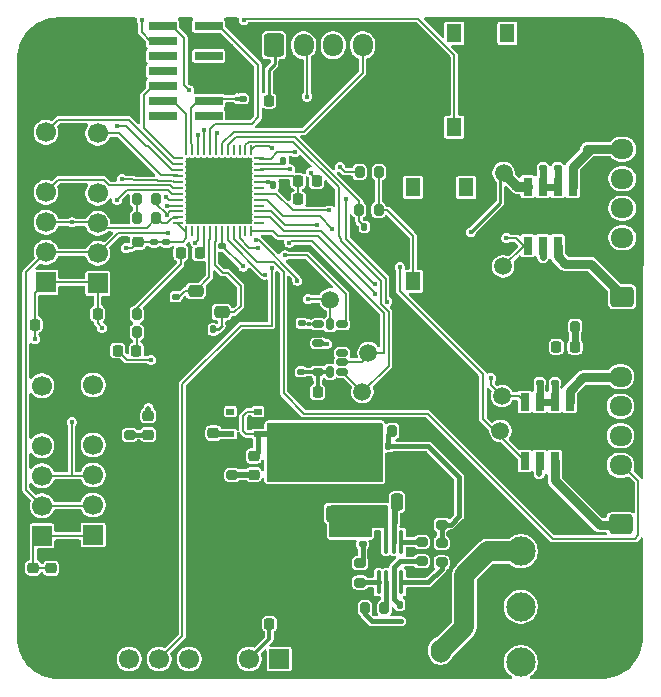
<source format=gbr>
%TF.GenerationSoftware,KiCad,Pcbnew,9.0.2*%
%TF.CreationDate,2025-10-13T17:17:29+02:00*%
%TF.ProjectId,Projet_Robot,50726f6a-6574-45f5-926f-626f742e6b69,rev?*%
%TF.SameCoordinates,Original*%
%TF.FileFunction,Copper,L1,Top*%
%TF.FilePolarity,Positive*%
%FSLAX46Y46*%
G04 Gerber Fmt 4.6, Leading zero omitted, Abs format (unit mm)*
G04 Created by KiCad (PCBNEW 9.0.2) date 2025-10-13 17:17:29*
%MOMM*%
%LPD*%
G01*
G04 APERTURE LIST*
G04 Aperture macros list*
%AMRoundRect*
0 Rectangle with rounded corners*
0 $1 Rounding radius*
0 $2 $3 $4 $5 $6 $7 $8 $9 X,Y pos of 4 corners*
0 Add a 4 corners polygon primitive as box body*
4,1,4,$2,$3,$4,$5,$6,$7,$8,$9,$2,$3,0*
0 Add four circle primitives for the rounded corners*
1,1,$1+$1,$2,$3*
1,1,$1+$1,$4,$5*
1,1,$1+$1,$6,$7*
1,1,$1+$1,$8,$9*
0 Add four rect primitives between the rounded corners*
20,1,$1+$1,$2,$3,$4,$5,0*
20,1,$1+$1,$4,$5,$6,$7,0*
20,1,$1+$1,$6,$7,$8,$9,0*
20,1,$1+$1,$8,$9,$2,$3,0*%
G04 Aperture macros list end*
%TA.AperFunction,SMDPad,CuDef*%
%ADD10C,1.500000*%
%TD*%
%TA.AperFunction,ComponentPad*%
%ADD11O,1.950000X1.700000*%
%TD*%
%TA.AperFunction,ComponentPad*%
%ADD12RoundRect,0.250000X0.725000X-0.600000X0.725000X0.600000X-0.725000X0.600000X-0.725000X-0.600000X0*%
%TD*%
%TA.AperFunction,SMDPad,CuDef*%
%ADD13R,2.400000X0.740000*%
%TD*%
%TA.AperFunction,HeatsinkPad*%
%ADD14R,5.600000X5.600000*%
%TD*%
%TA.AperFunction,SMDPad,CuDef*%
%ADD15RoundRect,0.062500X0.375000X-0.062500X0.375000X0.062500X-0.375000X0.062500X-0.375000X-0.062500X0*%
%TD*%
%TA.AperFunction,SMDPad,CuDef*%
%ADD16RoundRect,0.062500X0.062500X-0.375000X0.062500X0.375000X-0.062500X0.375000X-0.062500X-0.375000X0*%
%TD*%
%TA.AperFunction,SMDPad,CuDef*%
%ADD17RoundRect,0.225000X0.225000X0.250000X-0.225000X0.250000X-0.225000X-0.250000X0.225000X-0.250000X0*%
%TD*%
%TA.AperFunction,SMDPad,CuDef*%
%ADD18R,0.802000X1.505000*%
%TD*%
%TA.AperFunction,SMDPad,CuDef*%
%ADD19R,3.502000X2.613000*%
%TD*%
%TA.AperFunction,ComponentPad*%
%ADD20R,1.700000X1.700000*%
%TD*%
%TA.AperFunction,ComponentPad*%
%ADD21C,1.700000*%
%TD*%
%TA.AperFunction,SMDPad,CuDef*%
%ADD22RoundRect,0.200000X-0.200000X-0.275000X0.200000X-0.275000X0.200000X0.275000X-0.200000X0.275000X0*%
%TD*%
%TA.AperFunction,ComponentPad*%
%ADD23C,0.800000*%
%TD*%
%TA.AperFunction,ComponentPad*%
%ADD24C,6.400000*%
%TD*%
%TA.AperFunction,SMDPad,CuDef*%
%ADD25RoundRect,0.250000X-0.400000X-0.250000X0.400000X-0.250000X0.400000X0.250000X-0.400000X0.250000X0*%
%TD*%
%TA.AperFunction,SMDPad,CuDef*%
%ADD26RoundRect,0.140000X0.170000X-0.140000X0.170000X0.140000X-0.170000X0.140000X-0.170000X-0.140000X0*%
%TD*%
%TA.AperFunction,SMDPad,CuDef*%
%ADD27RoundRect,0.140000X-0.170000X0.140000X-0.170000X-0.140000X0.170000X-0.140000X0.170000X0.140000X0*%
%TD*%
%TA.AperFunction,SMDPad,CuDef*%
%ADD28RoundRect,0.225000X-0.250000X0.225000X-0.250000X-0.225000X0.250000X-0.225000X0.250000X0.225000X0*%
%TD*%
%TA.AperFunction,SMDPad,CuDef*%
%ADD29RoundRect,0.218750X0.256250X-0.218750X0.256250X0.218750X-0.256250X0.218750X-0.256250X-0.218750X0*%
%TD*%
%TA.AperFunction,ComponentPad*%
%ADD30C,2.480000*%
%TD*%
%TA.AperFunction,SMDPad,CuDef*%
%ADD31R,1.300000X1.550000*%
%TD*%
%TA.AperFunction,SMDPad,CuDef*%
%ADD32RoundRect,0.200000X0.200000X0.275000X-0.200000X0.275000X-0.200000X-0.275000X0.200000X-0.275000X0*%
%TD*%
%TA.AperFunction,SMDPad,CuDef*%
%ADD33RoundRect,0.100000X-0.100000X0.900000X-0.100000X-0.900000X0.100000X-0.900000X0.100000X0.900000X0*%
%TD*%
%TA.AperFunction,SMDPad,CuDef*%
%ADD34RoundRect,0.140000X0.140000X0.170000X-0.140000X0.170000X-0.140000X-0.170000X0.140000X-0.170000X0*%
%TD*%
%TA.AperFunction,SMDPad,CuDef*%
%ADD35RoundRect,0.249999X1.850001X-0.450001X1.850001X0.450001X-1.850001X0.450001X-1.850001X-0.450001X0*%
%TD*%
%TA.AperFunction,SMDPad,CuDef*%
%ADD36RoundRect,0.200000X0.275000X-0.200000X0.275000X0.200000X-0.275000X0.200000X-0.275000X-0.200000X0*%
%TD*%
%TA.AperFunction,SMDPad,CuDef*%
%ADD37RoundRect,0.218750X0.218750X0.256250X-0.218750X0.256250X-0.218750X-0.256250X0.218750X-0.256250X0*%
%TD*%
%TA.AperFunction,SMDPad,CuDef*%
%ADD38RoundRect,0.225000X-0.225000X-0.250000X0.225000X-0.250000X0.225000X0.250000X-0.225000X0.250000X0*%
%TD*%
%TA.AperFunction,SMDPad,CuDef*%
%ADD39RoundRect,0.150000X-0.325000X-0.150000X0.325000X-0.150000X0.325000X0.150000X-0.325000X0.150000X0*%
%TD*%
%TA.AperFunction,SMDPad,CuDef*%
%ADD40RoundRect,0.150000X-0.150000X-0.325000X0.150000X-0.325000X0.150000X0.325000X-0.150000X0.325000X0*%
%TD*%
%TA.AperFunction,SMDPad,CuDef*%
%ADD41RoundRect,0.225000X0.250000X-0.225000X0.250000X0.225000X-0.250000X0.225000X-0.250000X-0.225000X0*%
%TD*%
%TA.AperFunction,SMDPad,CuDef*%
%ADD42RoundRect,0.140000X-0.140000X-0.170000X0.140000X-0.170000X0.140000X0.170000X-0.140000X0.170000X0*%
%TD*%
%TA.AperFunction,SMDPad,CuDef*%
%ADD43RoundRect,0.250000X-0.250000X-0.475000X0.250000X-0.475000X0.250000X0.475000X-0.250000X0.475000X0*%
%TD*%
%TA.AperFunction,SMDPad,CuDef*%
%ADD44RoundRect,0.218750X-0.218750X-0.256250X0.218750X-0.256250X0.218750X0.256250X-0.218750X0.256250X0*%
%TD*%
%TA.AperFunction,SMDPad,CuDef*%
%ADD45R,0.700000X0.510000*%
%TD*%
%TA.AperFunction,SMDPad,CuDef*%
%ADD46RoundRect,0.200000X-0.275000X0.200000X-0.275000X-0.200000X0.275000X-0.200000X0.275000X0.200000X0*%
%TD*%
%TA.AperFunction,SMDPad,CuDef*%
%ADD47RoundRect,0.250000X-0.475000X0.250000X-0.475000X-0.250000X0.475000X-0.250000X0.475000X0.250000X0*%
%TD*%
%TA.AperFunction,ComponentPad*%
%ADD48RoundRect,0.250000X-0.600000X-0.725000X0.600000X-0.725000X0.600000X0.725000X-0.600000X0.725000X0*%
%TD*%
%TA.AperFunction,ComponentPad*%
%ADD49O,1.700000X1.950000*%
%TD*%
%TA.AperFunction,ComponentPad*%
%ADD50RoundRect,0.250000X-0.600000X-0.750000X0.600000X-0.750000X0.600000X0.750000X-0.600000X0.750000X0*%
%TD*%
%TA.AperFunction,ComponentPad*%
%ADD51O,1.700000X2.000000*%
%TD*%
%TA.AperFunction,ViaPad*%
%ADD52C,0.450000*%
%TD*%
%TA.AperFunction,Conductor*%
%ADD53C,0.200000*%
%TD*%
%TA.AperFunction,Conductor*%
%ADD54C,0.250000*%
%TD*%
%TA.AperFunction,Conductor*%
%ADD55C,1.700000*%
%TD*%
%TA.AperFunction,Conductor*%
%ADD56C,0.300000*%
%TD*%
%TA.AperFunction,Conductor*%
%ADD57C,0.400000*%
%TD*%
%TA.AperFunction,Conductor*%
%ADD58C,0.500000*%
%TD*%
%TA.AperFunction,Conductor*%
%ADD59C,0.560000*%
%TD*%
%TA.AperFunction,Conductor*%
%ADD60C,0.802000*%
%TD*%
%TA.AperFunction,Conductor*%
%ADD61C,0.806000*%
%TD*%
G04 APERTURE END LIST*
D10*
%TO.P,TP2,1,1*%
%TO.N,/Moteur1/PWM_Mot1_CH2*%
X174500000Y-102600000D03*
%TD*%
D11*
%TO.P,Motor2,6,Pin_6*%
%TO.N,/Moteur2/Motor1+*%
X184810000Y-78730000D03*
%TO.P,Motor2,5,Pin_5*%
%TO.N,+3.3V*%
X184810000Y-81230000D03*
%TO.P,Motor2,4,Pin_4*%
%TO.N,/Moteur2/ENC1_PH1*%
X184810000Y-83730000D03*
%TO.P,Motor2,3,Pin_3*%
%TO.N,/Moteur2/ENC1_PH2*%
X184810000Y-86230000D03*
%TO.P,Motor2,2,Pin_2*%
%TO.N,GND*%
X184810000Y-88730000D03*
D12*
%TO.P,Motor2,1,Pin_1*%
%TO.N,/Moteur2/Motor1-*%
X184810000Y-91230000D03*
%TD*%
D13*
%TO.P,J11,1,NC*%
%TO.N,unconnected-(J11-NC-Pad1)*%
X149790000Y-75910000D03*
%TO.P,J11,2,NC*%
%TO.N,unconnected-(J11-NC-Pad2)*%
X145890000Y-75910000D03*
%TO.P,J11,3,VCC*%
%TO.N,+3.3V*%
X149790000Y-74640000D03*
%TO.P,J11,4,JTMS/SWDIO*%
%TO.N,/\u00B5controlleur/SWDIO*%
X145890000Y-74640000D03*
%TO.P,J11,5,GND*%
%TO.N,GND*%
X149790000Y-73370000D03*
%TO.P,J11,6,JCLK/SWCLK*%
%TO.N,/\u00B5controlleur/SWCLK*%
X145890000Y-73370000D03*
%TO.P,J11,7,GND*%
%TO.N,GND*%
X149790000Y-72100000D03*
%TO.P,J11,8,JTDO/SWO*%
%TO.N,unconnected-(J11-JTDO{slash}SWO-Pad8)*%
X145890000Y-72100000D03*
%TO.P,J11,9,JRCLK/NC*%
%TO.N,unconnected-(J11-JRCLK{slash}NC-Pad9)*%
X149790000Y-70830000D03*
%TO.P,J11,10,JTDI/NC*%
%TO.N,unconnected-(J11-JTDI{slash}NC-Pad10)*%
X145890000Y-70830000D03*
%TO.P,J11,11,GNDDetect*%
%TO.N,GND*%
X149790000Y-69560000D03*
%TO.P,J11,12,~{RST}*%
%TO.N,/\u00B5controlleur/NRST*%
X145890000Y-69560000D03*
%TO.P,J11,13,VCP_RX*%
%TO.N,/\u00B5controlleur/VCP_RX*%
X149790000Y-68290000D03*
%TO.P,J11,14,VCP_TX*%
%TO.N,/\u00B5controlleur/VCP_TX*%
X145890000Y-68290000D03*
%TD*%
D10*
%TO.P,TP6,1,1*%
%TO.N,/Capteurs/I2C1_SCL*%
X160080000Y-91470000D03*
%TD*%
D14*
%TO.P,U1,49,VSS*%
%TO.N,GND*%
X150660000Y-82260000D03*
D15*
%TO.P,U1,48,VDD*%
%TO.N,+3.3V*%
X147222500Y-85010000D03*
%TO.P,U1,47,PB9*%
%TO.N,/Capteurs/I2C1_SDA*%
X147222500Y-84510000D03*
%TO.P,U1,46,PB8*%
%TO.N,/Capteurs/I2C1_SCL*%
X147222500Y-84010000D03*
%TO.P,U1,45,PB7*%
%TO.N,/Capteurs/tof4_GPIO*%
X147222500Y-83510000D03*
%TO.P,U1,44,PB6*%
%TO.N,/Capteurs/tof3_GPIO*%
X147222500Y-83010000D03*
%TO.P,U1,43,PB5*%
%TO.N,/Capteurs/tof2_GPIO*%
X147222500Y-82510000D03*
%TO.P,U1,42,PB4*%
%TO.N,/Capteurs/tof1_GPIO*%
X147222500Y-82010000D03*
%TO.P,U1,41,PB3*%
%TO.N,/Capteurs/TOF4_XSHUT*%
X147222500Y-81510000D03*
%TO.P,U1,40,PC11*%
%TO.N,/Capteurs/TOF3_XSHUT*%
X147222500Y-81010000D03*
%TO.P,U1,39,PC10*%
%TO.N,/Capteurs/TOF2_XSHUT*%
X147222500Y-80510000D03*
%TO.P,U1,38,PA15*%
%TO.N,/Capteurs/TOF1_XSHUT*%
X147222500Y-80010000D03*
%TO.P,U1,37,PA14*%
%TO.N,/\u00B5controlleur/SWCLK*%
X147222500Y-79510000D03*
D16*
%TO.P,U1,36,PA13*%
%TO.N,/\u00B5controlleur/SWDIO*%
X147910000Y-78822500D03*
%TO.P,U1,35,VDD*%
%TO.N,+3.3V*%
X148410000Y-78822500D03*
%TO.P,U1,34,PA12*%
%TO.N,/Moteur2/ENC1_PH2*%
X148910000Y-78822500D03*
%TO.P,U1,33,PA11*%
%TO.N,/Moteur2/ENC1_PH1*%
X149410000Y-78822500D03*
%TO.P,U1,32,PA10*%
%TO.N,/\u00B5controlleur/VCP_RX*%
X149910000Y-78822500D03*
%TO.P,U1,31,PA9*%
%TO.N,/\u00B5controlleur/VCP_TX*%
X150410000Y-78822500D03*
%TO.P,U1,30,PA8*%
%TO.N,/Capteurs/M_CTR*%
X150910000Y-78822500D03*
%TO.P,U1,29,PC6*%
%TO.N,/\u00B5controlleur/BOUTON_Chat{slash}Souris*%
X151410000Y-78822500D03*
%TO.P,U1,28,PB15*%
%TO.N,unconnected-(U1-PB15-Pad28)*%
X151910000Y-78822500D03*
%TO.P,U1,27,PB14*%
%TO.N,unconnected-(U1-PB14-Pad27)*%
X152410000Y-78822500D03*
%TO.P,U1,26,PB13*%
%TO.N,/Capteurs/ACC_INT1*%
X152910000Y-78822500D03*
%TO.P,U1,25,PB12*%
%TO.N,/Capteurs/ACC_INT2*%
X153410000Y-78822500D03*
D15*
%TO.P,U1,24,PB11*%
%TO.N,/Capteurs/Bluetooth_USART3_RX*%
X154097500Y-79510000D03*
%TO.P,U1,23,VDD*%
%TO.N,+3.3V*%
X154097500Y-80010000D03*
%TO.P,U1,22,PB10*%
%TO.N,/Capteurs/Bluetooth_USART3_TX*%
X154097500Y-80510000D03*
%TO.P,U1,21,VDDA*%
%TO.N,Net-(U1-VDDA)*%
X154097500Y-81010000D03*
%TO.P,U1,20,VREF+*%
%TO.N,+3.3V*%
X154097500Y-81510000D03*
%TO.P,U1,19,PB2*%
%TO.N,unconnected-(U1-PB2-Pad19)*%
X154097500Y-82010000D03*
%TO.P,U1,18,PB1*%
%TO.N,/Moteur2/PWM_Mot1_CH2*%
X154097500Y-82510000D03*
%TO.P,U1,17,PB0*%
%TO.N,/Moteur2/PWM_Mot1_CH1*%
X154097500Y-83010000D03*
%TO.P,U1,16,PC4*%
%TO.N,unconnected-(U1-PC4-Pad16)*%
X154097500Y-83510000D03*
%TO.P,U1,15,PA7*%
%TO.N,/Moteur1/PWM_Mot1_CH2*%
X154097500Y-84010000D03*
%TO.P,U1,14,PA6*%
%TO.N,/Moteur1/PWM_Mot1_CH1*%
X154097500Y-84510000D03*
%TO.P,U1,13,PA5*%
%TO.N,unconnected-(U1-PA5-Pad13)*%
X154097500Y-85010000D03*
D16*
%TO.P,U1,12,PA4*%
%TO.N,/Capteurs/Bluetooth_En*%
X153410000Y-85697500D03*
%TO.P,U1,11,PA3*%
%TO.N,unconnected-(U1-PA3-Pad11)*%
X152910000Y-85697500D03*
%TO.P,U1,10,PA2*%
%TO.N,/Capteurs/LIDAR_USART2_RX*%
X152410000Y-85697500D03*
%TO.P,U1,9,PA1*%
%TO.N,/Moteur1/ENC1_PH2*%
X151910000Y-85697500D03*
%TO.P,U1,8,PA0*%
%TO.N,/Moteur1/ENC1_PH1*%
X151410000Y-85697500D03*
%TO.P,U1,7,PG10*%
%TO.N,/\u00B5controlleur/NRST*%
X150910000Y-85697500D03*
%TO.P,U1,6,PF1*%
%TO.N,Net-(U1-PF1)*%
X150410000Y-85697500D03*
%TO.P,U1,5,PF0*%
%TO.N,Net-(U1-PF0)*%
X149910000Y-85697500D03*
%TO.P,U1,4,PC15*%
%TO.N,/\u00B5controlleur/STATUS_CHAT_LED*%
X149410000Y-85697500D03*
%TO.P,U1,3,PC14*%
%TO.N,/\u00B5controlleur/STATUS_SOURIS_LED*%
X148910000Y-85697500D03*
%TO.P,U1,2,PC13*%
%TO.N,unconnected-(U1-PC13-Pad2)*%
X148410000Y-85697500D03*
%TO.P,U1,1,VBAT*%
%TO.N,+3.3V*%
X147910000Y-85697500D03*
%TD*%
D17*
%TO.P,C8,1*%
%TO.N,GND*%
X158925000Y-82975000D03*
%TO.P,C8,2*%
%TO.N,Net-(U1-VDDA)*%
X157375000Y-82975000D03*
%TD*%
D18*
%TO.P,M1,1,OUT1*%
%TO.N,/Moteur1/Motor1+*%
X180357500Y-100122500D03*
%TO.P,M1,2,VM*%
%TO.N,+VBAT*%
X179087500Y-100122500D03*
%TO.P,M1,3,VDD*%
X177817500Y-100122500D03*
%TO.P,M1,4,FWD*%
%TO.N,/Moteur1/PWM_Mot1_CH1*%
X176547500Y-100122500D03*
%TO.P,M1,5,REV*%
%TO.N,/Moteur1/PWM_Mot1_CH2*%
X176547500Y-105117500D03*
%TO.P,M1,6,VREF*%
%TO.N,+VBAT*%
X177817500Y-105117500D03*
%TO.P,M1,7,OUT2*%
%TO.N,/Moteur1/Motor1-*%
X179087500Y-105117500D03*
%TO.P,M1,8,GND*%
%TO.N,GND*%
X180357500Y-105117500D03*
D19*
%TO.P,M1,9,GND*%
X178452500Y-102620000D03*
%TD*%
D10*
%TO.P,TP1,1,1*%
%TO.N,/Moteur1/PWM_Mot1_CH1*%
X174620000Y-99630000D03*
%TD*%
D20*
%TO.P,TOF3,1,Pin_1*%
%TO.N,+3.3V*%
X140410000Y-90100000D03*
D21*
%TO.P,TOF3,2,Pin_2*%
%TO.N,/Capteurs/I2C1_SCL*%
X140410000Y-87560000D03*
%TO.P,TOF3,3,Pin_3*%
%TO.N,/Capteurs/I2C1_SDA*%
X140410000Y-85020000D03*
%TO.P,TOF3,4,Pin_4*%
%TO.N,/Capteurs/tof3_GPIO*%
X140410000Y-82480000D03*
%TO.P,TOF3,5,Pin_5*%
%TO.N,GND*%
X140410000Y-79940000D03*
%TO.P,TOF3,6,Pin_6*%
%TO.N,/Capteurs/TOF3_XSHUT*%
X140410000Y-77400000D03*
%TD*%
D20*
%TO.P,TOF1,1,Pin_1*%
%TO.N,+3.3V*%
X136020000Y-90000000D03*
D21*
%TO.P,TOF1,2,Pin_2*%
%TO.N,/Capteurs/I2C1_SCL*%
X136020000Y-87460000D03*
%TO.P,TOF1,3,Pin_3*%
%TO.N,/Capteurs/I2C1_SDA*%
X136020000Y-84920000D03*
%TO.P,TOF1,4,Pin_4*%
%TO.N,/Capteurs/tof1_GPIO*%
X136020000Y-82380000D03*
%TO.P,TOF1,5,Pin_5*%
%TO.N,GND*%
X136020000Y-79840000D03*
%TO.P,TOF1,6,Pin_6*%
%TO.N,/Capteurs/TOF1_XSHUT*%
X136020000Y-77300000D03*
%TD*%
D22*
%TO.P,R14,1*%
%TO.N,GND*%
X142057500Y-94245000D03*
%TO.P,R14,2*%
%TO.N,Net-(D5-K)*%
X143707500Y-94245000D03*
%TD*%
D23*
%TO.P,H1,1,1*%
%TO.N,GND*%
X134600000Y-71000000D03*
X135302944Y-69302944D03*
X135302944Y-72697056D03*
X137000000Y-68600000D03*
D24*
X137000000Y-71000000D03*
D23*
X137000000Y-73400000D03*
X138697056Y-69302944D03*
X138697056Y-72697056D03*
X139400000Y-71000000D03*
%TD*%
D25*
%TO.P,Y1,1,1*%
%TO.N,GND*%
X148700000Y-92530000D03*
%TO.P,Y1,2,2*%
%TO.N,Net-(U1-PF1)*%
X150900000Y-92530000D03*
%TO.P,Y1,3,3*%
%TO.N,GND*%
X150900000Y-90730000D03*
%TO.P,Y1,4,4*%
%TO.N,Net-(U1-PF0)*%
X148700000Y-90730000D03*
%TD*%
D26*
%TO.P,C23,1*%
%TO.N,+VBAT*%
X177810000Y-98500000D03*
%TO.P,C23,2*%
%TO.N,GND*%
X177810000Y-97540000D03*
%TD*%
%TO.P,C22,1*%
%TO.N,+VBAT*%
X179350000Y-80310000D03*
%TO.P,C22,2*%
%TO.N,GND*%
X179350000Y-79350000D03*
%TD*%
D27*
%TO.P,C24,1*%
%TO.N,GND*%
X179110000Y-97540000D03*
%TO.P,C24,2*%
%TO.N,+VBAT*%
X179110000Y-98500000D03*
%TD*%
D28*
%TO.P,C30,1*%
%TO.N,+3.3V*%
X134940000Y-114180000D03*
%TO.P,C30,2*%
%TO.N,GND*%
X134940000Y-115730000D03*
%TD*%
D29*
%TO.P,D3,1,K*%
%TO.N,Net-(D3-K)*%
X153600000Y-106287500D03*
%TO.P,D3,2,A*%
%TO.N,+5V*%
X153600000Y-104712500D03*
%TD*%
D26*
%TO.P,C6,1*%
%TO.N,GND*%
X145180000Y-87540000D03*
%TO.P,C6,2*%
%TO.N,+3.3V*%
X145180000Y-86580000D03*
%TD*%
D30*
%TO.P,S1,1,1*%
%TO.N,unconnected-(S1-Pad1)*%
X176230000Y-122170000D03*
%TO.P,S1,2,2*%
%TO.N,+VBAT*%
X176230000Y-117470000D03*
%TO.P,S1,3,3*%
%TO.N,Net-(J1-Pin_2)*%
X176230000Y-112770000D03*
%TD*%
D31*
%TO.P,SW1,1,1*%
%TO.N,/\u00B5controlleur/NRST*%
X170590000Y-76860000D03*
%TO.P,SW1,2,2*%
%TO.N,GND*%
X175090000Y-76860000D03*
%TO.P,SW1,3*%
%TO.N,N/C*%
X170590000Y-68910000D03*
%TO.P,SW1,4*%
X175090000Y-68910000D03*
%TD*%
D32*
%TO.P,R13,1*%
%TO.N,Net-(C19-Pad1)*%
X165345000Y-102600000D03*
%TO.P,R13,2*%
%TO.N,+5V*%
X163695000Y-102600000D03*
%TD*%
D29*
%TO.P,D1,1,K*%
%TO.N,Net-(D1-K)*%
X144690000Y-102895000D03*
%TO.P,D1,2,A*%
%TO.N,+3.3V*%
X144690000Y-101320000D03*
%TD*%
D31*
%TO.P,ch/sou1,1,1*%
%TO.N,Net-(R17-Pad2)*%
X167100000Y-89925000D03*
%TO.P,ch/sou1,2,2*%
%TO.N,GND*%
X171600000Y-89925000D03*
%TO.P,ch/sou1,3*%
%TO.N,N/C*%
X167100000Y-81975000D03*
%TO.P,ch/sou1,4*%
X171600000Y-81975000D03*
%TD*%
D33*
%TO.P,IC2,1,PG*%
%TO.N,Net-(IC2-PG)*%
X166120000Y-111980000D03*
%TO.P,IC2,2,IN*%
%TO.N,+VBAT*%
X165480000Y-111980000D03*
%TO.P,IC2,3,SW*%
%TO.N,/R\u00E9gulateurs/SW*%
X164820000Y-111980000D03*
%TO.P,IC2,4,GND*%
%TO.N,GND*%
X164180000Y-111980000D03*
%TO.P,IC2,5,BST*%
%TO.N,Net-(IC2-BST)*%
X164180000Y-115400000D03*
%TO.P,IC2,6,EN/SYNC*%
%TO.N,Net-(IC2-EN{slash}SYNC)*%
X164820000Y-115400000D03*
%TO.P,IC2,7,VCC*%
%TO.N,Net-(IC2-VCC)*%
X165480000Y-115400000D03*
%TO.P,IC2,8,FB*%
%TO.N,Net-(IC2-FB)*%
X166120000Y-115400000D03*
%TD*%
D34*
%TO.P,C33,1*%
%TO.N,GND*%
X157080000Y-79725000D03*
%TO.P,C33,2*%
%TO.N,+3.3V*%
X156120000Y-79725000D03*
%TD*%
D35*
%TO.P,L2,1*%
%TO.N,/R\u00E9gulateurs/SW*%
X161830000Y-109580000D03*
%TO.P,L2,2*%
%TO.N,+5V*%
X161830000Y-105880000D03*
%TD*%
D20*
%TO.P,TOF4,1,Pin_1*%
%TO.N,+3.3V*%
X140010000Y-111400000D03*
D21*
%TO.P,TOF4,2,Pin_2*%
%TO.N,/Capteurs/I2C1_SCL*%
X140010000Y-108860000D03*
%TO.P,TOF4,3,Pin_3*%
%TO.N,/Capteurs/I2C1_SDA*%
X140010000Y-106320000D03*
%TO.P,TOF4,4,Pin_4*%
%TO.N,/Capteurs/tof4_GPIO*%
X140010000Y-103780000D03*
%TO.P,TOF4,5,Pin_5*%
%TO.N,GND*%
X140010000Y-101240000D03*
%TO.P,TOF4,6,Pin_6*%
%TO.N,/Capteurs/TOF4_XSHUT*%
X140010000Y-98700000D03*
%TD*%
D20*
%TO.P,TOF2,1,Pin_1*%
%TO.N,+3.3V*%
X135690000Y-111470000D03*
D21*
%TO.P,TOF2,2,Pin_2*%
%TO.N,/Capteurs/I2C1_SCL*%
X135690000Y-108930000D03*
%TO.P,TOF2,3,Pin_3*%
%TO.N,/Capteurs/I2C1_SDA*%
X135690000Y-106390000D03*
%TO.P,TOF2,4,Pin_4*%
%TO.N,/Capteurs/tof2_GPIO*%
X135690000Y-103850000D03*
%TO.P,TOF2,5,Pin_5*%
%TO.N,GND*%
X135690000Y-101310000D03*
%TO.P,TOF2,6,Pin_6*%
%TO.N,/Capteurs/TOF2_XSHUT*%
X135690000Y-98770000D03*
%TD*%
D36*
%TO.P,R12,1*%
%TO.N,Net-(C19-Pad1)*%
X169520000Y-110525000D03*
%TO.P,R12,2*%
%TO.N,GND*%
X169520000Y-108875000D03*
%TD*%
%TO.P,R9,1*%
%TO.N,Net-(IC2-VCC)*%
X167820000Y-113625000D03*
%TO.P,R9,2*%
%TO.N,Net-(IC2-PG)*%
X167820000Y-111975000D03*
%TD*%
D22*
%TO.P,R1,1*%
%TO.N,+3.3V*%
X143725000Y-84570000D03*
%TO.P,R1,2*%
%TO.N,/Capteurs/I2C1_SDA*%
X145375000Y-84570000D03*
%TD*%
D37*
%TO.P,L1,1*%
%TO.N,+3.3V*%
X158935000Y-81440000D03*
%TO.P,L1,2*%
%TO.N,Net-(U1-VDDA)*%
X157360000Y-81440000D03*
%TD*%
D22*
%TO.P,R17,1*%
%TO.N,+3.3V*%
X162570000Y-80660000D03*
%TO.P,R17,2*%
%TO.N,Net-(R17-Pad2)*%
X164220000Y-80660000D03*
%TD*%
D38*
%TO.P,C26,1*%
%TO.N,+5V*%
X154885000Y-74620000D03*
%TO.P,C26,2*%
%TO.N,GND*%
X156435000Y-74620000D03*
%TD*%
D34*
%TO.P,C19,1*%
%TO.N,Net-(C19-Pad1)*%
X165015000Y-103900000D03*
%TO.P,C19,2*%
%TO.N,+5V*%
X164055000Y-103900000D03*
%TD*%
D23*
%TO.P,H3,1,1*%
%TO.N,GND*%
X134600000Y-120000000D03*
X135302944Y-118302944D03*
X135302944Y-121697056D03*
X137000000Y-117600000D03*
D24*
X137000000Y-120000000D03*
D23*
X137000000Y-122400000D03*
X138697056Y-118302944D03*
X138697056Y-121697056D03*
X139400000Y-120000000D03*
%TD*%
D27*
%TO.P,C11,1*%
%TO.N,GND*%
X157600000Y-96620000D03*
%TO.P,C11,2*%
%TO.N,+3.3V*%
X157600000Y-97580000D03*
%TD*%
D17*
%TO.P,C29,1*%
%TO.N,+3.3V*%
X140395000Y-92660000D03*
%TO.P,C29,2*%
%TO.N,GND*%
X138845000Y-92660000D03*
%TD*%
D28*
%TO.P,C13,1*%
%TO.N,GND*%
X150200000Y-101225000D03*
%TO.P,C13,2*%
%TO.N,+3.3V*%
X150200000Y-102775000D03*
%TD*%
D36*
%TO.P,R11,1*%
%TO.N,Net-(IC2-FB)*%
X169520000Y-113725000D03*
%TO.P,R11,2*%
%TO.N,Net-(C19-Pad1)*%
X169520000Y-112075000D03*
%TD*%
D39*
%TO.P,IC1,1,VDD_I/O*%
%TO.N,+3.3V*%
X159090000Y-93570000D03*
%TO.P,IC1,2,GND_1*%
%TO.N,GND*%
X159090000Y-94370000D03*
%TO.P,IC1,3,RESERVED_1*%
%TO.N,+3.3V*%
X159090000Y-95170000D03*
%TO.P,IC1,4,GND_2*%
%TO.N,GND*%
X159090000Y-95970000D03*
%TO.P,IC1,5,GND_3*%
X159090000Y-96770000D03*
%TO.P,IC1,6,VS*%
%TO.N,+3.3V*%
X159090000Y-97570000D03*
D40*
%TO.P,IC1,7,~{CS}*%
X160090000Y-97570000D03*
D39*
%TO.P,IC1,8,INT1*%
%TO.N,/Capteurs/ACC_INT1*%
X161090000Y-97570000D03*
%TO.P,IC1,9,INT2*%
%TO.N,/Capteurs/ACC_INT2*%
X161090000Y-96770000D03*
%TO.P,IC1,10,NC*%
%TO.N,unconnected-(IC1-NC-Pad10)*%
X161090000Y-95970000D03*
%TO.P,IC1,11,RESERVED_2*%
%TO.N,GND*%
X161090000Y-95170000D03*
%TO.P,IC1,12,SDO/ALT_ADDRESS*%
X161090000Y-94370000D03*
%TO.P,IC1,13,SDA/SDI/SDIO*%
%TO.N,/Capteurs/I2C1_SDA*%
X161090000Y-93570000D03*
D40*
%TO.P,IC1,14,SCL/SCLK*%
%TO.N,/Capteurs/I2C1_SCL*%
X160090000Y-93570000D03*
%TD*%
D26*
%TO.P,C21,1*%
%TO.N,GND*%
X146220000Y-87540000D03*
%TO.P,C21,2*%
%TO.N,+3.3V*%
X146220000Y-86580000D03*
%TD*%
D41*
%TO.P,C2,1*%
%TO.N,GND*%
X143780000Y-88175000D03*
%TO.P,C2,2*%
%TO.N,+3.3V*%
X143780000Y-86625000D03*
%TD*%
D18*
%TO.P,M2,1,OUT1*%
%TO.N,/Moteur2/Motor1+*%
X180607500Y-81902500D03*
%TO.P,M2,2,VM*%
%TO.N,+VBAT*%
X179337500Y-81902500D03*
%TO.P,M2,3,VDD*%
X178067500Y-81902500D03*
%TO.P,M2,4,FWD*%
%TO.N,/Moteur2/PWM_Mot1_CH1*%
X176797500Y-81902500D03*
%TO.P,M2,5,REV*%
%TO.N,/Moteur2/PWM_Mot1_CH2*%
X176797500Y-86897500D03*
%TO.P,M2,6,VREF*%
%TO.N,+VBAT*%
X178067500Y-86897500D03*
%TO.P,M2,7,OUT2*%
%TO.N,/Moteur2/Motor1-*%
X179337500Y-86897500D03*
%TO.P,M2,8,GND*%
%TO.N,GND*%
X180607500Y-86897500D03*
D19*
%TO.P,M2,9,GND*%
X178702500Y-84400000D03*
%TD*%
D23*
%TO.P,H2,1,1*%
%TO.N,GND*%
X180600000Y-71000000D03*
X181302944Y-69302944D03*
X181302944Y-72697056D03*
X183000000Y-68600000D03*
D24*
X183000000Y-71000000D03*
D23*
X183000000Y-73400000D03*
X184697056Y-69302944D03*
X184697056Y-72697056D03*
X185400000Y-71000000D03*
%TD*%
D17*
%TO.P,C10,1*%
%TO.N,GND*%
X160575000Y-99300000D03*
%TO.P,C10,2*%
%TO.N,+3.3V*%
X159025000Y-99300000D03*
%TD*%
D27*
%TO.P,C25,1*%
%TO.N,GND*%
X178100000Y-79370000D03*
%TO.P,C25,2*%
%TO.N,+VBAT*%
X178100000Y-80330000D03*
%TD*%
D42*
%TO.P,C16,1*%
%TO.N,Net-(IC2-VCC)*%
X165970000Y-117290000D03*
%TO.P,C16,2*%
%TO.N,GND*%
X166930000Y-117290000D03*
%TD*%
D43*
%TO.P,C14,1*%
%TO.N,+VBAT*%
X165750000Y-108600000D03*
%TO.P,C14,2*%
%TO.N,GND*%
X167650000Y-108600000D03*
%TD*%
D42*
%TO.P,C32,1*%
%TO.N,/\u00B5controlleur/BOUTON_Chat{slash}Souris*%
X162975000Y-85300000D03*
%TO.P,C32,2*%
%TO.N,GND*%
X163935000Y-85300000D03*
%TD*%
D22*
%TO.P,R4,1*%
%TO.N,GND*%
X142050000Y-92720000D03*
%TO.P,R4,2*%
%TO.N,Net-(D2-K)*%
X143700000Y-92720000D03*
%TD*%
D23*
%TO.P,H4,1,1*%
%TO.N,GND*%
X180600000Y-120000000D03*
X181302944Y-118302944D03*
X181302944Y-121697056D03*
X183000000Y-117600000D03*
D24*
X183000000Y-120000000D03*
D23*
X183000000Y-122400000D03*
X184697056Y-118302944D03*
X184697056Y-121697056D03*
X185400000Y-120000000D03*
%TD*%
D44*
%TO.P,D2,1,K*%
%TO.N,Net-(D2-K)*%
X147445000Y-87530000D03*
%TO.P,D2,2,A*%
%TO.N,/\u00B5controlleur/STATUS_CHAT_LED*%
X149020000Y-87530000D03*
%TD*%
D36*
%TO.P,R10,1*%
%TO.N,Net-(IC2-BST)*%
X162620000Y-115425000D03*
%TO.P,R10,2*%
%TO.N,Net-(C17-Pad1)*%
X162620000Y-113775000D03*
%TD*%
D22*
%TO.P,R6,1*%
%TO.N,GND*%
X179180000Y-93750000D03*
%TO.P,R6,2*%
%TO.N,Net-(D4-K)*%
X180830000Y-93750000D03*
%TD*%
D45*
%TO.P,PS1,1,VIN*%
%TO.N,+5V*%
X153960000Y-102850000D03*
%TO.P,PS1,2,GND*%
%TO.N,GND*%
X153960000Y-101900000D03*
%TO.P,PS1,3,STBY*%
%TO.N,+5V*%
X153960000Y-100950000D03*
%TO.P,PS1,4,N.C.*%
%TO.N,unconnected-(PS1-N.C.-Pad4)*%
X151640000Y-100950000D03*
%TO.P,PS1,5,VOUT*%
%TO.N,+3.3V*%
X151640000Y-102850000D03*
%TD*%
D26*
%TO.P,C7,1*%
%TO.N,GND*%
X152675000Y-75405000D03*
%TO.P,C7,2*%
%TO.N,+3.3V*%
X152675000Y-74445000D03*
%TD*%
D10*
%TO.P,TP3,1,1*%
%TO.N,/Moteur2/PWM_Mot1_CH1*%
X174760000Y-80740000D03*
%TD*%
D34*
%TO.P,C5,1*%
%TO.N,GND*%
X156200000Y-81760000D03*
%TO.P,C5,2*%
%TO.N,+3.3V*%
X155240000Y-81760000D03*
%TD*%
D22*
%TO.P,R2,1*%
%TO.N,+3.3V*%
X143715000Y-82970000D03*
%TO.P,R2,2*%
%TO.N,/Capteurs/I2C1_SCL*%
X145365000Y-82970000D03*
%TD*%
D38*
%TO.P,C31,1*%
%TO.N,+5V*%
X154940000Y-118930000D03*
%TO.P,C31,2*%
%TO.N,GND*%
X156490000Y-118930000D03*
%TD*%
D22*
%TO.P,R20,1*%
%TO.N,/\u00B5controlleur/BOUTON_Chat{slash}Souris*%
X162525000Y-83875000D03*
%TO.P,R20,2*%
%TO.N,Net-(R17-Pad2)*%
X164175000Y-83875000D03*
%TD*%
D10*
%TO.P,TP_PWM_1_2,1,1*%
%TO.N,/Moteur2/PWM_Mot1_CH2*%
X174730000Y-88650000D03*
%TD*%
D46*
%TO.P,R5,1*%
%TO.N,GND*%
X151800000Y-104675000D03*
%TO.P,R5,2*%
%TO.N,Net-(D3-K)*%
X151800000Y-106325000D03*
%TD*%
D47*
%TO.P,C20,1*%
%TO.N,+5V*%
X155720000Y-105950000D03*
%TO.P,C20,2*%
%TO.N,GND*%
X155720000Y-107850000D03*
%TD*%
D37*
%TO.P,D4,1,K*%
%TO.N,Net-(D4-K)*%
X180810000Y-95455000D03*
%TO.P,D4,2,A*%
%TO.N,V_BATT*%
X179235000Y-95455000D03*
%TD*%
D41*
%TO.P,C12,1*%
%TO.N,+5V*%
X155400000Y-102775000D03*
%TO.P,C12,2*%
%TO.N,GND*%
X155400000Y-101225000D03*
%TD*%
D26*
%TO.P,C17,1*%
%TO.N,Net-(C17-Pad1)*%
X162820000Y-112180000D03*
%TO.P,C17,2*%
%TO.N,/R\u00E9gulateurs/SW*%
X162820000Y-111220000D03*
%TD*%
D38*
%TO.P,C27,1*%
%TO.N,+3.3V*%
X135075000Y-93580000D03*
%TO.P,C27,2*%
%TO.N,GND*%
X136625000Y-93580000D03*
%TD*%
D28*
%TO.P,C28,1*%
%TO.N,+3.3V*%
X136450000Y-114215000D03*
%TO.P,C28,2*%
%TO.N,GND*%
X136450000Y-115765000D03*
%TD*%
D12*
%TO.P,Motor1,1,Pin_1*%
%TO.N,/Moteur1/Motor1-*%
X184670000Y-110500000D03*
D11*
%TO.P,Motor1,2,Pin_2*%
%TO.N,GND*%
X184670000Y-108000000D03*
%TO.P,Motor1,3,Pin_3*%
%TO.N,/Moteur1/ENC1_PH2*%
X184670000Y-105500000D03*
%TO.P,Motor1,4,Pin_4*%
%TO.N,/Moteur1/ENC1_PH1*%
X184670000Y-103000000D03*
%TO.P,Motor1,5,Pin_5*%
%TO.N,+3.3V*%
X184670000Y-100500000D03*
%TO.P,Motor1,6,Pin_6*%
%TO.N,/Moteur1/Motor1+*%
X184670000Y-98000000D03*
%TD*%
D47*
%TO.P,C18,1*%
%TO.N,+5V*%
X157920000Y-106050000D03*
%TO.P,C18,2*%
%TO.N,GND*%
X157920000Y-107950000D03*
%TD*%
D42*
%TO.P,C15,1*%
%TO.N,+VBAT*%
X165540000Y-110200000D03*
%TO.P,C15,2*%
%TO.N,GND*%
X166500000Y-110200000D03*
%TD*%
D34*
%TO.P,C4,1*%
%TO.N,Net-(U1-PF1)*%
X150180000Y-94000000D03*
%TO.P,C4,2*%
%TO.N,GND*%
X149220000Y-94000000D03*
%TD*%
D26*
%TO.P,C9,1*%
%TO.N,GND*%
X157670000Y-94450000D03*
%TO.P,C9,2*%
%TO.N,+3.3V*%
X157670000Y-93490000D03*
%TD*%
D22*
%TO.P,R7,1*%
%TO.N,+VBAT*%
X163025000Y-117590000D03*
%TO.P,R7,2*%
%TO.N,Net-(IC2-EN{slash}SYNC)*%
X164675000Y-117590000D03*
%TD*%
D27*
%TO.P,C3,1*%
%TO.N,Net-(U1-PF0)*%
X147000000Y-91230000D03*
%TO.P,C3,2*%
%TO.N,GND*%
X147000000Y-92190000D03*
%TD*%
D48*
%TO.P,Lidar1,1,Pin_1*%
%TO.N,+5V*%
X155330000Y-69930000D03*
D49*
%TO.P,Lidar1,2,Pin_2*%
%TO.N,/Capteurs/LIDAR_USART2_RX*%
X157830000Y-69930000D03*
%TO.P,Lidar1,3,Pin_3*%
%TO.N,unconnected-(Lidar1-Pin_3-Pad3)*%
X160330000Y-69930000D03*
%TO.P,Lidar1,4,Pin_4*%
%TO.N,/Capteurs/M_CTR*%
X162830000Y-69930000D03*
%TO.P,Lidar1,5,Pin_5*%
%TO.N,GND*%
X165330000Y-69930000D03*
%TD*%
D37*
%TO.P,D5,1,K*%
%TO.N,Net-(D5-K)*%
X143670000Y-95780000D03*
%TO.P,D5,2,A*%
%TO.N,/\u00B5controlleur/STATUS_SOURIS_LED*%
X142095000Y-95780000D03*
%TD*%
D46*
%TO.P,R3,1*%
%TO.N,GND*%
X143100000Y-101275000D03*
%TO.P,R3,2*%
%TO.N,Net-(D1-K)*%
X143100000Y-102925000D03*
%TD*%
D27*
%TO.P,C1,1*%
%TO.N,/\u00B5controlleur/NRST*%
X150940000Y-86920000D03*
%TO.P,C1,2*%
%TO.N,GND*%
X150940000Y-87880000D03*
%TD*%
D50*
%TO.P,J1,1,Pin_1*%
%TO.N,GND*%
X166930000Y-121200000D03*
D51*
%TO.P,J1,2,Pin_2*%
%TO.N,Net-(J1-Pin_2)*%
X169430000Y-121200000D03*
%TD*%
D20*
%TO.P,Bluetooth1,1,Pin_1*%
%TO.N,/Capteurs/Bluetooth_En*%
X155760000Y-121900000D03*
D21*
%TO.P,Bluetooth1,2,Pin_2*%
%TO.N,+5V*%
X153220000Y-121900000D03*
%TO.P,Bluetooth1,3,Pin_3*%
%TO.N,GND*%
X150680000Y-121900000D03*
%TO.P,Bluetooth1,4,Pin_4*%
%TO.N,/Capteurs/Bluetooth_USART3_RX*%
X148140000Y-121900000D03*
%TO.P,Bluetooth1,5,Pin_5*%
%TO.N,/Capteurs/Bluetooth_USART3_TX*%
X145600000Y-121900000D03*
%TO.P,Bluetooth1,6,Pin_6*%
%TO.N,unconnected-(Bluetooth1-Pin_6-Pad6)*%
X143060000Y-121900000D03*
%TD*%
D10*
%TO.P,TP7,1,1*%
%TO.N,/Capteurs/ACC_INT2*%
X163325000Y-96000000D03*
%TD*%
%TO.P,TP8,1,1*%
%TO.N,/Capteurs/ACC_INT1*%
X162800000Y-99280000D03*
%TD*%
D52*
%TO.N,GND*%
X151667268Y-70007732D03*
%TO.N,/Capteurs/TOF4_XSHUT*%
X142450000Y-81268000D03*
%TO.N,/\u00B5controlleur/NRST*%
X152750000Y-67795000D03*
%TO.N,GND*%
X178750000Y-83380000D03*
X164775000Y-85350000D03*
X180150000Y-85380000D03*
X162549000Y-94400000D03*
X177000000Y-103600000D03*
X177000000Y-101600000D03*
X180150000Y-83380000D03*
X158300000Y-96700000D03*
X150975000Y-88425000D03*
X178460000Y-96760000D03*
X179900000Y-103600000D03*
X180150000Y-84380000D03*
X149500000Y-92600000D03*
X179900000Y-102600000D03*
X167025000Y-68975000D03*
X177250000Y-85380000D03*
X153450000Y-74757718D03*
X160600000Y-100000000D03*
X147000000Y-92800000D03*
X151700000Y-90700000D03*
X142425000Y-80200000D03*
X157400000Y-74290000D03*
X156175707Y-82425706D03*
X181630000Y-105480000D03*
X177270000Y-79370000D03*
X177250000Y-83380000D03*
X181700000Y-107950000D03*
X178650000Y-85280000D03*
X153410000Y-101900000D03*
X148700000Y-94000000D03*
X177250000Y-84380000D03*
X178452500Y-102620000D03*
X181810000Y-87170000D03*
X178702500Y-84400000D03*
X179900000Y-101600000D03*
X150660000Y-82260000D03*
X160025000Y-83000000D03*
X157700000Y-95000000D03*
X143375000Y-89150000D03*
X178400000Y-103500000D03*
X136400000Y-94850000D03*
X177000000Y-102600000D03*
X178500000Y-101600000D03*
X157891268Y-80158732D03*
X164200000Y-113200000D03*
%TO.N,/Capteurs/Bluetooth_USART3_RX*%
X161425000Y-82950000D03*
X164924304Y-91634717D03*
X157070438Y-78990002D03*
%TO.N,/Capteurs/Bluetooth_En*%
X163863082Y-90954036D03*
%TO.N,/Capteurs/Bluetooth_USART3_TX*%
X155124531Y-88825000D03*
X156675000Y-80450000D03*
%TO.N,+5V*%
X160200000Y-104900000D03*
X160800000Y-104900000D03*
X161400000Y-104900000D03*
%TO.N,/\u00B5controlleur/NRST*%
X144125000Y-67795000D03*
X153779451Y-86452281D03*
X157300000Y-89875000D03*
X152733732Y-88666268D03*
%TO.N,+3.3V*%
X144700000Y-100700000D03*
X154800000Y-81510000D03*
X156120000Y-79725000D03*
X143725000Y-84600000D03*
X142800000Y-87100000D03*
X160900000Y-80250000D03*
X158300000Y-93570000D03*
X135075000Y-94800000D03*
X150900000Y-102850000D03*
X140775000Y-93850000D03*
X159025000Y-98100000D03*
X158441268Y-80708732D03*
X152200000Y-74445000D03*
X159800000Y-95200000D03*
%TO.N,+VBAT*%
X178100000Y-87900000D03*
X166100000Y-118700000D03*
X177800000Y-106200000D03*
X178400000Y-100100000D03*
X165540000Y-109600000D03*
X165480000Y-110800000D03*
X179087500Y-99100000D03*
X179337500Y-80900000D03*
X178722482Y-81880018D03*
%TO.N,/\u00B5controlleur/STATUS_SOURIS_LED*%
X144900000Y-96556000D03*
X148678395Y-86641825D03*
%TO.N,/Capteurs/I2C1_SDA*%
X156225000Y-87725000D03*
X138200000Y-101835000D03*
X138200000Y-84920000D03*
%TO.N,/Capteurs/I2C1_SCL*%
X146379000Y-85791000D03*
X158170000Y-91420000D03*
X146233369Y-84303369D03*
%TO.N,/Capteurs/ACC_INT2*%
X155139258Y-78609000D03*
X156625000Y-86649995D03*
%TO.N,/\u00B5controlleur/VCP_TX*%
X148165251Y-73754647D03*
X150466232Y-77376232D03*
%TO.N,/Capteurs/LIDAR_USART2_RX*%
X153999287Y-87132241D03*
X158130707Y-74276830D03*
%TO.N,/Moteur1/PWM_Mot1_CH2*%
X158933647Y-85149000D03*
X165976232Y-88723768D03*
%TO.N,/Moteur1/PWM_Mot1_CH1*%
X173700000Y-98075000D03*
X163867000Y-90182075D03*
%TO.N,/Moteur2/PWM_Mot1_CH1*%
X171975000Y-85775000D03*
X160275000Y-85487764D03*
%TO.N,/Moteur2/PWM_Mot1_CH2*%
X175010000Y-86260000D03*
X160024000Y-83900000D03*
%TO.N,/Moteur1/ENC1_PH1*%
X154550000Y-89350000D03*
%TO.N,/Moteur2/ENC1_PH1*%
X149386880Y-77145599D03*
%TO.N,/Moteur2/ENC1_PH2*%
X148880000Y-77560000D03*
%TO.N,/Capteurs/tof2_GPIO*%
X142020000Y-83020000D03*
%TO.N,/Capteurs/tof3_GPIO*%
X146190000Y-82748461D03*
%TO.N,/Capteurs/tof4_GPIO*%
X146291790Y-83529327D03*
%TO.N,/Capteurs/TOF2_XSHUT*%
X142003550Y-76774000D03*
%TD*%
D53*
%TO.N,/Capteurs/LIDAR_USART2_RX*%
X153248346Y-87088346D02*
X152410000Y-86250000D01*
X153955390Y-87088346D02*
X153248346Y-87088346D01*
X153999285Y-87132241D02*
X153955390Y-87088346D01*
X153999287Y-87132241D02*
X153999285Y-87132241D01*
X152410000Y-86250000D02*
X152410000Y-85697500D01*
%TO.N,/\u00B5controlleur/SWDIO*%
X147890000Y-78416302D02*
X147890000Y-78802500D01*
X147888000Y-78414302D02*
X147890000Y-78416302D01*
X147888000Y-75736000D02*
X147888000Y-78414302D01*
X147890000Y-78802500D02*
X147910000Y-78822500D01*
X146792000Y-74640000D02*
X147888000Y-75736000D01*
%TO.N,+3.3V*%
X148289000Y-78248202D02*
X148410000Y-78369202D01*
X148289000Y-75239000D02*
X148289000Y-78248202D01*
X148888000Y-74640000D02*
X148289000Y-75239000D01*
X148410000Y-78369202D02*
X148410000Y-78822500D01*
%TO.N,/Capteurs/ACC_INT2*%
X158520000Y-86550000D02*
X156724995Y-86550000D01*
X163327059Y-91357059D02*
X158520000Y-86550000D01*
X164624000Y-92643977D02*
X163337082Y-91357059D01*
X163337082Y-91357059D02*
X163327059Y-91357059D01*
X164624000Y-96000000D02*
X164624000Y-92643977D01*
X163325000Y-96000000D02*
X164624000Y-96000000D01*
X156724995Y-86550000D02*
X156625000Y-86649995D01*
%TO.N,/Moteur1/PWM_Mot1_CH1*%
X154984400Y-84510000D02*
X154097500Y-84510000D01*
X163717100Y-90075000D02*
X159324077Y-85681977D01*
X156156377Y-85681977D02*
X154984400Y-84510000D01*
X163841949Y-90075000D02*
X163717100Y-90075000D01*
X159324077Y-85681977D02*
X156156377Y-85681977D01*
X163867000Y-90100051D02*
X163841949Y-90075000D01*
X163867000Y-90182075D02*
X163867000Y-90100051D01*
%TO.N,/Capteurs/ACC_INT1*%
X153195202Y-78084000D02*
X152910000Y-78369202D01*
X152910000Y-78369202D02*
X152910000Y-78822500D01*
X156906900Y-78084000D02*
X153195202Y-78084000D01*
X160800000Y-81977100D02*
X156906900Y-78084000D01*
X160800000Y-86090000D02*
X160800000Y-81977100D01*
X161024000Y-86314000D02*
X160800000Y-86090000D01*
X161024000Y-86489123D02*
X161024000Y-86314000D01*
X164392000Y-89857123D02*
X161024000Y-86489123D01*
X164392000Y-90292877D02*
X164392000Y-89857123D01*
X164391000Y-90293877D02*
X164392000Y-90292877D01*
X164391000Y-91406123D02*
X164391000Y-90293877D01*
X164390000Y-91407123D02*
X164391000Y-91406123D01*
X164390000Y-91842877D02*
X164390000Y-91407123D01*
X164398304Y-91851181D02*
X164390000Y-91842877D01*
X164398304Y-91852594D02*
X164398304Y-91851181D01*
X164707840Y-92160717D02*
X164706427Y-92160717D01*
X165025000Y-92477877D02*
X164707840Y-92160717D01*
X165025000Y-97055000D02*
X165025000Y-92477877D01*
X164706427Y-92160717D02*
X164398304Y-91852594D01*
X162800000Y-99280000D02*
X165025000Y-97055000D01*
%TO.N,/Capteurs/Bluetooth_USART3_RX*%
X161425000Y-86323023D02*
X161425000Y-82950000D01*
X164793000Y-89691023D02*
X161425000Y-86323023D01*
X164791000Y-91573223D02*
X164792000Y-91572223D01*
X164791000Y-91625000D02*
X164791000Y-91573223D01*
X164914587Y-91625000D02*
X164791000Y-91625000D01*
X164792000Y-91572223D02*
X164792000Y-90459977D01*
X164793000Y-90458977D02*
X164793000Y-89691023D01*
X164924304Y-91634717D02*
X164914587Y-91625000D01*
X164792000Y-90459977D02*
X164793000Y-90458977D01*
D54*
%TO.N,GND*%
X151219536Y-69560000D02*
X149790000Y-69560000D01*
X151667268Y-70007732D02*
X151219536Y-69560000D01*
D53*
%TO.N,/Moteur1/ENC1_PH2*%
X151952000Y-85739500D02*
X151910000Y-85697500D01*
X152009000Y-86409000D02*
X151952000Y-86352000D01*
X152009000Y-86416100D02*
X152009000Y-86409000D01*
X151952000Y-86352000D02*
X151952000Y-85739500D01*
X153082246Y-87489346D02*
X152009000Y-86416100D01*
X153850000Y-88250000D02*
X153089346Y-87489346D01*
X155292408Y-88250000D02*
X153850000Y-88250000D01*
X168350000Y-101140000D02*
X157870000Y-101140000D01*
X153089346Y-87489346D02*
X153082246Y-87489346D01*
X178921000Y-111711000D02*
X168350000Y-101140000D01*
X156140000Y-89097592D02*
X155292408Y-88250000D01*
X185870160Y-111711000D02*
X178921000Y-111711000D01*
X157870000Y-101140000D02*
X156140000Y-99410000D01*
X186186000Y-111395160D02*
X185870160Y-111711000D01*
X184910000Y-105560000D02*
X186186000Y-106836000D01*
X156140000Y-99410000D02*
X156140000Y-89097592D01*
X186186000Y-106836000D02*
X186186000Y-111395160D01*
%TO.N,/Moteur1/PWM_Mot1_CH2*%
X173020000Y-101590000D02*
X176547500Y-105117500D01*
X165976232Y-90767232D02*
X173020000Y-97811000D01*
X173020000Y-97811000D02*
X173020000Y-101590000D01*
X165976232Y-88723768D02*
X165976232Y-90767232D01*
%TO.N,/Capteurs/TOF2_XSHUT*%
X142003550Y-76774000D02*
X142790738Y-76774000D01*
X144501738Y-78485000D02*
X144677102Y-78485000D01*
X144677102Y-78485000D02*
X146702102Y-80510000D01*
X142790738Y-76774000D02*
X144501738Y-78485000D01*
X146702102Y-80510000D02*
X147222500Y-80510000D01*
%TO.N,/Capteurs/Bluetooth_En*%
X155272500Y-85697500D02*
X153410000Y-85697500D01*
X155699995Y-86124995D02*
X155272500Y-85697500D01*
X163863082Y-90920618D02*
X159067459Y-86124995D01*
X163863082Y-90954036D02*
X163863082Y-90920618D01*
X159067459Y-86124995D02*
X155699995Y-86124995D01*
%TO.N,/Capteurs/ACC_INT2*%
X162800000Y-96725000D02*
X163325000Y-96200000D01*
X161451968Y-96725000D02*
X162800000Y-96725000D01*
%TO.N,/Capteurs/TOF3_XSHUT*%
X142200000Y-77400000D02*
X140420000Y-77400000D01*
X145736000Y-80936000D02*
X142200000Y-77400000D01*
X147148500Y-80936000D02*
X145736000Y-80936000D01*
X147222500Y-81010000D02*
X147148500Y-80936000D01*
%TO.N,/Capteurs/TOF4_XSHUT*%
X146828200Y-81510000D02*
X146754200Y-81436000D01*
X147222500Y-81510000D02*
X146828200Y-81510000D01*
X145502000Y-81392000D02*
X146651202Y-81392000D01*
X145495539Y-81385539D02*
X145502000Y-81392000D01*
X143460539Y-81385539D02*
X145495539Y-81385539D01*
X142450000Y-81268000D02*
X143343000Y-81268000D01*
X143343000Y-81268000D02*
X143460539Y-81385539D01*
%TO.N,/Capteurs/Bluetooth_USART3_TX*%
X147575000Y-119925000D02*
X145600000Y-121900000D01*
X155125000Y-93675000D02*
X152500000Y-93675000D01*
X152500000Y-93675000D02*
X147575000Y-98600000D01*
X147575000Y-98600000D02*
X147575000Y-119925000D01*
D55*
%TO.N,Net-(J1-Pin_2)*%
X173430000Y-112770000D02*
X176230000Y-112770000D01*
X171450000Y-114750000D02*
X173430000Y-112770000D01*
X171450000Y-119180000D02*
X171450000Y-114750000D01*
X169430000Y-121200000D02*
X171450000Y-119180000D01*
D53*
%TO.N,/Moteur1/PWM_Mot1_CH1*%
X173700000Y-98710000D02*
X174620000Y-99630000D01*
X173700000Y-98075000D02*
X173700000Y-98710000D01*
%TO.N,+3.3V*%
X140395000Y-93470000D02*
X140395000Y-92660000D01*
X140775000Y-93850000D02*
X140395000Y-93470000D01*
%TO.N,/Capteurs/I2C1_SCL*%
X140320000Y-87460000D02*
X136020000Y-87460000D01*
X142155000Y-85825000D02*
X140420000Y-87560000D01*
X146345000Y-85825000D02*
X142155000Y-85825000D01*
X146379000Y-85791000D02*
X146345000Y-85825000D01*
%TO.N,+3.3V*%
X147822500Y-85697500D02*
X147222500Y-85097500D01*
X147910000Y-85697500D02*
X147822500Y-85697500D01*
X147222500Y-85097500D02*
X147222500Y-85010000D01*
X147620000Y-86580000D02*
X147910000Y-86290000D01*
X146220000Y-86580000D02*
X147620000Y-86580000D01*
X147910000Y-86290000D02*
X147910000Y-85697500D01*
%TO.N,/\u00B5controlleur/NRST*%
X157300000Y-89690492D02*
X154061789Y-86452281D01*
X157300000Y-89875000D02*
X157300000Y-89690492D01*
X154061789Y-86452281D02*
X153779451Y-86452281D01*
%TO.N,/Capteurs/I2C1_SCL*%
X146233369Y-84214783D02*
X146233369Y-84303369D01*
X145365000Y-83346414D02*
X146233369Y-84214783D01*
D54*
%TO.N,/Moteur2/PWM_Mot1_CH1*%
X174500000Y-83250000D02*
X174500000Y-81000000D01*
X171975000Y-85775000D02*
X174500000Y-83250000D01*
D53*
%TO.N,/Moteur2/PWM_Mot1_CH2*%
X156906124Y-83900000D02*
X155516124Y-82510000D01*
X160024000Y-83900000D02*
X156906124Y-83900000D01*
X155516124Y-82510000D02*
X154097500Y-82510000D01*
%TO.N,+3.3V*%
X143305000Y-87100000D02*
X142800000Y-87100000D01*
X143780000Y-86625000D02*
X143305000Y-87100000D01*
%TO.N,/Capteurs/ACC_INT2*%
X153747500Y-78485000D02*
X153410000Y-78822500D01*
X154921980Y-78485000D02*
X153747500Y-78485000D01*
X155139258Y-78702278D02*
X154921980Y-78485000D01*
X155139258Y-78609000D02*
X155139258Y-78702278D01*
%TO.N,/Capteurs/Bluetooth_USART3_RX*%
X155057318Y-79526682D02*
X154114182Y-79526682D01*
X157070438Y-78990002D02*
X155593998Y-78990002D01*
X155593998Y-78990002D02*
X155057318Y-79526682D01*
%TO.N,/Capteurs/I2C1_SDA*%
X161390000Y-93270000D02*
X161090000Y-93570000D01*
X161390000Y-90965000D02*
X161390000Y-93270000D01*
X158150000Y-87725000D02*
X161390000Y-90965000D01*
X156225000Y-87725000D02*
X158150000Y-87725000D01*
%TO.N,/Capteurs/M_CTR*%
X150961000Y-78189000D02*
X150961000Y-78771500D01*
X162830000Y-72245000D02*
X157825000Y-77250000D01*
X150961000Y-78771500D02*
X150910000Y-78822500D01*
X162830000Y-69930000D02*
X162830000Y-72245000D01*
X157825000Y-77250000D02*
X151900000Y-77250000D01*
X151900000Y-77250000D02*
X150961000Y-78189000D01*
%TO.N,GND*%
X142425000Y-80200000D02*
X142165000Y-79940000D01*
X142165000Y-79940000D02*
X140410000Y-79940000D01*
%TO.N,/Moteur1/ENC1_PH1*%
X151410000Y-86452450D02*
X151410000Y-85697500D01*
X154307550Y-89350000D02*
X151410000Y-86452450D01*
X154550000Y-89350000D02*
X154307550Y-89350000D01*
%TO.N,GND*%
X136375000Y-94825000D02*
X136400000Y-94850000D01*
X136375000Y-93830000D02*
X136375000Y-94825000D01*
%TO.N,+3.3V*%
X135075000Y-90945000D02*
X135075000Y-93580000D01*
X136020000Y-90000000D02*
X135075000Y-90945000D01*
%TO.N,/Capteurs/LIDAR_USART2_RX*%
X158130707Y-74276830D02*
X158130707Y-70230707D01*
%TO.N,/\u00B5controlleur/BOUTON_Chat{slash}Souris*%
X162540000Y-83150000D02*
X162540000Y-83890000D01*
X157073000Y-77683000D02*
X162540000Y-83150000D01*
X152096202Y-77683000D02*
X157073000Y-77683000D01*
X151410000Y-78369202D02*
X152096202Y-77683000D01*
X151410000Y-78822500D02*
X151410000Y-78369202D01*
%TO.N,/\u00B5controlleur/VCP_RX*%
X153975000Y-71573000D02*
X150692000Y-68290000D01*
X153975000Y-76050000D02*
X153975000Y-71573000D01*
X150300000Y-76600000D02*
X153425000Y-76600000D01*
X153425000Y-76600000D02*
X153975000Y-76050000D01*
X149912880Y-76987120D02*
X150300000Y-76600000D01*
X149910000Y-77366356D02*
X149912880Y-77363476D01*
X149910000Y-78822500D02*
X149910000Y-77366356D01*
X149912880Y-77363476D02*
X149912880Y-76987120D01*
%TO.N,/\u00B5controlleur/VCP_TX*%
X150435000Y-77407464D02*
X150435000Y-78797500D01*
X150466232Y-77376232D02*
X150435000Y-77407464D01*
%TO.N,/\u00B5controlleur/NRST*%
X152874000Y-67671000D02*
X152750000Y-67795000D01*
X152874000Y-67671000D02*
X167500000Y-67671000D01*
X170590000Y-76860000D02*
X170590000Y-70761000D01*
X170590000Y-70761000D02*
X167500000Y-67671000D01*
X144125000Y-68825000D02*
X144860000Y-69560000D01*
X144125000Y-67795000D02*
X144125000Y-68825000D01*
%TO.N,/\u00B5controlleur/SWCLK*%
X146836302Y-79510000D02*
X147222500Y-79510000D01*
X144280000Y-76953698D02*
X146836302Y-79510000D01*
X144280000Y-74150000D02*
X144280000Y-76953698D01*
X145060000Y-73370000D02*
X144280000Y-74150000D01*
%TO.N,/Capteurs/TOF1_XSHUT*%
X143008202Y-76249000D02*
X146769202Y-80010000D01*
X146769202Y-80010000D02*
X147222500Y-80010000D01*
X137071000Y-76249000D02*
X143008202Y-76249000D01*
X136020000Y-77300000D02*
X137071000Y-76249000D01*
%TO.N,/Moteur1/PWM_Mot1_CH2*%
X155107546Y-84010000D02*
X156246546Y-85149000D01*
X154097500Y-84010000D02*
X155107546Y-84010000D01*
X156246546Y-85149000D02*
X158933647Y-85149000D01*
%TO.N,/Capteurs/Bluetooth_USART3_TX*%
X155123531Y-88853294D02*
X155125000Y-88854763D01*
X155123531Y-88826000D02*
X155123531Y-88853294D01*
X155124531Y-88825000D02*
X155123531Y-88826000D01*
X155125000Y-88854763D02*
X155125000Y-93675000D01*
%TO.N,/\u00B5controlleur/NRST*%
X152733732Y-88666268D02*
X152686268Y-88666268D01*
X152686268Y-88666268D02*
X150940000Y-86920000D01*
%TO.N,GND*%
X178400000Y-97540000D02*
X178400000Y-96820000D01*
X138845000Y-92660000D02*
X138845000Y-94535000D01*
X157070000Y-74620000D02*
X157400000Y-74290000D01*
X164725000Y-85300000D02*
X164775000Y-85350000D01*
X134940000Y-115730000D02*
X136415000Y-115730000D01*
X180357500Y-105117500D02*
X181267500Y-105117500D01*
D54*
X165330000Y-69930000D02*
X166070000Y-69930000D01*
D53*
X144415000Y-87540000D02*
X143780000Y-88175000D01*
X178100000Y-79370000D02*
X179330000Y-79370000D01*
X156435000Y-74620000D02*
X157070000Y-74620000D01*
X158925000Y-82975000D02*
X160000000Y-82975000D01*
X153435983Y-74757718D02*
X152788701Y-75405000D01*
D54*
X181700000Y-107950000D02*
X181810000Y-108060000D01*
D53*
X136020000Y-79840000D02*
X140320000Y-79840000D01*
X149500000Y-92600000D02*
X148770000Y-92600000D01*
X150940000Y-87880000D02*
X150940000Y-88390000D01*
X159090000Y-95970000D02*
X159973032Y-95970000D01*
X157372301Y-79639765D02*
X157165235Y-79639765D01*
D54*
X181810000Y-108060000D02*
X184910000Y-108060000D01*
D53*
X153450000Y-74757718D02*
X153435983Y-74757718D01*
X161960000Y-94400000D02*
X161930000Y-94370000D01*
X160000000Y-82975000D02*
X160025000Y-83000000D01*
X143780000Y-88175000D02*
X143780000Y-88745000D01*
X136450000Y-115765000D02*
X136450000Y-117050000D01*
X163935000Y-85300000D02*
X164725000Y-85300000D01*
X145180000Y-87540000D02*
X144415000Y-87540000D01*
X177810000Y-97540000D02*
X178400000Y-97540000D01*
X138845000Y-94535000D02*
X138870000Y-94560000D01*
X149790000Y-73370000D02*
X149790000Y-72100000D01*
X178400000Y-96820000D02*
X178460000Y-96760000D01*
X162549000Y-94400000D02*
X161960000Y-94400000D01*
X156200000Y-82400000D02*
X156200000Y-81760000D01*
D54*
X148700000Y-94000000D02*
X149220000Y-94000000D01*
D53*
X177270000Y-79370000D02*
X178100000Y-79370000D01*
X159090000Y-96770000D02*
X159090000Y-95970000D01*
D54*
X166070000Y-69930000D02*
X167025000Y-68975000D01*
D53*
X181267500Y-105117500D02*
X181630000Y-105480000D01*
X142050000Y-92720000D02*
X142050000Y-94237500D01*
D54*
X153410000Y-101900000D02*
X153960000Y-101900000D01*
D53*
X141742500Y-94560000D02*
X142057500Y-94245000D01*
X161930000Y-94370000D02*
X161090000Y-94370000D01*
X178400000Y-97540000D02*
X179110000Y-97540000D01*
X161090000Y-94370000D02*
X161090000Y-95170000D01*
X159090000Y-94370000D02*
X161090000Y-94370000D01*
X180607500Y-86897500D02*
X181537500Y-86897500D01*
X143780000Y-88745000D02*
X143375000Y-89150000D01*
X137605000Y-94560000D02*
X138870000Y-94560000D01*
X138870000Y-94560000D02*
X141742500Y-94560000D01*
X157891268Y-80158732D02*
X157372301Y-79639765D01*
X156175707Y-82425706D02*
X156175707Y-82424293D01*
X150940000Y-88390000D02*
X150975000Y-88425000D01*
D56*
X159090000Y-94370000D02*
X157750000Y-94370000D01*
D53*
X156175707Y-82424293D02*
X156200000Y-82400000D01*
X145180000Y-87540000D02*
X146220000Y-87540000D01*
X181537500Y-86897500D02*
X181810000Y-87170000D01*
X136625000Y-93580000D02*
X137605000Y-94560000D01*
X159973032Y-95970000D02*
X160773032Y-95170000D01*
%TO.N,/Capteurs/Bluetooth_USART3_TX*%
X156636000Y-80411000D02*
X154649798Y-80411000D01*
X154624798Y-80436000D02*
X154171500Y-80436000D01*
X154649798Y-80411000D02*
X154624798Y-80436000D01*
X154171500Y-80436000D02*
X154097500Y-80510000D01*
X156675000Y-80450000D02*
X156636000Y-80411000D01*
D54*
%TO.N,+5V*%
X155375000Y-71500000D02*
X154885000Y-71990000D01*
D53*
X152700000Y-101300000D02*
X152700000Y-102600000D01*
X152700000Y-102600000D02*
X152950000Y-102850000D01*
X153960000Y-100950000D02*
X153050000Y-100950000D01*
D57*
X153960000Y-102850000D02*
X153960000Y-104352500D01*
D58*
X153960000Y-102850000D02*
X155325000Y-102850000D01*
D54*
X155375000Y-71500000D02*
X155375000Y-69975000D01*
D57*
X153960000Y-104352500D02*
X153600000Y-104712500D01*
D56*
X154940000Y-120180000D02*
X153220000Y-121900000D01*
X154940000Y-118930000D02*
X154940000Y-120180000D01*
D53*
X153050000Y-100950000D02*
X152700000Y-101300000D01*
X152950000Y-102850000D02*
X153960000Y-102850000D01*
D54*
X154885000Y-71990000D02*
X154885000Y-74620000D01*
D53*
%TO.N,/\u00B5controlleur/NRST*%
X150910000Y-85697500D02*
X150910000Y-86890000D01*
D58*
%TO.N,+3.3V*%
X151640000Y-102850000D02*
X150900000Y-102850000D01*
D56*
X159025000Y-98100000D02*
X159025000Y-97635000D01*
D53*
X135690000Y-111470000D02*
X139940000Y-111470000D01*
X154800000Y-81510000D02*
X154097500Y-81510000D01*
X158300000Y-93570000D02*
X157750000Y-93570000D01*
X161310000Y-80660000D02*
X160900000Y-80250000D01*
X162570000Y-80660000D02*
X161310000Y-80660000D01*
X154990000Y-81510000D02*
X155240000Y-81760000D01*
X143780000Y-86625000D02*
X145135000Y-86625000D01*
D58*
X150900000Y-102850000D02*
X150275000Y-102850000D01*
D53*
X135075000Y-94800000D02*
X135075000Y-93580000D01*
X152200000Y-74445000D02*
X149985000Y-74445000D01*
X154122500Y-79985000D02*
X155860000Y-79985000D01*
D58*
X144700000Y-100700000D02*
X144700000Y-101310000D01*
D53*
X158441268Y-80816268D02*
X158935000Y-81310000D01*
D56*
X160090000Y-97570000D02*
X159090000Y-97570000D01*
D53*
X145180000Y-86580000D02*
X146220000Y-86580000D01*
X140410000Y-90100000D02*
X140410000Y-92645000D01*
D56*
X157600000Y-97580000D02*
X159080000Y-97580000D01*
D53*
X158441268Y-80708732D02*
X158441268Y-80816268D01*
X159090000Y-93570000D02*
X158300000Y-93570000D01*
X136020000Y-90000000D02*
X140320000Y-90000000D01*
X134940000Y-114180000D02*
X134940000Y-112220000D01*
D56*
X159025000Y-99300000D02*
X159025000Y-98100000D01*
D53*
X152675000Y-74445000D02*
X152200000Y-74445000D01*
X136450000Y-114215000D02*
X134975000Y-114215000D01*
X155860000Y-79985000D02*
X156120000Y-79725000D01*
X154990000Y-81510000D02*
X154800000Y-81510000D01*
D56*
X159800000Y-95200000D02*
X159120000Y-95200000D01*
D53*
X143715000Y-82970000D02*
X143715000Y-84560000D01*
%TO.N,Net-(U1-PF0)*%
X149910000Y-85697500D02*
X149910000Y-86339286D01*
X149853000Y-89577000D02*
X148700000Y-90730000D01*
X149853000Y-86396286D02*
X149853000Y-89577000D01*
X147000000Y-91230000D02*
X147270000Y-91230000D01*
X147270000Y-91230000D02*
X147770000Y-90730000D01*
X149910000Y-86339286D02*
X149853000Y-86396286D01*
X147770000Y-90730000D02*
X148700000Y-90730000D01*
%TO.N,Net-(U1-PF1)*%
X150970768Y-89200000D02*
X150304000Y-88533232D01*
X151400000Y-89200000D02*
X150970768Y-89200000D01*
X150304000Y-88533232D02*
X150304000Y-86583096D01*
D54*
X150600000Y-94000000D02*
X150180000Y-94000000D01*
D53*
X152500000Y-90300000D02*
X151400000Y-89200000D01*
X151970000Y-92530000D02*
X152500000Y-92000000D01*
X150304000Y-86583096D02*
X150410000Y-86477096D01*
X150900000Y-92530000D02*
X151970000Y-92530000D01*
X150900000Y-92530000D02*
X150900000Y-93700000D01*
D54*
X150900000Y-93700000D02*
X150600000Y-94000000D01*
D53*
X150410000Y-86477096D02*
X150410000Y-85697500D01*
X152500000Y-92000000D02*
X152500000Y-90300000D01*
%TO.N,Net-(U1-VDDA)*%
X157375000Y-83270000D02*
X157375000Y-81455000D01*
X154123500Y-80984000D02*
X156904000Y-80984000D01*
X156904000Y-80984000D02*
X157360000Y-81440000D01*
D59*
%TO.N,+VBAT*%
X178067500Y-81902500D02*
X179337500Y-81902500D01*
X177817500Y-100122500D02*
X177817500Y-98507500D01*
X179337500Y-81902500D02*
X179337500Y-80322500D01*
X179337500Y-80322500D02*
X179350000Y-80310000D01*
D57*
X163025000Y-117590000D02*
X163025000Y-118125000D01*
D59*
X179087500Y-98522500D02*
X179110000Y-98500000D01*
X178067500Y-81902500D02*
X178067500Y-80362500D01*
D57*
X163600000Y-118700000D02*
X166100000Y-118700000D01*
X165480000Y-110800000D02*
X165480000Y-110260000D01*
D59*
X178100000Y-87900000D02*
X178100000Y-86930000D01*
D58*
X165540000Y-110200000D02*
X165540000Y-109600000D01*
D59*
X179087500Y-100122500D02*
X179087500Y-98522500D01*
D58*
X165540000Y-109600000D02*
X165540000Y-108930000D01*
D59*
X177817500Y-100122500D02*
X179087500Y-100122500D01*
D58*
X177800000Y-106200000D02*
X177800000Y-105135000D01*
D59*
X177817500Y-98507500D02*
X177810000Y-98500000D01*
D57*
X165480000Y-111980000D02*
X165480000Y-110800000D01*
D59*
X177817500Y-98780000D02*
X177817500Y-100122500D01*
D57*
X163025000Y-118125000D02*
X163600000Y-118700000D01*
%TO.N,Net-(IC2-VCC)*%
X165480000Y-114120000D02*
X165975000Y-113625000D01*
X165480000Y-115400000D02*
X165480000Y-116800000D01*
X165975000Y-113625000D02*
X167820000Y-113625000D01*
X165480000Y-116800000D02*
X165970000Y-117290000D01*
X165480000Y-115400000D02*
X165480000Y-114120000D01*
%TO.N,Net-(C17-Pad1)*%
X162820000Y-112180000D02*
X162820000Y-113575000D01*
%TO.N,Net-(C19-Pad1)*%
X165015000Y-102930000D02*
X165345000Y-102600000D01*
X170275000Y-110525000D02*
X169520000Y-110525000D01*
X171000000Y-109800000D02*
X170275000Y-110525000D01*
X168400000Y-103900000D02*
X171000000Y-106500000D01*
X165015000Y-103900000D02*
X165015000Y-102930000D01*
X171000000Y-106500000D02*
X171000000Y-109800000D01*
X169520000Y-112075000D02*
X169520000Y-110525000D01*
X165015000Y-103900000D02*
X168400000Y-103900000D01*
D53*
%TO.N,/\u00B5controlleur/BOUTON_Chat{slash}Souris*%
X162525000Y-83875000D02*
X162525000Y-84850000D01*
X162525000Y-84850000D02*
X162975000Y-85300000D01*
%TO.N,Net-(R17-Pad2)*%
X164190000Y-83890000D02*
X164930000Y-83890000D01*
X167100000Y-89925000D02*
X167100000Y-86060000D01*
X164190000Y-83890000D02*
X164190000Y-80690000D01*
X164930000Y-83890000D02*
X167100000Y-86060000D01*
D57*
%TO.N,Net-(D1-K)*%
X144690000Y-102895000D02*
X143130000Y-102895000D01*
D53*
%TO.N,/\u00B5controlleur/STATUS_CHAT_LED*%
X149410000Y-85697500D02*
X149410000Y-87140000D01*
X149410000Y-87140000D02*
X149020000Y-87530000D01*
%TO.N,Net-(D2-K)*%
X143700000Y-92720000D02*
X143700000Y-92222450D01*
X143700000Y-92222450D02*
X147445000Y-88477450D01*
X147445000Y-88477450D02*
X147445000Y-87530000D01*
D58*
%TO.N,Net-(D3-K)*%
X153600000Y-106287500D02*
X151837500Y-106287500D01*
D59*
%TO.N,Net-(D4-K)*%
X180810000Y-95455000D02*
X180810000Y-93770000D01*
D53*
%TO.N,Net-(D5-K)*%
X143707500Y-94245000D02*
X143707500Y-95742500D01*
%TO.N,/\u00B5controlleur/STATUS_SOURIS_LED*%
X148910000Y-86410220D02*
X148910000Y-85697500D01*
X142871000Y-96556000D02*
X142095000Y-95780000D01*
X144900000Y-96556000D02*
X142871000Y-96556000D01*
X148678395Y-86641825D02*
X148910000Y-86410220D01*
%TO.N,/Capteurs/I2C1_SDA*%
X140790000Y-85390000D02*
X144555000Y-85390000D01*
X138200000Y-106390000D02*
X139940000Y-106390000D01*
X146695202Y-84584000D02*
X147148500Y-84584000D01*
X135690000Y-106390000D02*
X138200000Y-106390000D01*
X147148500Y-84584000D02*
X147222500Y-84510000D01*
X145375000Y-84570000D02*
X145815000Y-85010000D01*
X136020000Y-84920000D02*
X140320000Y-84920000D01*
X146269202Y-85010000D02*
X146695202Y-84584000D01*
X145815000Y-85010000D02*
X146269202Y-85010000D01*
X138200000Y-101835000D02*
X138200000Y-106390000D01*
X144555000Y-85390000D02*
X145375000Y-84570000D01*
%TO.N,/Capteurs/I2C1_SCL*%
X134324000Y-89156000D02*
X136020000Y-87460000D01*
X135690000Y-108930000D02*
X134324000Y-107564000D01*
X146233369Y-84303369D02*
X146526738Y-84010000D01*
X158170000Y-91420000D02*
X160030000Y-91420000D01*
X135690000Y-108930000D02*
X139940000Y-108930000D01*
X134324000Y-107564000D02*
X134324000Y-89156000D01*
X146526738Y-84010000D02*
X147222500Y-84010000D01*
X160080000Y-91470000D02*
X160080000Y-93560000D01*
%TO.N,/Capteurs/ACC_INT1*%
X162800000Y-99280000D02*
X161090000Y-97570000D01*
D57*
%TO.N,Net-(IC2-FB)*%
X169520000Y-113725000D02*
X169520000Y-114280000D01*
X168400000Y-115400000D02*
X166120000Y-115400000D01*
X169520000Y-114280000D02*
X168400000Y-115400000D01*
%TO.N,Net-(IC2-BST)*%
X164180000Y-115400000D02*
X162645000Y-115400000D01*
%TO.N,Net-(IC2-EN{slash}SYNC)*%
X164820000Y-115400000D02*
X164820000Y-117445000D01*
%TO.N,Net-(IC2-PG)*%
X166125000Y-111975000D02*
X166120000Y-111980000D01*
X167820000Y-111975000D02*
X166125000Y-111975000D01*
D53*
%TO.N,/\u00B5controlleur/VCP_TX*%
X147710000Y-73299396D02*
X147710000Y-69280000D01*
X148165251Y-73754647D02*
X147710000Y-73299396D01*
X147710000Y-69280000D02*
X146720000Y-68290000D01*
D60*
%TO.N,/Moteur1/Motor1-*%
X182890000Y-110560000D02*
X184910000Y-110560000D01*
X179087500Y-106757500D02*
X182890000Y-110560000D01*
X179087500Y-105117500D02*
X179087500Y-106757500D01*
D53*
%TO.N,/Moteur1/PWM_Mot1_CH1*%
X174620000Y-99630000D02*
X176055000Y-99630000D01*
X176055000Y-99630000D02*
X176547500Y-100122500D01*
D60*
%TO.N,/Moteur1/Motor1+*%
X184910000Y-98060000D02*
X181470000Y-98060000D01*
X180357500Y-99172500D02*
X180357500Y-100122500D01*
X181470000Y-98060000D02*
X180357500Y-99172500D01*
%TO.N,/Moteur2/Motor1-*%
X184990000Y-91280000D02*
X182150000Y-88440000D01*
X179970000Y-88440000D02*
X179337500Y-87807500D01*
X182150000Y-88440000D02*
X179970000Y-88440000D01*
X179337500Y-87807500D02*
X179337500Y-86897500D01*
D53*
%TO.N,/Moteur2/PWM_Mot1_CH1*%
X154710000Y-83010000D02*
X156124000Y-84424000D01*
X156124000Y-84424000D02*
X159211236Y-84424000D01*
D61*
X175922500Y-81902500D02*
X174760000Y-80740000D01*
D53*
X154097500Y-83010000D02*
X154710000Y-83010000D01*
D61*
X176797500Y-81902500D02*
X175922500Y-81902500D01*
D53*
X159211236Y-84424000D02*
X160275000Y-85487764D01*
%TO.N,/Moteur2/PWM_Mot1_CH2*%
X175010000Y-86260000D02*
X175845000Y-86260000D01*
X174730000Y-88650000D02*
X176482500Y-86897500D01*
X175845000Y-86260000D02*
X176482500Y-86897500D01*
D60*
%TO.N,/Moteur2/Motor1+*%
X184810000Y-78730000D02*
X181860000Y-78730000D01*
X182040000Y-78780000D02*
X180607500Y-80212500D01*
X180607500Y-80212500D02*
X180607500Y-81902500D01*
D53*
%TO.N,/Moteur2/ENC1_PH2*%
X148910000Y-78822500D02*
X148910000Y-77590000D01*
X148880000Y-77560000D02*
X148910000Y-77590000D01*
%TO.N,/Capteurs/tof1_GPIO*%
X146761100Y-82010000D02*
X147222500Y-82010000D01*
X141360760Y-81793000D02*
X146544100Y-81793000D01*
X136020000Y-82380000D02*
X137071000Y-81329000D01*
X140896760Y-81329000D02*
X141360760Y-81793000D01*
X146544100Y-81793000D02*
X146761100Y-82010000D01*
X137071000Y-81329000D02*
X140896760Y-81329000D01*
%TO.N,/Capteurs/tof3_GPIO*%
X146190000Y-82748461D02*
X146190000Y-82800000D01*
X146190000Y-82748461D02*
X146190000Y-82780000D01*
X146190000Y-82780000D02*
X146180000Y-82790000D01*
X146190000Y-82800000D02*
X146400000Y-83010000D01*
X146400000Y-83010000D02*
X147222500Y-83010000D01*
%TO.N,/Capteurs/tof4_GPIO*%
X146291790Y-83529327D02*
X146521897Y-83529327D01*
X146541224Y-83510000D02*
X147222500Y-83510000D01*
X146521897Y-83529327D02*
X146541224Y-83510000D01*
%TO.N,/Moteur2/ENC1_PH1*%
X149386880Y-77152963D02*
X149410000Y-77176083D01*
X149410000Y-77176083D02*
X149410000Y-78822500D01*
X149386880Y-77145599D02*
X149386880Y-77152963D01*
%TO.N,/Capteurs/tof2_GPIO*%
X146694000Y-82510000D02*
X147222500Y-82510000D01*
X146378000Y-82194000D02*
X146694000Y-82510000D01*
X142846000Y-82194000D02*
X146378000Y-82194000D01*
X142020000Y-83020000D02*
X142846000Y-82194000D01*
%TD*%
%TA.AperFunction,Conductor*%
%TO.N,GND*%
G36*
X143650084Y-67590185D02*
G01*
X143695839Y-67642989D01*
X143705783Y-67712147D01*
X143702821Y-67726586D01*
X143699500Y-67738982D01*
X143699500Y-67851018D01*
X143728497Y-67959237D01*
X143784515Y-68056263D01*
X143784517Y-68056265D01*
X143788181Y-68059929D01*
X143821666Y-68121252D01*
X143824500Y-68147610D01*
X143824500Y-68864562D01*
X143838152Y-68915513D01*
X143844979Y-68940990D01*
X143844982Y-68940995D01*
X143867212Y-68979500D01*
X143867213Y-68979500D01*
X143884540Y-69009511D01*
X143884542Y-69009513D01*
X144453181Y-69578152D01*
X144486666Y-69639475D01*
X144489500Y-69665833D01*
X144489500Y-69949752D01*
X144501131Y-70008229D01*
X144501132Y-70008230D01*
X144545447Y-70074552D01*
X144571407Y-70091898D01*
X144616212Y-70145511D01*
X144624919Y-70214836D01*
X144594764Y-70277863D01*
X144571407Y-70298102D01*
X144545447Y-70315447D01*
X144501132Y-70381769D01*
X144501131Y-70381770D01*
X144489500Y-70440247D01*
X144489500Y-71219752D01*
X144501131Y-71278229D01*
X144501132Y-71278230D01*
X144545447Y-71344552D01*
X144571407Y-71361898D01*
X144616212Y-71415511D01*
X144624919Y-71484836D01*
X144594764Y-71547863D01*
X144571407Y-71568102D01*
X144545447Y-71585447D01*
X144501132Y-71651769D01*
X144501131Y-71651770D01*
X144489500Y-71710247D01*
X144489500Y-72489752D01*
X144501131Y-72548229D01*
X144501132Y-72548230D01*
X144545447Y-72614552D01*
X144571407Y-72631898D01*
X144616212Y-72685511D01*
X144624919Y-72754836D01*
X144594764Y-72817863D01*
X144571407Y-72838102D01*
X144545447Y-72855447D01*
X144501132Y-72921769D01*
X144501131Y-72921770D01*
X144489500Y-72980247D01*
X144489500Y-73464167D01*
X144469815Y-73531206D01*
X144453181Y-73551848D01*
X144039541Y-73965487D01*
X144039535Y-73965495D01*
X143999982Y-74034004D01*
X143999979Y-74034009D01*
X143979500Y-74110439D01*
X143979500Y-76495965D01*
X143959815Y-76563004D01*
X143907011Y-76608759D01*
X143837853Y-76618703D01*
X143774297Y-76589678D01*
X143767819Y-76583646D01*
X143192714Y-76008541D01*
X143192706Y-76008535D01*
X143124197Y-75968982D01*
X143124192Y-75968979D01*
X143097578Y-75961848D01*
X143047764Y-75948500D01*
X137031438Y-75948500D01*
X136993224Y-75958739D01*
X136955009Y-75968979D01*
X136955004Y-75968982D01*
X136886495Y-76008535D01*
X136886491Y-76008538D01*
X136582104Y-76312924D01*
X136520781Y-76346408D01*
X136451089Y-76341424D01*
X136446971Y-76339803D01*
X136326424Y-76289871D01*
X136326412Y-76289868D01*
X136123469Y-76249500D01*
X136123465Y-76249500D01*
X135916535Y-76249500D01*
X135916530Y-76249500D01*
X135713587Y-76289868D01*
X135713579Y-76289870D01*
X135522403Y-76369058D01*
X135350342Y-76484024D01*
X135204024Y-76630342D01*
X135089059Y-76802402D01*
X135009870Y-76993579D01*
X135009868Y-76993587D01*
X134969500Y-77196530D01*
X134969500Y-77403469D01*
X135009868Y-77606412D01*
X135009870Y-77606420D01*
X135089059Y-77797598D01*
X135114384Y-77835500D01*
X135204024Y-77969657D01*
X135350342Y-78115975D01*
X135350345Y-78115977D01*
X135522402Y-78230941D01*
X135713580Y-78310130D01*
X135916530Y-78350499D01*
X135916534Y-78350500D01*
X135916535Y-78350500D01*
X136123466Y-78350500D01*
X136123467Y-78350499D01*
X136326420Y-78310130D01*
X136517598Y-78230941D01*
X136689655Y-78115977D01*
X136835977Y-77969655D01*
X136950941Y-77797598D01*
X137030130Y-77606420D01*
X137070500Y-77403465D01*
X137070500Y-77196535D01*
X137030130Y-76993580D01*
X136980194Y-76873026D01*
X136978057Y-76853150D01*
X136971072Y-76834420D01*
X136974399Y-76819123D01*
X136972726Y-76803559D01*
X136981674Y-76785682D01*
X136985924Y-76766147D01*
X137002612Y-76743854D01*
X137004001Y-76741080D01*
X137007014Y-76737956D01*
X137159153Y-76585816D01*
X137220476Y-76552334D01*
X137246833Y-76549500D01*
X139482872Y-76549500D01*
X139549911Y-76569185D01*
X139595666Y-76621989D01*
X139605610Y-76691147D01*
X139585974Y-76742390D01*
X139479059Y-76902399D01*
X139479059Y-76902400D01*
X139399870Y-77093579D01*
X139399868Y-77093587D01*
X139359500Y-77296530D01*
X139359500Y-77503469D01*
X139399868Y-77706412D01*
X139399870Y-77706420D01*
X139453336Y-77835499D01*
X139479059Y-77897598D01*
X139513097Y-77948540D01*
X139594024Y-78069657D01*
X139740342Y-78215975D01*
X139740345Y-78215977D01*
X139912402Y-78330941D01*
X140103580Y-78410130D01*
X140277693Y-78444763D01*
X140306530Y-78450499D01*
X140306534Y-78450500D01*
X140306535Y-78450500D01*
X140513466Y-78450500D01*
X140513467Y-78450499D01*
X140716420Y-78410130D01*
X140907598Y-78330941D01*
X141079655Y-78215977D01*
X141225977Y-78069655D01*
X141340941Y-77897598D01*
X141390875Y-77777046D01*
X141434716Y-77722644D01*
X141501010Y-77700579D01*
X141505436Y-77700500D01*
X142024167Y-77700500D01*
X142091206Y-77720185D01*
X142111848Y-77736819D01*
X145248387Y-80873358D01*
X145281872Y-80934681D01*
X145276888Y-81004373D01*
X145235016Y-81060306D01*
X145169552Y-81084723D01*
X145160706Y-81085039D01*
X143636372Y-81085039D01*
X143614665Y-81078665D01*
X143592116Y-81076872D01*
X143578502Y-81068046D01*
X143569333Y-81065354D01*
X143561274Y-81059712D01*
X143554614Y-81054643D01*
X143527511Y-81027540D01*
X143499093Y-81011133D01*
X143477735Y-80998802D01*
X143458990Y-80987979D01*
X143421449Y-80977920D01*
X143382562Y-80967500D01*
X143382560Y-80967500D01*
X142802610Y-80967500D01*
X142735571Y-80947815D01*
X142714929Y-80931181D01*
X142711265Y-80927517D01*
X142711263Y-80927515D01*
X142646579Y-80890169D01*
X142614239Y-80871498D01*
X142614238Y-80871497D01*
X142614237Y-80871497D01*
X142506018Y-80842500D01*
X142393982Y-80842500D01*
X142285763Y-80871497D01*
X142285760Y-80871498D01*
X142188740Y-80927513D01*
X142188734Y-80927517D01*
X142109517Y-81006734D01*
X142109513Y-81006740D01*
X142053498Y-81103760D01*
X142053497Y-81103763D01*
X142024500Y-81211982D01*
X142024500Y-81324018D01*
X142027576Y-81335499D01*
X142027820Y-81336407D01*
X142026157Y-81406256D01*
X141986994Y-81464119D01*
X141922766Y-81491623D01*
X141908045Y-81492500D01*
X141536593Y-81492500D01*
X141469554Y-81472815D01*
X141448912Y-81456181D01*
X141081274Y-81088542D01*
X141081269Y-81088539D01*
X141069838Y-81081939D01*
X141069837Y-81081938D01*
X141012751Y-81048980D01*
X141012750Y-81048979D01*
X140981852Y-81040700D01*
X140936322Y-81028500D01*
X137031438Y-81028500D01*
X136993224Y-81038739D01*
X136955009Y-81048979D01*
X136955008Y-81048980D01*
X136897922Y-81081938D01*
X136897922Y-81081939D01*
X136893100Y-81084723D01*
X136886490Y-81088539D01*
X136582104Y-81392924D01*
X136520781Y-81426408D01*
X136451089Y-81421424D01*
X136446971Y-81419803D01*
X136326424Y-81369871D01*
X136326412Y-81369868D01*
X136123469Y-81329500D01*
X136123465Y-81329500D01*
X135916535Y-81329500D01*
X135916530Y-81329500D01*
X135713587Y-81369868D01*
X135713579Y-81369870D01*
X135522403Y-81449058D01*
X135350342Y-81564024D01*
X135204024Y-81710342D01*
X135089058Y-81882403D01*
X135009870Y-82073579D01*
X135009868Y-82073587D01*
X134969500Y-82276530D01*
X134969500Y-82483469D01*
X135009868Y-82686412D01*
X135009870Y-82686420D01*
X135080014Y-82855763D01*
X135089059Y-82877598D01*
X135100387Y-82894552D01*
X135204024Y-83049657D01*
X135350342Y-83195975D01*
X135350345Y-83195977D01*
X135522402Y-83310941D01*
X135713580Y-83390130D01*
X135881741Y-83423579D01*
X135916530Y-83430499D01*
X135916534Y-83430500D01*
X135916535Y-83430500D01*
X136123466Y-83430500D01*
X136123467Y-83430499D01*
X136326420Y-83390130D01*
X136517598Y-83310941D01*
X136689655Y-83195977D01*
X136835977Y-83049655D01*
X136950941Y-82877598D01*
X137030130Y-82686420D01*
X137070500Y-82483465D01*
X137070500Y-82276535D01*
X137030130Y-82073580D01*
X136980194Y-81953026D01*
X136978057Y-81933150D01*
X136971072Y-81914420D01*
X136974399Y-81899123D01*
X136972726Y-81883559D01*
X136981674Y-81865682D01*
X136985924Y-81846147D01*
X137002612Y-81823854D01*
X137004001Y-81821080D01*
X137007014Y-81817956D01*
X137159153Y-81665816D01*
X137220476Y-81632334D01*
X137246833Y-81629500D01*
X139482872Y-81629500D01*
X139549911Y-81649185D01*
X139595666Y-81701989D01*
X139605610Y-81771147D01*
X139585974Y-81822390D01*
X139479059Y-81982399D01*
X139479059Y-81982400D01*
X139399870Y-82173579D01*
X139399868Y-82173587D01*
X139359500Y-82376530D01*
X139359500Y-82583469D01*
X139399868Y-82786412D01*
X139399870Y-82786420D01*
X139467834Y-82950500D01*
X139479059Y-82977598D01*
X139508848Y-83022181D01*
X139594024Y-83149657D01*
X139740342Y-83295975D01*
X139740345Y-83295977D01*
X139912402Y-83410941D01*
X140103580Y-83490130D01*
X140306530Y-83530499D01*
X140306534Y-83530500D01*
X140306535Y-83530500D01*
X140513466Y-83530500D01*
X140513467Y-83530499D01*
X140716420Y-83490130D01*
X140907598Y-83410941D01*
X141079655Y-83295977D01*
X141225977Y-83149655D01*
X141340941Y-82977598D01*
X141355939Y-82941390D01*
X141399780Y-82886987D01*
X141466074Y-82864922D01*
X141533773Y-82882201D01*
X141581384Y-82933338D01*
X141594500Y-82988843D01*
X141594500Y-83076018D01*
X141623497Y-83184237D01*
X141679515Y-83281263D01*
X141758737Y-83360485D01*
X141855763Y-83416503D01*
X141963982Y-83445500D01*
X141963984Y-83445500D01*
X142076016Y-83445500D01*
X142076018Y-83445500D01*
X142184237Y-83416503D01*
X142281263Y-83360485D01*
X142360485Y-83281263D01*
X142416503Y-83184237D01*
X142445500Y-83076018D01*
X142445500Y-83070833D01*
X142465185Y-83003794D01*
X142481819Y-82983152D01*
X142685807Y-82779164D01*
X142903570Y-82561400D01*
X142964891Y-82527917D01*
X143034582Y-82532901D01*
X143090516Y-82574772D01*
X143114933Y-82640237D01*
X143114867Y-82658803D01*
X143114500Y-82663470D01*
X143114500Y-83276517D01*
X143122206Y-83325168D01*
X143129354Y-83370304D01*
X143186950Y-83483342D01*
X143186952Y-83483344D01*
X143186954Y-83483347D01*
X143276652Y-83573045D01*
X143276654Y-83573046D01*
X143276658Y-83573050D01*
X143346796Y-83608787D01*
X143357859Y-83619235D01*
X143371703Y-83625558D01*
X143382744Y-83642738D01*
X143397591Y-83656761D01*
X143401832Y-83672440D01*
X143409477Y-83684336D01*
X143414500Y-83719271D01*
X143414500Y-83825824D01*
X143394815Y-83892863D01*
X143346796Y-83936307D01*
X143286658Y-83966950D01*
X143286657Y-83966951D01*
X143286652Y-83966954D01*
X143196954Y-84056652D01*
X143196951Y-84056657D01*
X143196950Y-84056658D01*
X143182758Y-84084511D01*
X143139352Y-84169698D01*
X143124500Y-84263475D01*
X143124500Y-84876523D01*
X143135521Y-84946103D01*
X143126566Y-85015396D01*
X143081570Y-85068848D01*
X143014818Y-85089487D01*
X143013048Y-85089500D01*
X141584500Y-85089500D01*
X141517461Y-85069815D01*
X141471706Y-85017011D01*
X141460500Y-84965500D01*
X141460500Y-84916534D01*
X141460499Y-84916530D01*
X141453508Y-84881383D01*
X141420130Y-84713580D01*
X141340941Y-84522402D01*
X141225977Y-84350345D01*
X141225976Y-84350344D01*
X141225975Y-84350342D01*
X141079657Y-84204024D01*
X140958670Y-84123184D01*
X140907598Y-84089059D01*
X140903064Y-84087181D01*
X140716420Y-84009870D01*
X140716412Y-84009868D01*
X140513469Y-83969500D01*
X140513465Y-83969500D01*
X140306535Y-83969500D01*
X140306530Y-83969500D01*
X140103587Y-84009868D01*
X140103579Y-84009870D01*
X139912403Y-84089058D01*
X139740342Y-84204024D01*
X139594022Y-84350344D01*
X139479062Y-84522395D01*
X139479059Y-84522402D01*
X139473574Y-84535645D01*
X139470546Y-84542954D01*
X139426704Y-84597357D01*
X139360410Y-84619421D01*
X139355985Y-84619500D01*
X138552610Y-84619500D01*
X138485571Y-84599815D01*
X138464929Y-84583181D01*
X138461265Y-84579517D01*
X138461263Y-84579515D01*
X138392083Y-84539574D01*
X138364239Y-84523498D01*
X138364238Y-84523497D01*
X138364237Y-84523497D01*
X138256018Y-84494500D01*
X138143982Y-84494500D01*
X138035763Y-84523497D01*
X138035760Y-84523498D01*
X137938740Y-84579513D01*
X137938734Y-84579517D01*
X137935071Y-84583181D01*
X137873748Y-84616666D01*
X137847390Y-84619500D01*
X137115436Y-84619500D01*
X137048397Y-84599815D01*
X137002642Y-84547011D01*
X137000878Y-84542960D01*
X136950941Y-84422402D01*
X136835977Y-84250345D01*
X136835975Y-84250342D01*
X136689657Y-84104024D01*
X136548741Y-84009868D01*
X136517598Y-83989059D01*
X136479171Y-83973142D01*
X136326420Y-83909870D01*
X136326412Y-83909868D01*
X136123469Y-83869500D01*
X136123465Y-83869500D01*
X135916535Y-83869500D01*
X135916530Y-83869500D01*
X135713587Y-83909868D01*
X135713579Y-83909870D01*
X135522403Y-83989058D01*
X135350342Y-84104024D01*
X135204024Y-84250342D01*
X135089058Y-84422403D01*
X135009870Y-84613579D01*
X135009868Y-84613587D01*
X134969500Y-84816530D01*
X134969500Y-85023469D01*
X135009868Y-85226412D01*
X135009870Y-85226420D01*
X135087578Y-85414024D01*
X135089059Y-85417598D01*
X135115413Y-85457040D01*
X135204024Y-85589657D01*
X135350342Y-85735975D01*
X135350345Y-85735977D01*
X135522402Y-85850941D01*
X135713580Y-85930130D01*
X135844297Y-85956131D01*
X135916530Y-85970499D01*
X135916534Y-85970500D01*
X135916535Y-85970500D01*
X136123466Y-85970500D01*
X136123467Y-85970499D01*
X136326420Y-85930130D01*
X136517598Y-85850941D01*
X136689655Y-85735977D01*
X136835977Y-85589655D01*
X136950941Y-85417598D01*
X137000875Y-85297046D01*
X137044716Y-85242644D01*
X137111010Y-85220579D01*
X137115436Y-85220500D01*
X137847390Y-85220500D01*
X137914429Y-85240185D01*
X137935071Y-85256819D01*
X137938737Y-85260485D01*
X138035763Y-85316503D01*
X138143982Y-85345500D01*
X138143984Y-85345500D01*
X138256016Y-85345500D01*
X138256018Y-85345500D01*
X138364237Y-85316503D01*
X138461263Y-85260485D01*
X138464929Y-85256819D01*
X138526252Y-85223334D01*
X138552610Y-85220500D01*
X139277037Y-85220500D01*
X139344076Y-85240185D01*
X139389831Y-85292989D01*
X139398654Y-85320309D01*
X139399868Y-85326412D01*
X139399870Y-85326420D01*
X139459266Y-85469815D01*
X139479059Y-85517598D01*
X139527206Y-85589655D01*
X139594024Y-85689657D01*
X139740342Y-85835975D01*
X139740345Y-85835977D01*
X139912402Y-85950941D01*
X140103580Y-86030130D01*
X140293057Y-86067819D01*
X140306530Y-86070499D01*
X140306534Y-86070500D01*
X140306535Y-86070500D01*
X140513466Y-86070500D01*
X140513467Y-86070499D01*
X140716420Y-86030130D01*
X140907598Y-85950941D01*
X141079655Y-85835977D01*
X141188814Y-85726817D01*
X141250135Y-85693334D01*
X141276494Y-85690500D01*
X141565167Y-85690500D01*
X141632206Y-85710185D01*
X141677961Y-85762989D01*
X141687905Y-85832147D01*
X141658880Y-85895703D01*
X141652848Y-85902181D01*
X140979175Y-86575852D01*
X140917852Y-86609337D01*
X140848160Y-86604353D01*
X140844042Y-86602732D01*
X140716424Y-86549871D01*
X140716412Y-86549868D01*
X140513469Y-86509500D01*
X140513465Y-86509500D01*
X140306535Y-86509500D01*
X140306530Y-86509500D01*
X140103587Y-86549868D01*
X140103579Y-86549870D01*
X139912403Y-86629058D01*
X139740342Y-86744024D01*
X139594022Y-86890344D01*
X139479062Y-87062395D01*
X139479059Y-87062402D01*
X139470546Y-87082954D01*
X139426704Y-87137357D01*
X139360410Y-87159421D01*
X139355985Y-87159500D01*
X137115436Y-87159500D01*
X137048397Y-87139815D01*
X137002642Y-87087011D01*
X137000878Y-87082960D01*
X136950941Y-86962402D01*
X136835977Y-86790345D01*
X136835975Y-86790342D01*
X136689657Y-86644024D01*
X136587629Y-86575852D01*
X136517598Y-86529059D01*
X136516695Y-86528685D01*
X136326420Y-86449870D01*
X136326412Y-86449868D01*
X136123469Y-86409500D01*
X136123465Y-86409500D01*
X135916535Y-86409500D01*
X135916530Y-86409500D01*
X135713587Y-86449868D01*
X135713579Y-86449870D01*
X135522403Y-86529058D01*
X135350342Y-86644024D01*
X135204024Y-86790342D01*
X135089058Y-86962403D01*
X135009870Y-87153579D01*
X135009868Y-87153587D01*
X134969500Y-87356530D01*
X134969500Y-87563469D01*
X135009868Y-87766412D01*
X135009871Y-87766424D01*
X135059803Y-87886971D01*
X135067272Y-87956440D01*
X135035997Y-88018919D01*
X135032923Y-88022104D01*
X134139489Y-88915540D01*
X134083541Y-88971487D01*
X134083535Y-88971495D01*
X134043982Y-89040004D01*
X134043979Y-89040009D01*
X134030326Y-89090962D01*
X134023500Y-89116438D01*
X134023500Y-107603562D01*
X134037152Y-107654513D01*
X134043979Y-107679990D01*
X134043982Y-107679995D01*
X134083535Y-107748504D01*
X134083541Y-107748512D01*
X134702924Y-108367895D01*
X134736409Y-108429218D01*
X134731425Y-108498910D01*
X134729804Y-108503029D01*
X134679870Y-108623579D01*
X134679868Y-108623587D01*
X134639500Y-108826530D01*
X134639500Y-109033469D01*
X134679868Y-109236412D01*
X134679870Y-109236420D01*
X134746446Y-109397149D01*
X134759059Y-109427598D01*
X134778349Y-109456467D01*
X134874024Y-109599657D01*
X135020342Y-109745975D01*
X135020345Y-109745977D01*
X135192402Y-109860941D01*
X135383580Y-109940130D01*
X135586530Y-109980499D01*
X135586534Y-109980500D01*
X135586535Y-109980500D01*
X135793466Y-109980500D01*
X135793467Y-109980499D01*
X135996420Y-109940130D01*
X136187598Y-109860941D01*
X136359655Y-109745977D01*
X136505977Y-109599655D01*
X136620941Y-109427598D01*
X136670875Y-109307046D01*
X136714716Y-109252644D01*
X136781010Y-109230579D01*
X136785436Y-109230500D01*
X138943559Y-109230500D01*
X139010598Y-109250185D01*
X139056353Y-109302989D01*
X139058120Y-109307047D01*
X139079058Y-109357596D01*
X139194024Y-109529657D01*
X139340342Y-109675975D01*
X139340345Y-109675977D01*
X139512402Y-109790941D01*
X139703580Y-109870130D01*
X139906530Y-109910499D01*
X139906534Y-109910500D01*
X139906535Y-109910500D01*
X140113466Y-109910500D01*
X140113467Y-109910499D01*
X140316420Y-109870130D01*
X140507598Y-109790941D01*
X140679655Y-109675977D01*
X140825977Y-109529655D01*
X140940941Y-109357598D01*
X141020130Y-109166420D01*
X141060500Y-108963465D01*
X141060500Y-108756535D01*
X141020130Y-108553580D01*
X140940941Y-108362402D01*
X140825977Y-108190345D01*
X140825975Y-108190342D01*
X140679657Y-108044024D01*
X140579756Y-107977273D01*
X140507598Y-107929059D01*
X140466701Y-107912119D01*
X140316420Y-107849870D01*
X140316412Y-107849868D01*
X140113469Y-107809500D01*
X140113465Y-107809500D01*
X139906535Y-107809500D01*
X139906530Y-107809500D01*
X139703587Y-107849868D01*
X139703579Y-107849870D01*
X139512403Y-107929058D01*
X139340342Y-108044024D01*
X139194024Y-108190342D01*
X139079058Y-108362403D01*
X139000130Y-108552953D01*
X138956289Y-108607356D01*
X138889995Y-108629421D01*
X138885569Y-108629500D01*
X136785436Y-108629500D01*
X136718397Y-108609815D01*
X136672642Y-108557011D01*
X136670875Y-108552953D01*
X136650196Y-108503029D01*
X136620941Y-108432402D01*
X136505977Y-108260345D01*
X136505975Y-108260342D01*
X136359657Y-108114024D01*
X136192616Y-108002412D01*
X136187598Y-107999059D01*
X136135002Y-107977273D01*
X135996420Y-107919870D01*
X135996412Y-107919868D01*
X135793469Y-107879500D01*
X135793465Y-107879500D01*
X135586535Y-107879500D01*
X135586530Y-107879500D01*
X135383587Y-107919868D01*
X135383579Y-107919870D01*
X135263029Y-107969804D01*
X135193559Y-107977273D01*
X135131080Y-107945998D01*
X135127895Y-107942924D01*
X134660819Y-107475848D01*
X134627334Y-107414525D01*
X134624500Y-107388167D01*
X134624500Y-107094990D01*
X134644185Y-107027951D01*
X134696989Y-106982196D01*
X134766147Y-106972252D01*
X134829703Y-107001277D01*
X134851603Y-107026101D01*
X134874021Y-107059653D01*
X134874025Y-107059658D01*
X135020342Y-107205975D01*
X135020345Y-107205977D01*
X135192402Y-107320941D01*
X135383580Y-107400130D01*
X135581653Y-107439529D01*
X135586530Y-107440499D01*
X135586534Y-107440500D01*
X135586535Y-107440500D01*
X135793466Y-107440500D01*
X135793467Y-107440499D01*
X135996420Y-107400130D01*
X136187598Y-107320941D01*
X136359655Y-107205977D01*
X136505977Y-107059655D01*
X136620941Y-106887598D01*
X136670875Y-106767046D01*
X136714716Y-106712644D01*
X136781010Y-106690579D01*
X136785436Y-106690500D01*
X138160438Y-106690500D01*
X138239562Y-106690500D01*
X138943559Y-106690500D01*
X139010598Y-106710185D01*
X139056353Y-106762989D01*
X139058119Y-106767045D01*
X139079059Y-106817598D01*
X139100481Y-106849658D01*
X139194024Y-106989657D01*
X139340342Y-107135975D01*
X139340345Y-107135977D01*
X139512402Y-107250941D01*
X139703580Y-107330130D01*
X139906530Y-107370499D01*
X139906534Y-107370500D01*
X139906535Y-107370500D01*
X140113466Y-107370500D01*
X140113467Y-107370499D01*
X140316420Y-107330130D01*
X140507598Y-107250941D01*
X140679655Y-107135977D01*
X140825977Y-106989655D01*
X140940941Y-106817598D01*
X141020130Y-106626420D01*
X141060500Y-106423465D01*
X141060500Y-106216535D01*
X141020130Y-106013580D01*
X140940941Y-105822402D01*
X140825977Y-105650345D01*
X140825975Y-105650342D01*
X140679657Y-105504024D01*
X140593626Y-105446541D01*
X140507598Y-105389059D01*
X140316420Y-105309870D01*
X140316412Y-105309868D01*
X140113469Y-105269500D01*
X140113465Y-105269500D01*
X139906535Y-105269500D01*
X139906530Y-105269500D01*
X139703587Y-105309868D01*
X139703579Y-105309870D01*
X139512403Y-105389058D01*
X139340342Y-105504024D01*
X139194024Y-105650342D01*
X139079058Y-105822403D01*
X139050148Y-105892198D01*
X139003777Y-106004149D01*
X139000130Y-106012953D01*
X138956289Y-106067356D01*
X138889995Y-106089421D01*
X138885569Y-106089500D01*
X138624500Y-106089500D01*
X138557461Y-106069815D01*
X138511706Y-106017011D01*
X138500500Y-105965500D01*
X138500500Y-103676530D01*
X138959500Y-103676530D01*
X138959500Y-103883469D01*
X138999868Y-104086412D01*
X138999870Y-104086420D01*
X139067923Y-104250715D01*
X139079059Y-104277598D01*
X139093876Y-104299773D01*
X139194024Y-104449657D01*
X139340342Y-104595975D01*
X139340345Y-104595977D01*
X139512402Y-104710941D01*
X139703580Y-104790130D01*
X139905741Y-104830342D01*
X139906530Y-104830499D01*
X139906534Y-104830500D01*
X139906535Y-104830500D01*
X140113466Y-104830500D01*
X140113467Y-104830499D01*
X140316420Y-104790130D01*
X140507598Y-104710941D01*
X140679655Y-104595977D01*
X140825977Y-104449655D01*
X140940941Y-104277598D01*
X141020130Y-104086420D01*
X141060500Y-103883465D01*
X141060500Y-103676535D01*
X141020130Y-103473580D01*
X140940941Y-103282402D01*
X140825977Y-103110345D01*
X140825975Y-103110342D01*
X140679657Y-102964024D01*
X140507596Y-102849057D01*
X140396813Y-102803170D01*
X140316420Y-102769870D01*
X140316412Y-102769868D01*
X140113469Y-102729500D01*
X140113465Y-102729500D01*
X139906535Y-102729500D01*
X139906530Y-102729500D01*
X139703587Y-102769868D01*
X139703579Y-102769870D01*
X139512403Y-102849058D01*
X139340342Y-102964024D01*
X139194024Y-103110342D01*
X139079058Y-103282403D01*
X138999870Y-103473579D01*
X138999868Y-103473587D01*
X138959500Y-103676530D01*
X138500500Y-103676530D01*
X138500500Y-102693475D01*
X142424500Y-102693475D01*
X142424500Y-103156517D01*
X142431870Y-103203048D01*
X142439354Y-103250304D01*
X142496950Y-103363342D01*
X142496952Y-103363344D01*
X142496954Y-103363347D01*
X142586652Y-103453045D01*
X142586654Y-103453046D01*
X142586658Y-103453050D01*
X142677821Y-103499500D01*
X142699698Y-103510647D01*
X142793475Y-103525499D01*
X142793481Y-103525500D01*
X143406518Y-103525499D01*
X143500304Y-103510646D01*
X143613342Y-103453050D01*
X143703050Y-103363342D01*
X143703119Y-103363205D01*
X143703246Y-103363071D01*
X143708783Y-103355450D01*
X143709768Y-103356165D01*
X143713568Y-103352141D01*
X143719891Y-103338297D01*
X143737070Y-103327256D01*
X143751092Y-103312410D01*
X143766772Y-103308168D01*
X143778669Y-103300523D01*
X143813604Y-103295500D01*
X143979834Y-103295500D01*
X144046873Y-103315185D01*
X144083771Y-103355967D01*
X144084609Y-103355359D01*
X144090265Y-103363144D01*
X144090316Y-103363201D01*
X144090342Y-103363251D01*
X144090346Y-103363256D01*
X144184243Y-103457153D01*
X144184245Y-103457154D01*
X144184249Y-103457158D01*
X144302580Y-103517451D01*
X144302581Y-103517451D01*
X144302583Y-103517452D01*
X144302582Y-103517452D01*
X144400749Y-103533000D01*
X144400754Y-103533000D01*
X144979251Y-103533000D01*
X145077417Y-103517452D01*
X145077418Y-103517451D01*
X145077420Y-103517451D01*
X145195751Y-103457158D01*
X145289658Y-103363251D01*
X145349951Y-103244920D01*
X145349951Y-103244918D01*
X145349952Y-103244917D01*
X145365500Y-103146751D01*
X145365500Y-102643248D01*
X145349952Y-102545082D01*
X145337970Y-102521567D01*
X145289658Y-102426749D01*
X145289654Y-102426745D01*
X145289653Y-102426743D01*
X145195756Y-102332846D01*
X145195753Y-102332844D01*
X145195751Y-102332842D01*
X145077420Y-102272549D01*
X145077419Y-102272548D01*
X145077416Y-102272547D01*
X145077417Y-102272547D01*
X144979251Y-102257000D01*
X144979246Y-102257000D01*
X144400754Y-102257000D01*
X144400749Y-102257000D01*
X144302582Y-102272547D01*
X144255022Y-102296781D01*
X144184249Y-102332842D01*
X144184248Y-102332843D01*
X144184243Y-102332846D01*
X144090346Y-102426743D01*
X144090342Y-102426748D01*
X144090318Y-102426797D01*
X144090272Y-102426844D01*
X144084609Y-102434641D01*
X144083600Y-102433908D01*
X144079868Y-102437860D01*
X144073547Y-102451703D01*
X144056364Y-102462745D01*
X144042342Y-102477592D01*
X144026663Y-102481832D01*
X144014769Y-102489477D01*
X143979834Y-102494500D01*
X143762254Y-102494500D01*
X143695215Y-102474815D01*
X143674577Y-102458185D01*
X143613342Y-102396950D01*
X143555702Y-102367580D01*
X143500301Y-102339352D01*
X143406524Y-102324500D01*
X142793482Y-102324500D01*
X142712519Y-102337323D01*
X142699696Y-102339354D01*
X142586658Y-102396950D01*
X142586657Y-102396951D01*
X142586652Y-102396954D01*
X142496954Y-102486652D01*
X142496951Y-102486657D01*
X142496950Y-102486658D01*
X142487485Y-102505235D01*
X142439352Y-102599698D01*
X142424500Y-102693475D01*
X138500500Y-102693475D01*
X138500500Y-102187610D01*
X138520185Y-102120571D01*
X138536819Y-102099929D01*
X138540485Y-102096263D01*
X138596503Y-101999237D01*
X138625500Y-101891018D01*
X138625500Y-101778982D01*
X138596503Y-101670763D01*
X138540485Y-101573737D01*
X138461263Y-101494515D01*
X138367750Y-101440525D01*
X138364239Y-101438498D01*
X138364238Y-101438497D01*
X138364237Y-101438497D01*
X138256018Y-101409500D01*
X138143982Y-101409500D01*
X138035763Y-101438497D01*
X138035760Y-101438498D01*
X137938740Y-101494513D01*
X137938734Y-101494517D01*
X137859517Y-101573734D01*
X137859513Y-101573740D01*
X137803498Y-101670760D01*
X137803497Y-101670763D01*
X137774500Y-101778982D01*
X137774500Y-101891018D01*
X137802886Y-101996954D01*
X137803497Y-101999236D01*
X137803498Y-101999239D01*
X137817794Y-102024000D01*
X137859515Y-102096263D01*
X137859517Y-102096265D01*
X137863181Y-102099929D01*
X137896666Y-102161252D01*
X137899500Y-102187610D01*
X137899500Y-105965500D01*
X137879815Y-106032539D01*
X137827011Y-106078294D01*
X137775500Y-106089500D01*
X136785436Y-106089500D01*
X136718397Y-106069815D01*
X136672642Y-106017011D01*
X136670875Y-106012953D01*
X136651219Y-105965500D01*
X136620941Y-105892402D01*
X136505977Y-105720345D01*
X136505976Y-105720344D01*
X136505975Y-105720342D01*
X136359657Y-105574024D01*
X136254892Y-105504023D01*
X136187598Y-105459059D01*
X135996420Y-105379870D01*
X135996412Y-105379868D01*
X135793469Y-105339500D01*
X135793465Y-105339500D01*
X135586535Y-105339500D01*
X135586530Y-105339500D01*
X135383587Y-105379868D01*
X135383579Y-105379870D01*
X135192403Y-105459058D01*
X135020342Y-105574024D01*
X134874022Y-105720344D01*
X134851602Y-105753900D01*
X134797990Y-105798705D01*
X134728665Y-105807412D01*
X134665638Y-105777258D01*
X134628918Y-105717815D01*
X134624500Y-105685009D01*
X134624500Y-104554990D01*
X134644185Y-104487951D01*
X134696989Y-104442196D01*
X134766147Y-104432252D01*
X134829703Y-104461277D01*
X134851603Y-104486101D01*
X134874021Y-104519653D01*
X134874025Y-104519658D01*
X135020342Y-104665975D01*
X135020345Y-104665977D01*
X135192402Y-104780941D01*
X135383580Y-104860130D01*
X135586530Y-104900499D01*
X135586534Y-104900500D01*
X135586535Y-104900500D01*
X135793466Y-104900500D01*
X135793467Y-104900499D01*
X135996420Y-104860130D01*
X136187598Y-104780941D01*
X136359655Y-104665977D01*
X136505977Y-104519655D01*
X136620941Y-104347598D01*
X136700130Y-104156420D01*
X136740500Y-103953465D01*
X136740500Y-103746535D01*
X136700130Y-103543580D01*
X136620941Y-103352402D01*
X136505977Y-103180345D01*
X136505976Y-103180344D01*
X136505975Y-103180342D01*
X136359657Y-103034024D01*
X136254892Y-102964023D01*
X136187598Y-102919059D01*
X136060111Y-102866252D01*
X135996420Y-102839870D01*
X135996412Y-102839868D01*
X135793469Y-102799500D01*
X135793465Y-102799500D01*
X135586535Y-102799500D01*
X135586530Y-102799500D01*
X135383587Y-102839868D01*
X135383579Y-102839870D01*
X135192403Y-102919058D01*
X135020342Y-103034024D01*
X134874022Y-103180344D01*
X134851602Y-103213900D01*
X134797990Y-103258705D01*
X134728665Y-103267412D01*
X134665638Y-103237258D01*
X134628918Y-103177815D01*
X134624500Y-103145009D01*
X134624500Y-101068248D01*
X144014500Y-101068248D01*
X144014500Y-101571751D01*
X144030047Y-101669917D01*
X144048427Y-101705988D01*
X144090342Y-101788251D01*
X144090344Y-101788253D01*
X144090346Y-101788256D01*
X144184243Y-101882153D01*
X144184245Y-101882154D01*
X144184249Y-101882158D01*
X144302580Y-101942451D01*
X144302581Y-101942451D01*
X144302583Y-101942452D01*
X144302582Y-101942452D01*
X144400749Y-101958000D01*
X144400754Y-101958000D01*
X144979251Y-101958000D01*
X145077417Y-101942452D01*
X145077418Y-101942451D01*
X145077420Y-101942451D01*
X145195751Y-101882158D01*
X145289658Y-101788251D01*
X145349951Y-101669920D01*
X145349951Y-101669918D01*
X145349952Y-101669917D01*
X145365500Y-101571751D01*
X145365500Y-101068248D01*
X145349952Y-100970082D01*
X145341365Y-100953229D01*
X145289658Y-100851749D01*
X145289654Y-100851745D01*
X145289653Y-100851743D01*
X145188851Y-100750941D01*
X145191195Y-100748596D01*
X145158939Y-100706746D01*
X145150500Y-100661783D01*
X145150500Y-100640693D01*
X145150500Y-100640691D01*
X145119799Y-100526114D01*
X145060489Y-100423387D01*
X144976613Y-100339511D01*
X144873886Y-100280201D01*
X144759309Y-100249500D01*
X144640691Y-100249500D01*
X144526114Y-100280201D01*
X144526112Y-100280201D01*
X144526112Y-100280202D01*
X144423387Y-100339511D01*
X144423384Y-100339513D01*
X144339513Y-100423384D01*
X144339511Y-100423387D01*
X144298454Y-100494500D01*
X144280201Y-100526114D01*
X144249500Y-100640691D01*
X144249500Y-100640693D01*
X144249500Y-100648607D01*
X144229815Y-100715646D01*
X144191102Y-100750673D01*
X144192143Y-100752106D01*
X144184248Y-100757842D01*
X144090346Y-100851743D01*
X144090343Y-100851748D01*
X144030047Y-100970082D01*
X144014500Y-101068248D01*
X134624500Y-101068248D01*
X134624500Y-99474990D01*
X134644185Y-99407951D01*
X134696989Y-99362196D01*
X134766147Y-99352252D01*
X134829703Y-99381277D01*
X134851603Y-99406101D01*
X134874021Y-99439653D01*
X134874025Y-99439658D01*
X135020342Y-99585975D01*
X135020345Y-99585977D01*
X135192402Y-99700941D01*
X135383580Y-99780130D01*
X135586530Y-99820499D01*
X135586534Y-99820500D01*
X135586535Y-99820500D01*
X135793466Y-99820500D01*
X135793467Y-99820499D01*
X135996420Y-99780130D01*
X136187598Y-99700941D01*
X136359655Y-99585977D01*
X136505977Y-99439655D01*
X136620941Y-99267598D01*
X136700130Y-99076420D01*
X136740500Y-98873465D01*
X136740500Y-98666535D01*
X136740062Y-98664334D01*
X136730177Y-98614634D01*
X136726576Y-98596530D01*
X138959500Y-98596530D01*
X138959500Y-98803469D01*
X138999868Y-99006412D01*
X138999870Y-99006420D01*
X139074413Y-99186383D01*
X139079059Y-99197598D01*
X139108233Y-99241260D01*
X139194024Y-99369657D01*
X139340342Y-99515975D01*
X139340345Y-99515977D01*
X139512402Y-99630941D01*
X139703580Y-99710130D01*
X139906530Y-99750499D01*
X139906534Y-99750500D01*
X139906535Y-99750500D01*
X140113466Y-99750500D01*
X140113467Y-99750499D01*
X140316420Y-99710130D01*
X140507598Y-99630941D01*
X140679655Y-99515977D01*
X140825977Y-99369655D01*
X140940941Y-99197598D01*
X141020130Y-99006420D01*
X141060500Y-98803465D01*
X141060500Y-98596535D01*
X141020130Y-98393580D01*
X140940941Y-98202402D01*
X140825977Y-98030345D01*
X140825975Y-98030342D01*
X140679657Y-97884024D01*
X140511158Y-97771438D01*
X140507598Y-97769059D01*
X140485486Y-97759900D01*
X140316420Y-97689870D01*
X140316412Y-97689868D01*
X140113469Y-97649500D01*
X140113465Y-97649500D01*
X139906535Y-97649500D01*
X139906530Y-97649500D01*
X139703587Y-97689868D01*
X139703579Y-97689870D01*
X139512403Y-97769058D01*
X139340342Y-97884024D01*
X139194024Y-98030342D01*
X139079058Y-98202403D01*
X138999870Y-98393579D01*
X138999868Y-98393587D01*
X138959500Y-98596530D01*
X136726576Y-98596530D01*
X136711079Y-98518627D01*
X136700130Y-98463580D01*
X136620941Y-98272402D01*
X136505977Y-98100345D01*
X136505976Y-98100344D01*
X136505975Y-98100342D01*
X136359657Y-97954024D01*
X136254892Y-97884023D01*
X136187598Y-97839059D01*
X136126458Y-97813734D01*
X135996420Y-97759870D01*
X135996412Y-97759868D01*
X135793469Y-97719500D01*
X135793465Y-97719500D01*
X135586535Y-97719500D01*
X135586530Y-97719500D01*
X135383587Y-97759868D01*
X135383579Y-97759870D01*
X135192403Y-97839058D01*
X135020342Y-97954024D01*
X134874022Y-98100344D01*
X134851602Y-98133900D01*
X134797990Y-98178705D01*
X134728665Y-98187412D01*
X134665638Y-98157258D01*
X134628918Y-98097815D01*
X134624500Y-98065009D01*
X134624500Y-95246003D01*
X134644185Y-95178964D01*
X134696989Y-95133209D01*
X134766147Y-95123265D01*
X134810500Y-95138616D01*
X134813736Y-95140484D01*
X134813737Y-95140485D01*
X134910763Y-95196503D01*
X135018982Y-95225500D01*
X135018984Y-95225500D01*
X135131016Y-95225500D01*
X135131018Y-95225500D01*
X135239237Y-95196503D01*
X135336263Y-95140485D01*
X135415485Y-95061263D01*
X135471503Y-94964237D01*
X135500500Y-94856018D01*
X135500500Y-94743982D01*
X135471503Y-94635763D01*
X135415485Y-94538737D01*
X135411819Y-94535071D01*
X135397115Y-94508143D01*
X135380523Y-94482325D01*
X135379631Y-94476124D01*
X135378334Y-94473748D01*
X135375500Y-94447390D01*
X135375500Y-94345068D01*
X135395185Y-94278029D01*
X135443203Y-94234584D01*
X135553220Y-94178528D01*
X135648528Y-94083220D01*
X135709719Y-93963126D01*
X135711003Y-93955020D01*
X135725500Y-93863493D01*
X135725500Y-93296506D01*
X135709720Y-93196878D01*
X135709719Y-93196876D01*
X135709719Y-93196874D01*
X135648528Y-93076780D01*
X135648526Y-93076778D01*
X135648523Y-93076774D01*
X135553225Y-92981476D01*
X135553222Y-92981474D01*
X135553220Y-92981472D01*
X135443203Y-92925415D01*
X135392409Y-92877442D01*
X135375500Y-92814932D01*
X135375500Y-91174500D01*
X135395185Y-91107461D01*
X135447989Y-91061706D01*
X135499500Y-91050500D01*
X136889750Y-91050500D01*
X136889751Y-91050499D01*
X136904568Y-91047552D01*
X136948229Y-91038868D01*
X136948229Y-91038867D01*
X136948231Y-91038867D01*
X137014552Y-90994552D01*
X137058867Y-90928231D01*
X137058867Y-90928229D01*
X137058868Y-90928229D01*
X137070499Y-90869752D01*
X137070500Y-90869750D01*
X137070500Y-90424500D01*
X137090185Y-90357461D01*
X137142989Y-90311706D01*
X137194500Y-90300500D01*
X139235500Y-90300500D01*
X139302539Y-90320185D01*
X139348294Y-90372989D01*
X139359500Y-90424500D01*
X139359500Y-90969752D01*
X139371131Y-91028229D01*
X139371132Y-91028230D01*
X139415447Y-91094552D01*
X139481769Y-91138867D01*
X139481770Y-91138868D01*
X139540247Y-91150499D01*
X139540250Y-91150500D01*
X139540252Y-91150500D01*
X139985500Y-91150500D01*
X140052539Y-91170185D01*
X140098294Y-91222989D01*
X140109500Y-91274500D01*
X140109500Y-91887288D01*
X140089815Y-91954327D01*
X140041796Y-91997772D01*
X139916781Y-92061471D01*
X139916774Y-92061476D01*
X139821476Y-92156774D01*
X139821473Y-92156778D01*
X139760279Y-92276878D01*
X139744500Y-92376506D01*
X139744500Y-92943493D01*
X139760279Y-93043121D01*
X139760280Y-93043124D01*
X139760281Y-93043126D01*
X139821472Y-93163220D01*
X139821473Y-93163221D01*
X139821476Y-93163225D01*
X139916774Y-93258523D01*
X139916776Y-93258524D01*
X139916780Y-93258528D01*
X140026796Y-93314584D01*
X140077591Y-93362558D01*
X140094500Y-93425068D01*
X140094500Y-93509562D01*
X140106905Y-93555856D01*
X140114979Y-93585989D01*
X140136190Y-93622727D01*
X140136191Y-93622729D01*
X140154539Y-93654509D01*
X140154541Y-93654512D01*
X140313181Y-93813152D01*
X140346666Y-93874475D01*
X140349500Y-93900833D01*
X140349500Y-93906018D01*
X140378497Y-94014237D01*
X140434515Y-94111263D01*
X140513737Y-94190485D01*
X140610763Y-94246503D01*
X140718982Y-94275500D01*
X140718984Y-94275500D01*
X140831016Y-94275500D01*
X140831018Y-94275500D01*
X140939237Y-94246503D01*
X141036263Y-94190485D01*
X141115485Y-94111263D01*
X141171503Y-94014237D01*
X141200500Y-93906018D01*
X141200500Y-93793982D01*
X141171503Y-93685763D01*
X141115485Y-93588737D01*
X141036263Y-93509515D01*
X140971579Y-93472169D01*
X140939239Y-93453498D01*
X140931730Y-93450388D01*
X140932397Y-93448775D01*
X140881196Y-93417564D01*
X140850669Y-93354716D01*
X140858966Y-93285341D01*
X140885269Y-93246478D01*
X140968528Y-93163220D01*
X141029719Y-93043126D01*
X141030449Y-93038517D01*
X141045500Y-92943493D01*
X141045500Y-92376506D01*
X141029720Y-92276878D01*
X141029719Y-92276876D01*
X141029719Y-92276874D01*
X140968528Y-92156780D01*
X140968526Y-92156778D01*
X140968523Y-92156774D01*
X140873225Y-92061476D01*
X140873221Y-92061473D01*
X140873220Y-92061472D01*
X140842203Y-92045668D01*
X140778204Y-92013058D01*
X140727409Y-91965084D01*
X140710500Y-91902574D01*
X140710500Y-91274500D01*
X140730185Y-91207461D01*
X140782989Y-91161706D01*
X140834500Y-91150500D01*
X141279750Y-91150500D01*
X141279751Y-91150499D01*
X141294568Y-91147552D01*
X141338229Y-91138868D01*
X141338229Y-91138867D01*
X141338231Y-91138867D01*
X141404552Y-91094552D01*
X141448867Y-91028231D01*
X141448867Y-91028229D01*
X141448868Y-91028229D01*
X141460499Y-90969752D01*
X141460500Y-90969750D01*
X141460500Y-89230249D01*
X141460499Y-89230247D01*
X141448868Y-89171770D01*
X141448867Y-89171769D01*
X141404552Y-89105447D01*
X141338230Y-89061132D01*
X141338229Y-89061131D01*
X141279752Y-89049500D01*
X141279748Y-89049500D01*
X139540252Y-89049500D01*
X139540247Y-89049500D01*
X139481770Y-89061131D01*
X139481769Y-89061132D01*
X139415447Y-89105447D01*
X139371132Y-89171769D01*
X139371131Y-89171770D01*
X139359500Y-89230247D01*
X139359500Y-89575500D01*
X139339815Y-89642539D01*
X139287011Y-89688294D01*
X139235500Y-89699500D01*
X137194500Y-89699500D01*
X137127461Y-89679815D01*
X137081706Y-89627011D01*
X137070500Y-89575500D01*
X137070500Y-89130249D01*
X137070499Y-89130247D01*
X137058868Y-89071770D01*
X137058867Y-89071769D01*
X137014552Y-89005447D01*
X136948230Y-88961132D01*
X136948229Y-88961131D01*
X136889752Y-88949500D01*
X136889748Y-88949500D01*
X135254832Y-88949500D01*
X135187793Y-88929815D01*
X135142038Y-88877011D01*
X135132094Y-88807853D01*
X135161119Y-88744297D01*
X135167151Y-88737819D01*
X135311532Y-88593438D01*
X135457896Y-88447073D01*
X135519217Y-88413590D01*
X135588908Y-88418574D01*
X135593007Y-88420186D01*
X135713580Y-88470130D01*
X135916530Y-88510499D01*
X135916534Y-88510500D01*
X135916535Y-88510500D01*
X136123466Y-88510500D01*
X136123467Y-88510499D01*
X136326420Y-88470130D01*
X136517598Y-88390941D01*
X136689655Y-88275977D01*
X136835977Y-88129655D01*
X136950941Y-87957598D01*
X137000875Y-87837046D01*
X137044716Y-87782644D01*
X137111010Y-87760579D01*
X137115436Y-87760500D01*
X139277037Y-87760500D01*
X139344076Y-87780185D01*
X139389831Y-87832989D01*
X139398654Y-87860309D01*
X139399868Y-87866412D01*
X139399870Y-87866420D01*
X139473464Y-88044092D01*
X139479059Y-88057598D01*
X139484278Y-88065409D01*
X139594024Y-88229657D01*
X139740342Y-88375975D01*
X139740345Y-88375977D01*
X139912402Y-88490941D01*
X140103580Y-88570130D01*
X140306530Y-88610499D01*
X140306534Y-88610500D01*
X140306535Y-88610500D01*
X140513466Y-88610500D01*
X140513467Y-88610499D01*
X140716420Y-88570130D01*
X140907598Y-88490941D01*
X141079655Y-88375977D01*
X141225977Y-88229655D01*
X141340941Y-88057598D01*
X141420130Y-87866420D01*
X141460500Y-87663465D01*
X141460500Y-87456535D01*
X141420130Y-87253580D01*
X141373124Y-87140099D01*
X141365655Y-87070630D01*
X141396930Y-87008150D01*
X141399974Y-87004995D01*
X142243152Y-86161819D01*
X142304475Y-86128334D01*
X142330833Y-86125500D01*
X142997487Y-86125500D01*
X143064526Y-86145185D01*
X143110281Y-86197989D01*
X143120225Y-86267147D01*
X143119960Y-86268898D01*
X143104500Y-86366506D01*
X143104500Y-86579480D01*
X143084815Y-86646519D01*
X143032011Y-86692274D01*
X142962853Y-86702218D01*
X142948408Y-86699255D01*
X142856019Y-86674500D01*
X142856018Y-86674500D01*
X142743982Y-86674500D01*
X142635763Y-86703497D01*
X142635760Y-86703498D01*
X142538740Y-86759513D01*
X142538734Y-86759517D01*
X142459517Y-86838734D01*
X142459513Y-86838740D01*
X142403498Y-86935760D01*
X142403497Y-86935763D01*
X142374500Y-87043982D01*
X142374500Y-87156018D01*
X142403497Y-87264237D01*
X142459515Y-87361263D01*
X142538737Y-87440485D01*
X142635763Y-87496503D01*
X142743982Y-87525500D01*
X142743984Y-87525500D01*
X142856016Y-87525500D01*
X142856018Y-87525500D01*
X142964237Y-87496503D01*
X143061263Y-87440485D01*
X143064929Y-87436819D01*
X143126252Y-87403334D01*
X143152610Y-87400500D01*
X143344560Y-87400500D01*
X143344562Y-87400500D01*
X143420989Y-87380021D01*
X143489511Y-87340460D01*
X143518152Y-87311819D01*
X143579475Y-87278334D01*
X143605833Y-87275500D01*
X144063493Y-87275500D01*
X144163121Y-87259720D01*
X144163121Y-87259719D01*
X144163126Y-87259719D01*
X144283220Y-87198528D01*
X144378528Y-87103220D01*
X144434584Y-86993203D01*
X144445032Y-86982140D01*
X144451355Y-86968297D01*
X144468535Y-86957255D01*
X144482558Y-86942409D01*
X144498237Y-86938167D01*
X144510133Y-86930523D01*
X144545068Y-86925500D01*
X144682598Y-86925500D01*
X144749637Y-86945185D01*
X144770279Y-86961819D01*
X144811684Y-87003224D01*
X144920513Y-87053972D01*
X144970099Y-87060500D01*
X145389900Y-87060499D01*
X145439487Y-87053972D01*
X145548316Y-87003224D01*
X145612319Y-86939221D01*
X145673642Y-86905736D01*
X145743334Y-86910720D01*
X145787681Y-86939221D01*
X145851684Y-87003224D01*
X145960513Y-87053972D01*
X146010099Y-87060500D01*
X146429900Y-87060499D01*
X146479487Y-87053972D01*
X146588316Y-87003224D01*
X146657055Y-86934484D01*
X146718374Y-86901002D01*
X146788066Y-86905986D01*
X146844000Y-86947857D01*
X146868417Y-87013321D01*
X146855218Y-87078462D01*
X146822548Y-87142579D01*
X146822547Y-87142582D01*
X146807000Y-87240748D01*
X146807000Y-87819251D01*
X146822547Y-87917417D01*
X146838734Y-87949184D01*
X146882842Y-88035751D01*
X146882844Y-88035753D01*
X146882846Y-88035756D01*
X146976743Y-88129653D01*
X146976746Y-88129655D01*
X146976749Y-88129658D01*
X147076797Y-88180635D01*
X147087859Y-88191082D01*
X147101703Y-88197405D01*
X147112743Y-88214584D01*
X147127591Y-88228607D01*
X147131832Y-88244288D01*
X147139477Y-88256183D01*
X147144500Y-88291118D01*
X147144500Y-88301617D01*
X147124815Y-88368656D01*
X147108181Y-88389298D01*
X143515489Y-91981990D01*
X143503950Y-91993529D01*
X143478548Y-92018930D01*
X143417224Y-92052413D01*
X143410268Y-92053719D01*
X143374699Y-92059352D01*
X143370531Y-92061476D01*
X143261658Y-92116950D01*
X143261657Y-92116951D01*
X143261652Y-92116954D01*
X143171954Y-92206652D01*
X143171951Y-92206657D01*
X143171950Y-92206658D01*
X143152751Y-92244337D01*
X143114352Y-92319698D01*
X143099500Y-92413475D01*
X143099500Y-93026517D01*
X143108428Y-93082885D01*
X143114354Y-93120304D01*
X143171950Y-93233342D01*
X143171952Y-93233344D01*
X143171954Y-93233347D01*
X143261652Y-93323045D01*
X143261654Y-93323046D01*
X143261658Y-93323050D01*
X143361508Y-93373926D01*
X143412303Y-93421900D01*
X143429098Y-93489721D01*
X143406561Y-93555856D01*
X143361508Y-93594894D01*
X143269159Y-93641949D01*
X143269152Y-93641954D01*
X143179454Y-93731652D01*
X143179451Y-93731657D01*
X143179450Y-93731658D01*
X143173746Y-93742853D01*
X143121852Y-93844698D01*
X143107000Y-93938475D01*
X143107000Y-94551517D01*
X143117792Y-94619657D01*
X143121854Y-94645304D01*
X143179450Y-94758342D01*
X143179452Y-94758344D01*
X143179454Y-94758347D01*
X143269152Y-94848045D01*
X143269154Y-94848046D01*
X143269158Y-94848050D01*
X143339296Y-94883787D01*
X143350359Y-94894235D01*
X143364203Y-94900558D01*
X143375244Y-94917738D01*
X143390091Y-94931761D01*
X143394332Y-94947440D01*
X143401977Y-94959336D01*
X143407000Y-94994271D01*
X143407000Y-95001715D01*
X143387315Y-95068754D01*
X143334511Y-95114509D01*
X143321327Y-95119643D01*
X143320085Y-95120046D01*
X143294252Y-95133209D01*
X143201749Y-95180342D01*
X143201748Y-95180343D01*
X143201743Y-95180346D01*
X143107846Y-95274243D01*
X143107843Y-95274248D01*
X143047547Y-95392582D01*
X143032000Y-95490748D01*
X143032000Y-95992667D01*
X143025761Y-96013912D01*
X143024182Y-96036001D01*
X143016109Y-96046784D01*
X143012315Y-96059706D01*
X142995581Y-96074205D01*
X142982310Y-96091934D01*
X142969689Y-96096641D01*
X142959511Y-96105461D01*
X142937593Y-96108612D01*
X142916846Y-96116351D01*
X142903685Y-96113488D01*
X142890353Y-96115405D01*
X142870209Y-96106205D01*
X142848573Y-96101499D01*
X142830847Y-96088230D01*
X142826797Y-96086380D01*
X142820319Y-96080348D01*
X142769319Y-96029348D01*
X142735834Y-95968025D01*
X142733000Y-95941667D01*
X142733000Y-95490748D01*
X142717452Y-95392582D01*
X142697416Y-95353260D01*
X142657158Y-95274249D01*
X142657154Y-95274245D01*
X142657153Y-95274243D01*
X142563256Y-95180346D01*
X142563253Y-95180344D01*
X142563251Y-95180342D01*
X142444920Y-95120049D01*
X142444919Y-95120048D01*
X142444916Y-95120047D01*
X142444917Y-95120047D01*
X142346751Y-95104500D01*
X142346746Y-95104500D01*
X141843254Y-95104500D01*
X141843249Y-95104500D01*
X141745082Y-95120047D01*
X141671233Y-95157676D01*
X141626749Y-95180342D01*
X141626748Y-95180343D01*
X141626743Y-95180346D01*
X141532846Y-95274243D01*
X141532843Y-95274248D01*
X141472547Y-95392582D01*
X141457000Y-95490748D01*
X141457000Y-96069251D01*
X141472547Y-96167417D01*
X141472549Y-96167420D01*
X141532842Y-96285751D01*
X141532844Y-96285753D01*
X141532846Y-96285756D01*
X141626743Y-96379653D01*
X141626745Y-96379654D01*
X141626749Y-96379658D01*
X141745080Y-96439951D01*
X141745081Y-96439951D01*
X141745083Y-96439952D01*
X141745082Y-96439952D01*
X141843249Y-96455500D01*
X141843254Y-96455500D01*
X142294167Y-96455500D01*
X142361206Y-96475185D01*
X142381848Y-96491819D01*
X142686489Y-96796460D01*
X142755012Y-96836022D01*
X142831438Y-96856500D01*
X144547390Y-96856500D01*
X144614429Y-96876185D01*
X144635071Y-96892819D01*
X144638737Y-96896485D01*
X144735763Y-96952503D01*
X144843982Y-96981500D01*
X144843984Y-96981500D01*
X144956016Y-96981500D01*
X144956018Y-96981500D01*
X145064237Y-96952503D01*
X145161263Y-96896485D01*
X145240485Y-96817263D01*
X145296503Y-96720237D01*
X145325500Y-96612018D01*
X145325500Y-96499982D01*
X145296503Y-96391763D01*
X145240485Y-96294737D01*
X145161263Y-96215515D01*
X145064237Y-96159497D01*
X144956018Y-96130500D01*
X144843982Y-96130500D01*
X144735763Y-96159497D01*
X144735760Y-96159498D01*
X144638740Y-96215513D01*
X144638734Y-96215517D01*
X144635071Y-96219181D01*
X144608143Y-96233884D01*
X144582325Y-96250477D01*
X144576124Y-96251368D01*
X144573748Y-96252666D01*
X144547390Y-96255500D01*
X144423686Y-96255500D01*
X144356647Y-96235815D01*
X144310892Y-96183011D01*
X144300948Y-96113853D01*
X144301213Y-96112102D01*
X144308000Y-96069251D01*
X144308000Y-95490748D01*
X144292452Y-95392582D01*
X144272416Y-95353260D01*
X144232158Y-95274249D01*
X144232154Y-95274245D01*
X144232153Y-95274243D01*
X144138256Y-95180346D01*
X144138252Y-95180343D01*
X144138251Y-95180342D01*
X144093767Y-95157676D01*
X144075704Y-95148472D01*
X144064641Y-95138023D01*
X144050797Y-95131701D01*
X144039754Y-95114518D01*
X144024909Y-95100497D01*
X144020668Y-95084818D01*
X144013023Y-95072923D01*
X144008000Y-95037988D01*
X144008000Y-94994271D01*
X144027685Y-94927232D01*
X144075703Y-94883787D01*
X144145842Y-94848050D01*
X144235550Y-94758342D01*
X144293146Y-94645304D01*
X144293146Y-94645302D01*
X144293147Y-94645301D01*
X144307999Y-94551524D01*
X144308000Y-94551519D01*
X144307999Y-93938482D01*
X144293146Y-93844696D01*
X144235550Y-93731658D01*
X144235546Y-93731654D01*
X144235545Y-93731652D01*
X144145847Y-93641954D01*
X144145844Y-93641952D01*
X144145842Y-93641950D01*
X144045991Y-93591073D01*
X143995196Y-93543099D01*
X143978401Y-93475278D01*
X144000939Y-93409143D01*
X144045989Y-93370106D01*
X144138342Y-93323050D01*
X144228050Y-93233342D01*
X144285646Y-93120304D01*
X144285646Y-93120302D01*
X144285647Y-93120301D01*
X144297870Y-93043126D01*
X144300500Y-93026519D01*
X144300499Y-92413482D01*
X144285646Y-92319696D01*
X144239486Y-92229103D01*
X144226590Y-92160436D01*
X144252866Y-92095696D01*
X144262281Y-92085138D01*
X147685460Y-88661961D01*
X147725022Y-88593438D01*
X147745500Y-88517012D01*
X147745500Y-88437888D01*
X147745500Y-88291118D01*
X147765185Y-88224079D01*
X147813201Y-88180635D01*
X147913251Y-88129658D01*
X148007158Y-88035751D01*
X148067451Y-87917420D01*
X148067451Y-87917418D01*
X148067452Y-87917417D01*
X148083000Y-87819251D01*
X148083000Y-87240748D01*
X148067452Y-87142582D01*
X148047643Y-87103705D01*
X148007158Y-87024249D01*
X148007154Y-87024245D01*
X148007153Y-87024243D01*
X147913256Y-86930346D01*
X147913252Y-86930343D01*
X147913251Y-86930342D01*
X147913249Y-86930341D01*
X147905359Y-86924609D01*
X147907453Y-86921725D01*
X147900023Y-86914702D01*
X147877519Y-86897856D01*
X147874971Y-86891026D01*
X147869673Y-86886019D01*
X147862925Y-86858728D01*
X147853102Y-86832392D01*
X147854651Y-86825268D01*
X147852902Y-86818192D01*
X147861978Y-86791586D01*
X147867954Y-86764119D01*
X147874193Y-86755784D01*
X147875462Y-86752065D01*
X147889094Y-86735876D01*
X148041216Y-86583754D01*
X148102537Y-86550272D01*
X148172229Y-86555256D01*
X148228162Y-86597128D01*
X148252579Y-86662592D01*
X148252895Y-86671438D01*
X148252895Y-86697843D01*
X148270654Y-86764119D01*
X148281892Y-86806061D01*
X148281893Y-86806064D01*
X148286608Y-86814231D01*
X148337910Y-86903088D01*
X148337912Y-86903090D01*
X148394552Y-86959730D01*
X148428037Y-87021053D01*
X148423053Y-87090745D01*
X148417356Y-87103705D01*
X148397549Y-87142579D01*
X148397547Y-87142582D01*
X148382000Y-87240748D01*
X148382000Y-87819251D01*
X148397547Y-87917417D01*
X148413734Y-87949184D01*
X148457842Y-88035751D01*
X148457844Y-88035753D01*
X148457846Y-88035756D01*
X148551743Y-88129653D01*
X148551745Y-88129654D01*
X148551749Y-88129658D01*
X148670080Y-88189951D01*
X148670081Y-88189951D01*
X148670083Y-88189952D01*
X148670082Y-88189952D01*
X148768249Y-88205500D01*
X148768254Y-88205500D01*
X149271751Y-88205500D01*
X149369917Y-88189952D01*
X149369917Y-88189951D01*
X149369920Y-88189951D01*
X149372202Y-88188787D01*
X149375277Y-88188210D01*
X149379199Y-88186936D01*
X149379363Y-88187442D01*
X149440871Y-88175890D01*
X149505612Y-88202164D01*
X149545871Y-88259269D01*
X149552500Y-88299271D01*
X149552500Y-89401167D01*
X149532815Y-89468206D01*
X149516181Y-89488848D01*
X149011848Y-89993181D01*
X148950525Y-90026666D01*
X148924167Y-90029500D01*
X148245730Y-90029500D01*
X148215300Y-90032353D01*
X148215298Y-90032353D01*
X148087119Y-90077206D01*
X148087117Y-90077207D01*
X147977850Y-90157850D01*
X147897207Y-90267117D01*
X147869445Y-90346456D01*
X147828723Y-90403231D01*
X147763770Y-90428978D01*
X147752404Y-90429500D01*
X147730438Y-90429500D01*
X147654010Y-90449978D01*
X147585489Y-90489539D01*
X147355316Y-90719712D01*
X147293993Y-90753196D01*
X147251452Y-90754969D01*
X147209904Y-90749500D01*
X146790105Y-90749500D01*
X146774386Y-90751569D01*
X146740513Y-90756028D01*
X146740511Y-90756029D01*
X146740509Y-90756029D01*
X146631683Y-90806776D01*
X146546776Y-90891683D01*
X146496027Y-91000514D01*
X146489500Y-91050097D01*
X146489500Y-91409894D01*
X146489501Y-91409900D01*
X146496028Y-91459487D01*
X146496029Y-91459489D01*
X146496029Y-91459490D01*
X146534304Y-91541570D01*
X146546776Y-91568316D01*
X146631684Y-91653224D01*
X146740513Y-91703972D01*
X146790099Y-91710500D01*
X147209900Y-91710499D01*
X147259487Y-91703972D01*
X147368316Y-91653224D01*
X147453224Y-91568316D01*
X147503972Y-91459487D01*
X147504312Y-91456896D01*
X147505525Y-91454155D01*
X147506625Y-91450383D01*
X147507129Y-91450529D01*
X147532577Y-91393002D01*
X147539571Y-91385400D01*
X147630744Y-91294227D01*
X147725204Y-91199765D01*
X147786527Y-91166281D01*
X147856218Y-91171265D01*
X147912152Y-91213136D01*
X147912609Y-91213751D01*
X147977850Y-91302150D01*
X148087118Y-91382793D01*
X148116294Y-91393002D01*
X148215299Y-91427646D01*
X148245730Y-91430500D01*
X148245734Y-91430500D01*
X149154270Y-91430500D01*
X149184699Y-91427646D01*
X149184701Y-91427646D01*
X149248790Y-91405219D01*
X149312882Y-91382793D01*
X149422150Y-91302150D01*
X149502793Y-91192882D01*
X149528498Y-91119421D01*
X149547646Y-91064701D01*
X149547646Y-91064699D01*
X149550500Y-91034269D01*
X149550500Y-90425730D01*
X149547647Y-90395308D01*
X149547646Y-90395305D01*
X149547646Y-90395301D01*
X149547644Y-90395296D01*
X149546338Y-90389316D01*
X149551261Y-90319620D01*
X149579798Y-90275172D01*
X150093460Y-89761511D01*
X150105224Y-89741135D01*
X150133021Y-89692989D01*
X150153500Y-89616562D01*
X150153500Y-89107065D01*
X150173185Y-89040026D01*
X150225989Y-88994271D01*
X150295147Y-88984327D01*
X150358703Y-89013352D01*
X150365181Y-89019384D01*
X150730308Y-89384511D01*
X150786257Y-89440460D01*
X150786259Y-89440461D01*
X150786263Y-89440464D01*
X150854772Y-89480017D01*
X150854779Y-89480021D01*
X150931206Y-89500500D01*
X151224167Y-89500500D01*
X151291206Y-89520185D01*
X151311848Y-89536819D01*
X152163181Y-90388152D01*
X152196666Y-90449475D01*
X152199500Y-90475833D01*
X152199500Y-91824167D01*
X152179815Y-91891206D01*
X152163181Y-91911848D01*
X151921427Y-92153601D01*
X151860104Y-92187086D01*
X151790412Y-92182102D01*
X151734479Y-92140230D01*
X151716705Y-92106876D01*
X151706882Y-92078805D01*
X151702793Y-92067118D01*
X151622150Y-91957850D01*
X151512882Y-91877207D01*
X151512880Y-91877206D01*
X151384700Y-91832353D01*
X151354270Y-91829500D01*
X151354266Y-91829500D01*
X150445734Y-91829500D01*
X150445730Y-91829500D01*
X150415300Y-91832353D01*
X150415298Y-91832353D01*
X150287119Y-91877206D01*
X150287117Y-91877207D01*
X150177850Y-91957850D01*
X150097207Y-92067117D01*
X150097206Y-92067119D01*
X150052353Y-92195298D01*
X150052353Y-92195300D01*
X150049500Y-92225730D01*
X150049500Y-92834269D01*
X150052353Y-92864699D01*
X150052353Y-92864701D01*
X150097206Y-92992880D01*
X150097207Y-92992882D01*
X150177850Y-93102150D01*
X150287118Y-93182793D01*
X150327359Y-93196874D01*
X150415299Y-93227646D01*
X150445730Y-93230500D01*
X150445734Y-93230500D01*
X150475500Y-93230500D01*
X150484185Y-93233050D01*
X150493147Y-93231762D01*
X150517187Y-93242740D01*
X150542539Y-93250185D01*
X150548466Y-93257025D01*
X150556703Y-93260787D01*
X150570992Y-93283021D01*
X150588294Y-93302989D01*
X150590581Y-93313503D01*
X150594477Y-93319565D01*
X150599500Y-93354500D01*
X150599500Y-93389991D01*
X150579815Y-93457030D01*
X150527011Y-93502785D01*
X150457853Y-93512729D01*
X150423099Y-93502375D01*
X150409485Y-93496027D01*
X150409486Y-93496027D01*
X150359902Y-93489500D01*
X150000105Y-93489500D01*
X149984386Y-93491569D01*
X149950513Y-93496028D01*
X149950511Y-93496029D01*
X149950509Y-93496029D01*
X149841683Y-93546776D01*
X149756776Y-93631683D01*
X149706027Y-93740514D01*
X149699500Y-93790098D01*
X149699500Y-94209894D01*
X149699501Y-94209900D01*
X149706028Y-94259487D01*
X149706029Y-94259489D01*
X149706029Y-94259490D01*
X149713495Y-94275500D01*
X149756776Y-94368316D01*
X149841684Y-94453224D01*
X149950513Y-94503972D01*
X150000099Y-94510500D01*
X150359900Y-94510499D01*
X150409487Y-94503972D01*
X150518316Y-94453224D01*
X150603224Y-94368316D01*
X150603227Y-94368309D01*
X150605084Y-94365658D01*
X150609062Y-94362477D01*
X150610895Y-94360645D01*
X150611099Y-94360849D01*
X150659658Y-94322030D01*
X150674541Y-94317009D01*
X150725639Y-94303318D01*
X150799862Y-94260465D01*
X151160465Y-93899862D01*
X151203318Y-93825639D01*
X151225500Y-93742853D01*
X151225500Y-93657147D01*
X151204724Y-93579610D01*
X151200500Y-93547521D01*
X151200500Y-93354500D01*
X151220185Y-93287461D01*
X151272989Y-93241706D01*
X151324500Y-93230500D01*
X151354270Y-93230500D01*
X151384699Y-93227646D01*
X151384701Y-93227646D01*
X151464224Y-93199819D01*
X151512882Y-93182793D01*
X151622150Y-93102150D01*
X151702793Y-92992882D01*
X151727055Y-92923545D01*
X151730555Y-92913544D01*
X151771277Y-92856769D01*
X151836230Y-92831022D01*
X151847596Y-92830500D01*
X152009560Y-92830500D01*
X152009562Y-92830500D01*
X152085989Y-92810021D01*
X152154511Y-92770460D01*
X152210460Y-92714511D01*
X152740460Y-92184511D01*
X152756470Y-92156780D01*
X152780021Y-92115989D01*
X152800500Y-92039562D01*
X152800500Y-90260438D01*
X152780021Y-90184011D01*
X152752452Y-90136259D01*
X152740464Y-90115495D01*
X152740458Y-90115487D01*
X151584512Y-88959541D01*
X151584511Y-88959540D01*
X151561559Y-88946289D01*
X151561559Y-88946287D01*
X151561556Y-88946287D01*
X151515994Y-88919981D01*
X151515991Y-88919979D01*
X151477775Y-88909739D01*
X151439562Y-88899500D01*
X151439560Y-88899500D01*
X151146601Y-88899500D01*
X151079562Y-88879815D01*
X151058920Y-88863181D01*
X150640819Y-88445080D01*
X150607334Y-88383757D01*
X150604500Y-88357399D01*
X150604500Y-87524499D01*
X150607050Y-87515813D01*
X150605762Y-87506852D01*
X150616740Y-87482811D01*
X150624185Y-87457460D01*
X150631025Y-87451532D01*
X150634787Y-87443296D01*
X150657021Y-87429006D01*
X150676989Y-87411705D01*
X150687503Y-87409417D01*
X150693565Y-87405522D01*
X150728500Y-87400499D01*
X150730091Y-87400499D01*
X150730099Y-87400500D01*
X150944166Y-87400499D01*
X151011205Y-87420184D01*
X151031847Y-87436818D01*
X152281413Y-88686384D01*
X152313506Y-88741969D01*
X152337229Y-88830505D01*
X152393247Y-88927531D01*
X152472469Y-89006753D01*
X152569495Y-89062771D01*
X152677714Y-89091768D01*
X152677716Y-89091768D01*
X152789748Y-89091768D01*
X152789750Y-89091768D01*
X152897969Y-89062771D01*
X152994995Y-89006753D01*
X153074217Y-88927531D01*
X153130235Y-88830505D01*
X153130235Y-88830504D01*
X153134299Y-88823466D01*
X153137215Y-88825149D01*
X153171255Y-88782907D01*
X153237549Y-88760840D01*
X153305249Y-88778118D01*
X153329659Y-88797080D01*
X154123039Y-89590460D01*
X154191562Y-89630022D01*
X154209619Y-89634860D01*
X154265205Y-89666953D01*
X154288737Y-89690485D01*
X154385763Y-89746503D01*
X154493982Y-89775500D01*
X154493984Y-89775500D01*
X154606015Y-89775500D01*
X154606018Y-89775500D01*
X154668410Y-89758782D01*
X154738256Y-89760445D01*
X154796118Y-89799607D01*
X154823623Y-89863835D01*
X154824500Y-89878557D01*
X154824500Y-93250500D01*
X154804815Y-93317539D01*
X154752011Y-93363294D01*
X154700500Y-93374500D01*
X152460438Y-93374500D01*
X152384010Y-93394978D01*
X152315489Y-93434540D01*
X152315486Y-93434542D01*
X147334541Y-98415487D01*
X147334535Y-98415495D01*
X147294982Y-98484004D01*
X147294979Y-98484009D01*
X147274500Y-98560439D01*
X147274500Y-119749166D01*
X147254815Y-119816205D01*
X147238181Y-119836847D01*
X146162104Y-120912923D01*
X146100781Y-120946408D01*
X146031089Y-120941424D01*
X146026971Y-120939803D01*
X145906424Y-120889871D01*
X145906412Y-120889868D01*
X145703469Y-120849500D01*
X145703465Y-120849500D01*
X145496535Y-120849500D01*
X145496530Y-120849500D01*
X145293587Y-120889868D01*
X145293579Y-120889870D01*
X145102403Y-120969058D01*
X144930342Y-121084024D01*
X144784024Y-121230342D01*
X144669058Y-121402403D01*
X144589870Y-121593579D01*
X144589868Y-121593587D01*
X144549500Y-121796530D01*
X144549500Y-122003469D01*
X144589868Y-122206412D01*
X144589870Y-122206420D01*
X144653539Y-122360131D01*
X144669059Y-122397598D01*
X144670998Y-122400500D01*
X144784024Y-122569657D01*
X144930342Y-122715975D01*
X144930345Y-122715977D01*
X145102402Y-122830941D01*
X145293580Y-122910130D01*
X145438052Y-122938867D01*
X145496530Y-122950499D01*
X145496534Y-122950500D01*
X145496535Y-122950500D01*
X145703466Y-122950500D01*
X145703467Y-122950499D01*
X145906420Y-122910130D01*
X146097598Y-122830941D01*
X146269655Y-122715977D01*
X146415977Y-122569655D01*
X146530941Y-122397598D01*
X146610130Y-122206420D01*
X146650500Y-122003465D01*
X146650500Y-121796535D01*
X146650499Y-121796530D01*
X147089500Y-121796530D01*
X147089500Y-122003469D01*
X147129868Y-122206412D01*
X147129870Y-122206420D01*
X147193539Y-122360131D01*
X147209059Y-122397598D01*
X147210998Y-122400500D01*
X147324024Y-122569657D01*
X147470342Y-122715975D01*
X147470345Y-122715977D01*
X147642402Y-122830941D01*
X147833580Y-122910130D01*
X147978052Y-122938867D01*
X148036530Y-122950499D01*
X148036534Y-122950500D01*
X148036535Y-122950500D01*
X148243466Y-122950500D01*
X148243467Y-122950499D01*
X148446420Y-122910130D01*
X148637598Y-122830941D01*
X148809655Y-122715977D01*
X148955977Y-122569655D01*
X149070941Y-122397598D01*
X149150130Y-122206420D01*
X149190500Y-122003465D01*
X149190500Y-121796535D01*
X149190499Y-121796530D01*
X152169500Y-121796530D01*
X152169500Y-122003469D01*
X152209868Y-122206412D01*
X152209870Y-122206420D01*
X152273539Y-122360131D01*
X152289059Y-122397598D01*
X152290998Y-122400500D01*
X152404024Y-122569657D01*
X152550342Y-122715975D01*
X152550345Y-122715977D01*
X152722402Y-122830941D01*
X152913580Y-122910130D01*
X153058052Y-122938867D01*
X153116530Y-122950499D01*
X153116534Y-122950500D01*
X153116535Y-122950500D01*
X153323466Y-122950500D01*
X153323467Y-122950499D01*
X153526420Y-122910130D01*
X153717598Y-122830941D01*
X153889655Y-122715977D01*
X154035977Y-122569655D01*
X154150941Y-122397598D01*
X154230130Y-122206420D01*
X154270500Y-122003465D01*
X154270500Y-121796535D01*
X154230130Y-121593580D01*
X154200905Y-121523027D01*
X154193437Y-121453559D01*
X154224712Y-121391079D01*
X154227786Y-121387894D01*
X154497819Y-121117861D01*
X154559142Y-121084376D01*
X154628834Y-121089360D01*
X154684767Y-121131232D01*
X154709184Y-121196696D01*
X154709500Y-121205542D01*
X154709500Y-122769752D01*
X154721131Y-122828229D01*
X154721132Y-122828230D01*
X154765447Y-122894552D01*
X154831769Y-122938867D01*
X154831770Y-122938868D01*
X154890247Y-122950499D01*
X154890250Y-122950500D01*
X154890252Y-122950500D01*
X156629750Y-122950500D01*
X156629751Y-122950499D01*
X156644568Y-122947552D01*
X156688229Y-122938868D01*
X156688229Y-122938867D01*
X156688231Y-122938867D01*
X156754552Y-122894552D01*
X156798867Y-122828231D01*
X156798867Y-122828229D01*
X156798868Y-122828229D01*
X156810499Y-122769752D01*
X156810500Y-122769750D01*
X156810500Y-121030252D01*
X156798867Y-120971769D01*
X156782003Y-120946530D01*
X168379500Y-120946530D01*
X168379500Y-121453469D01*
X168419868Y-121656412D01*
X168419870Y-121656420D01*
X168499058Y-121847596D01*
X168614024Y-122019657D01*
X168760342Y-122165975D01*
X168760345Y-122165977D01*
X168932402Y-122280941D01*
X169123580Y-122360130D01*
X169311936Y-122397596D01*
X169326530Y-122400499D01*
X169326534Y-122400500D01*
X169326535Y-122400500D01*
X169533466Y-122400500D01*
X169533467Y-122400499D01*
X169736420Y-122360130D01*
X169927598Y-122280941D01*
X170099655Y-122165977D01*
X170245977Y-122019655D01*
X170360941Y-121847598D01*
X170417198Y-121711778D01*
X170444075Y-121671554D01*
X172119651Y-119995979D01*
X172119655Y-119995977D01*
X172265977Y-119849655D01*
X172380941Y-119677598D01*
X172460130Y-119486420D01*
X172500500Y-119283465D01*
X172500500Y-117356630D01*
X174789500Y-117356630D01*
X174789500Y-117583370D01*
X174824970Y-117807318D01*
X174884426Y-117990304D01*
X174895038Y-118022962D01*
X174997976Y-118224990D01*
X175131242Y-118408416D01*
X175131246Y-118408421D01*
X175291578Y-118568753D01*
X175291583Y-118568757D01*
X175475009Y-118702023D01*
X175475011Y-118702024D01*
X175475014Y-118702026D01*
X175677040Y-118804963D01*
X175892682Y-118875030D01*
X176116630Y-118910500D01*
X176116631Y-118910500D01*
X176343369Y-118910500D01*
X176343370Y-118910500D01*
X176567318Y-118875030D01*
X176782960Y-118804963D01*
X176984986Y-118702026D01*
X177168423Y-118568752D01*
X177328752Y-118408423D01*
X177462026Y-118224986D01*
X177564963Y-118022960D01*
X177635030Y-117807318D01*
X177670500Y-117583370D01*
X177670500Y-117356630D01*
X177635030Y-117132682D01*
X177564963Y-116917040D01*
X177462026Y-116715014D01*
X177462024Y-116715011D01*
X177462023Y-116715009D01*
X177328757Y-116531583D01*
X177328753Y-116531578D01*
X177168421Y-116371246D01*
X177168416Y-116371242D01*
X176984990Y-116237976D01*
X176782962Y-116135038D01*
X176782961Y-116135037D01*
X176782960Y-116135037D01*
X176567318Y-116064970D01*
X176567316Y-116064969D01*
X176567315Y-116064969D01*
X176395283Y-116037722D01*
X176343370Y-116029500D01*
X176116630Y-116029500D01*
X176064716Y-116037722D01*
X175892685Y-116064969D01*
X175677037Y-116135038D01*
X175475009Y-116237976D01*
X175291583Y-116371242D01*
X175291578Y-116371246D01*
X175131246Y-116531578D01*
X175131242Y-116531583D01*
X174997976Y-116715009D01*
X174895038Y-116917037D01*
X174824969Y-117132685D01*
X174789500Y-117356630D01*
X172500500Y-117356630D01*
X172500500Y-115236493D01*
X172520185Y-115169454D01*
X172536819Y-115148812D01*
X173828813Y-113856819D01*
X173890136Y-113823334D01*
X173916494Y-113820500D01*
X175191963Y-113820500D01*
X175259002Y-113840185D01*
X175279644Y-113856819D01*
X175291578Y-113868753D01*
X175291583Y-113868757D01*
X175475009Y-114002023D01*
X175475011Y-114002024D01*
X175475014Y-114002026D01*
X175677040Y-114104963D01*
X175892682Y-114175030D01*
X176116630Y-114210500D01*
X176116631Y-114210500D01*
X176343369Y-114210500D01*
X176343370Y-114210500D01*
X176567318Y-114175030D01*
X176782960Y-114104963D01*
X176984986Y-114002026D01*
X177168423Y-113868752D01*
X177328752Y-113708423D01*
X177462026Y-113524986D01*
X177564963Y-113322960D01*
X177635030Y-113107318D01*
X177670500Y-112883370D01*
X177670500Y-112656630D01*
X177635030Y-112432682D01*
X177564963Y-112217040D01*
X177462026Y-112015014D01*
X177462024Y-112015011D01*
X177462023Y-112015009D01*
X177328757Y-111831583D01*
X177328753Y-111831578D01*
X177168421Y-111671246D01*
X177168416Y-111671242D01*
X176984990Y-111537976D01*
X176782962Y-111435038D01*
X176782961Y-111435037D01*
X176782960Y-111435037D01*
X176567318Y-111364970D01*
X176567316Y-111364969D01*
X176567315Y-111364969D01*
X176395283Y-111337722D01*
X176343370Y-111329500D01*
X176116630Y-111329500D01*
X176064716Y-111337722D01*
X175892685Y-111364969D01*
X175892682Y-111364970D01*
X175678010Y-111434722D01*
X175677037Y-111435038D01*
X175475009Y-111537976D01*
X175291583Y-111671242D01*
X175291578Y-111671246D01*
X175279644Y-111683181D01*
X175218321Y-111716666D01*
X175191963Y-111719500D01*
X173539599Y-111719500D01*
X173539579Y-111719499D01*
X173533465Y-111719499D01*
X173326535Y-111719499D01*
X173326533Y-111719499D01*
X173123585Y-111759868D01*
X173123575Y-111759871D01*
X172932408Y-111839054D01*
X172932395Y-111839061D01*
X172760345Y-111954022D01*
X172760341Y-111954025D01*
X171271910Y-113442458D01*
X170780347Y-113934021D01*
X170780345Y-113934023D01*
X170712345Y-114002023D01*
X170634023Y-114080344D01*
X170519058Y-114252403D01*
X170439870Y-114443579D01*
X170439868Y-114443587D01*
X170399500Y-114646530D01*
X170399500Y-118693506D01*
X170379815Y-118760545D01*
X170363181Y-118781187D01*
X169108447Y-120035920D01*
X169068220Y-120062800D01*
X168932402Y-120119059D01*
X168932395Y-120119062D01*
X168760344Y-120234022D01*
X168614024Y-120380342D01*
X168499058Y-120552403D01*
X168419870Y-120743579D01*
X168419868Y-120743587D01*
X168379500Y-120946530D01*
X156782003Y-120946530D01*
X156754552Y-120905447D01*
X156688230Y-120861132D01*
X156688229Y-120861131D01*
X156629752Y-120849500D01*
X156629748Y-120849500D01*
X155065544Y-120849500D01*
X154998505Y-120829815D01*
X154952750Y-120777011D01*
X154942806Y-120707853D01*
X154971831Y-120644297D01*
X154977863Y-120637819D01*
X155220468Y-120395213D01*
X155222855Y-120391080D01*
X155266614Y-120315288D01*
X155290500Y-120226144D01*
X155290500Y-119669591D01*
X155310185Y-119602552D01*
X155358204Y-119559107D01*
X155418220Y-119528528D01*
X155513528Y-119433220D01*
X155574719Y-119313126D01*
X155574720Y-119313121D01*
X155590500Y-119213493D01*
X155590500Y-118646506D01*
X155574720Y-118546878D01*
X155574719Y-118546876D01*
X155574719Y-118546874D01*
X155513528Y-118426780D01*
X155513526Y-118426778D01*
X155513523Y-118426774D01*
X155418225Y-118331476D01*
X155418221Y-118331473D01*
X155418220Y-118331472D01*
X155298126Y-118270281D01*
X155298124Y-118270280D01*
X155298121Y-118270279D01*
X155198493Y-118254500D01*
X155198488Y-118254500D01*
X154681512Y-118254500D01*
X154681507Y-118254500D01*
X154581878Y-118270279D01*
X154581874Y-118270280D01*
X154581874Y-118270281D01*
X154552645Y-118285174D01*
X154461778Y-118331473D01*
X154461774Y-118331476D01*
X154366476Y-118426774D01*
X154366473Y-118426778D01*
X154305279Y-118546878D01*
X154289500Y-118646506D01*
X154289500Y-119213493D01*
X154305279Y-119313121D01*
X154305280Y-119313124D01*
X154305281Y-119313126D01*
X154366472Y-119433220D01*
X154366473Y-119433221D01*
X154366476Y-119433225D01*
X154461774Y-119528523D01*
X154461777Y-119528525D01*
X154461780Y-119528528D01*
X154521795Y-119559107D01*
X154572590Y-119607080D01*
X154589500Y-119669591D01*
X154589500Y-119983456D01*
X154569815Y-120050495D01*
X154553181Y-120071137D01*
X153732104Y-120892213D01*
X153670781Y-120925698D01*
X153601089Y-120920714D01*
X153596980Y-120919097D01*
X153526420Y-120889870D01*
X153526412Y-120889868D01*
X153323469Y-120849500D01*
X153323465Y-120849500D01*
X153116535Y-120849500D01*
X153116530Y-120849500D01*
X152913587Y-120889868D01*
X152913579Y-120889870D01*
X152722403Y-120969058D01*
X152550342Y-121084024D01*
X152404024Y-121230342D01*
X152289058Y-121402403D01*
X152209870Y-121593579D01*
X152209868Y-121593587D01*
X152169500Y-121796530D01*
X149190499Y-121796530D01*
X149150130Y-121593580D01*
X149070941Y-121402402D01*
X148955977Y-121230345D01*
X148955975Y-121230342D01*
X148809657Y-121084024D01*
X148642616Y-120972412D01*
X148637598Y-120969059D01*
X148562557Y-120937976D01*
X148446420Y-120889870D01*
X148446412Y-120889868D01*
X148243469Y-120849500D01*
X148243465Y-120849500D01*
X148036535Y-120849500D01*
X148036530Y-120849500D01*
X147833587Y-120889868D01*
X147833579Y-120889870D01*
X147642403Y-120969058D01*
X147470342Y-121084024D01*
X147324024Y-121230342D01*
X147209058Y-121402403D01*
X147129870Y-121593579D01*
X147129868Y-121593587D01*
X147089500Y-121796530D01*
X146650499Y-121796530D01*
X146610130Y-121593580D01*
X146560194Y-121473026D01*
X146552726Y-121403559D01*
X146584001Y-121341080D01*
X146587046Y-121337923D01*
X147815460Y-120109511D01*
X147855022Y-120040988D01*
X147875500Y-119964562D01*
X147875500Y-119885438D01*
X147875500Y-109075729D01*
X159529500Y-109075729D01*
X159529500Y-110084260D01*
X159529725Y-110086657D01*
X159532354Y-110114700D01*
X159532354Y-110114702D01*
X159532355Y-110114703D01*
X159532355Y-110114705D01*
X159577206Y-110242882D01*
X159657849Y-110352150D01*
X159744134Y-110415831D01*
X159786384Y-110471479D01*
X159794500Y-110515601D01*
X159794500Y-111476007D01*
X159799197Y-111519686D01*
X159810397Y-111571174D01*
X159812890Y-111581372D01*
X159812891Y-111581375D01*
X159855899Y-111662083D01*
X159855901Y-111662086D01*
X159901660Y-111714895D01*
X159919242Y-111732839D01*
X159919246Y-111732843D01*
X159919247Y-111732844D01*
X159919249Y-111732845D01*
X159999059Y-111777488D01*
X159999063Y-111777490D01*
X160066102Y-111797175D01*
X160124000Y-111805500D01*
X162193724Y-111805500D01*
X162260763Y-111825185D01*
X162306518Y-111877989D01*
X162316663Y-111945684D01*
X162309500Y-112000096D01*
X162309500Y-112359894D01*
X162309501Y-112359900D01*
X162316028Y-112409487D01*
X162316029Y-112409489D01*
X162316029Y-112409490D01*
X162366776Y-112518316D01*
X162383181Y-112534721D01*
X162416666Y-112596044D01*
X162419500Y-112622402D01*
X162419500Y-113051802D01*
X162399815Y-113118841D01*
X162347011Y-113164596D01*
X162314898Y-113174275D01*
X162219699Y-113189352D01*
X162189352Y-113204815D01*
X162106658Y-113246950D01*
X162106657Y-113246951D01*
X162106652Y-113246954D01*
X162016954Y-113336652D01*
X162016951Y-113336657D01*
X162016950Y-113336658D01*
X161997751Y-113374337D01*
X161959352Y-113449698D01*
X161944500Y-113543475D01*
X161944500Y-114006517D01*
X161951435Y-114050301D01*
X161959354Y-114100304D01*
X162016950Y-114213342D01*
X162016952Y-114213344D01*
X162016954Y-114213347D01*
X162106652Y-114303045D01*
X162106654Y-114303046D01*
X162106658Y-114303050D01*
X162219148Y-114360367D01*
X162219698Y-114360647D01*
X162313475Y-114375499D01*
X162313481Y-114375500D01*
X162926518Y-114375499D01*
X163020304Y-114360646D01*
X163133342Y-114303050D01*
X163223050Y-114213342D01*
X163280646Y-114100304D01*
X163280646Y-114100302D01*
X163280647Y-114100301D01*
X163295499Y-114006524D01*
X163295500Y-114006519D01*
X163295499Y-113543482D01*
X163280646Y-113449696D01*
X163234014Y-113358176D01*
X163220500Y-113301884D01*
X163220500Y-112622402D01*
X163240185Y-112555363D01*
X163256819Y-112534721D01*
X163259834Y-112531706D01*
X163273224Y-112518316D01*
X163323972Y-112409487D01*
X163330500Y-112359901D01*
X163330499Y-112000100D01*
X163330498Y-112000096D01*
X163324097Y-111951464D01*
X163323972Y-111950513D01*
X163323971Y-111950512D01*
X163323336Y-111945683D01*
X163334103Y-111876648D01*
X163380483Y-111824393D01*
X163446275Y-111805500D01*
X163475991Y-111805500D01*
X163476000Y-111805500D01*
X163519684Y-111800803D01*
X163548875Y-111794452D01*
X163571174Y-111789602D01*
X163571190Y-111789598D01*
X163571195Y-111789597D01*
X163581373Y-111787110D01*
X163662085Y-111744100D01*
X163714889Y-111698345D01*
X163732843Y-111680754D01*
X163777490Y-111600937D01*
X163797175Y-111533898D01*
X163805500Y-111476000D01*
X163805500Y-111129500D01*
X163825185Y-111062461D01*
X163877989Y-111016706D01*
X163911977Y-111006744D01*
X163920692Y-111005500D01*
X163944026Y-111005500D01*
X163986445Y-111001074D01*
X164036530Y-110990508D01*
X164045124Y-110987737D01*
X164055586Y-110986244D01*
X164060585Y-110986968D01*
X164073109Y-110985000D01*
X164270500Y-110985000D01*
X164337539Y-111004685D01*
X164383294Y-111057489D01*
X164394500Y-111109000D01*
X164394500Y-111876007D01*
X164399197Y-111919686D01*
X164410402Y-111971194D01*
X164414731Y-111988910D01*
X164413535Y-111989202D01*
X164419500Y-112021552D01*
X164419500Y-112924856D01*
X164419502Y-112924882D01*
X164422413Y-112949987D01*
X164422415Y-112949991D01*
X164467793Y-113052764D01*
X164467794Y-113052765D01*
X164547235Y-113132206D01*
X164650009Y-113177585D01*
X164675135Y-113180500D01*
X164964864Y-113180499D01*
X164964879Y-113180497D01*
X164964882Y-113180497D01*
X164989987Y-113177586D01*
X164989987Y-113177585D01*
X164989991Y-113177585D01*
X165092765Y-113132206D01*
X165092767Y-113132203D01*
X165099912Y-113129049D01*
X165169190Y-113119977D01*
X165200086Y-113129049D01*
X165207234Y-113132205D01*
X165207235Y-113132206D01*
X165310009Y-113177585D01*
X165335135Y-113180500D01*
X165553744Y-113180499D01*
X165620784Y-113200183D01*
X165666539Y-113252987D01*
X165676483Y-113322145D01*
X165647458Y-113385701D01*
X165641426Y-113392180D01*
X165159522Y-113874084D01*
X165159518Y-113874090D01*
X165106792Y-113965412D01*
X165106793Y-113965413D01*
X165079500Y-114067273D01*
X165079500Y-114075500D01*
X165059815Y-114142539D01*
X165007011Y-114188294D01*
X164955500Y-114199500D01*
X164675143Y-114199500D01*
X164675117Y-114199502D01*
X164650012Y-114202413D01*
X164650008Y-114202415D01*
X164550086Y-114246535D01*
X164480808Y-114255607D01*
X164449914Y-114246535D01*
X164402274Y-114225500D01*
X164349992Y-114202415D01*
X164324865Y-114199500D01*
X164035143Y-114199500D01*
X164035117Y-114199502D01*
X164010012Y-114202413D01*
X164010008Y-114202415D01*
X163907235Y-114247793D01*
X163827794Y-114327234D01*
X163782415Y-114430006D01*
X163782415Y-114430008D01*
X163779500Y-114455131D01*
X163779500Y-114875500D01*
X163759815Y-114942539D01*
X163707011Y-114988294D01*
X163655500Y-114999500D01*
X163287254Y-114999500D01*
X163220215Y-114979815D01*
X163199577Y-114963185D01*
X163133342Y-114896950D01*
X163071618Y-114865500D01*
X163020301Y-114839352D01*
X162926524Y-114824500D01*
X162313482Y-114824500D01*
X162232519Y-114837323D01*
X162219696Y-114839354D01*
X162106658Y-114896950D01*
X162106657Y-114896951D01*
X162106652Y-114896954D01*
X162016954Y-114986652D01*
X162016951Y-114986657D01*
X162016950Y-114986658D01*
X162011851Y-114996666D01*
X161959352Y-115099698D01*
X161944500Y-115193475D01*
X161944500Y-115656517D01*
X161954630Y-115720477D01*
X161959354Y-115750304D01*
X162016950Y-115863342D01*
X162016952Y-115863344D01*
X162016954Y-115863347D01*
X162106652Y-115953045D01*
X162106654Y-115953046D01*
X162106658Y-115953050D01*
X162219694Y-116010645D01*
X162219698Y-116010647D01*
X162313475Y-116025499D01*
X162313481Y-116025500D01*
X162926518Y-116025499D01*
X163020304Y-116010646D01*
X163133342Y-115953050D01*
X163161892Y-115924500D01*
X163223050Y-115863343D01*
X163228786Y-115855448D01*
X163231059Y-115857100D01*
X163268546Y-115817409D01*
X163331057Y-115800500D01*
X163655501Y-115800500D01*
X163722540Y-115820185D01*
X163768295Y-115872989D01*
X163779501Y-115924500D01*
X163779501Y-116344856D01*
X163779502Y-116344882D01*
X163782413Y-116369987D01*
X163782415Y-116369991D01*
X163827793Y-116472764D01*
X163827794Y-116472765D01*
X163907235Y-116552206D01*
X164010009Y-116597585D01*
X164035135Y-116600500D01*
X164295500Y-116600499D01*
X164304186Y-116603049D01*
X164313147Y-116601761D01*
X164337183Y-116612738D01*
X164362539Y-116620183D01*
X164368467Y-116627025D01*
X164376703Y-116630786D01*
X164390989Y-116653017D01*
X164408294Y-116672987D01*
X164410581Y-116683502D01*
X164414477Y-116689564D01*
X164419500Y-116724499D01*
X164419500Y-116817800D01*
X164399815Y-116884839D01*
X164351795Y-116928285D01*
X164349697Y-116929353D01*
X164349696Y-116929354D01*
X164236658Y-116986950D01*
X164236657Y-116986951D01*
X164236652Y-116986954D01*
X164146954Y-117076652D01*
X164146951Y-117076657D01*
X164146950Y-117076658D01*
X164145194Y-117080105D01*
X164089352Y-117189698D01*
X164074500Y-117283475D01*
X164074500Y-117896517D01*
X164085292Y-117964657D01*
X164089354Y-117990304D01*
X164146950Y-118103342D01*
X164146951Y-118103343D01*
X164151381Y-118112037D01*
X164150030Y-118112724D01*
X164150656Y-118114478D01*
X164158897Y-118123989D01*
X164162171Y-118146760D01*
X164169901Y-118168431D01*
X164167049Y-118180688D01*
X164168841Y-118193147D01*
X164159283Y-118214075D01*
X164154071Y-118236483D01*
X164145044Y-118245253D01*
X164139816Y-118256703D01*
X164120459Y-118269142D01*
X164103961Y-118285174D01*
X164090219Y-118288576D01*
X164081038Y-118294477D01*
X164046103Y-118299500D01*
X163817255Y-118299500D01*
X163750216Y-118279815D01*
X163729574Y-118263181D01*
X163622386Y-118155993D01*
X163588901Y-118094670D01*
X163593885Y-118024978D01*
X163599583Y-118012015D01*
X163610646Y-117990304D01*
X163625500Y-117896519D01*
X163625499Y-117283482D01*
X163610646Y-117189696D01*
X163553050Y-117076658D01*
X163553046Y-117076654D01*
X163553045Y-117076652D01*
X163463347Y-116986954D01*
X163463344Y-116986952D01*
X163463342Y-116986950D01*
X163386517Y-116947805D01*
X163350301Y-116929352D01*
X163256524Y-116914500D01*
X162793482Y-116914500D01*
X162712519Y-116927323D01*
X162699696Y-116929354D01*
X162586658Y-116986950D01*
X162586657Y-116986951D01*
X162586652Y-116986954D01*
X162496954Y-117076652D01*
X162496951Y-117076657D01*
X162496950Y-117076658D01*
X162495194Y-117080105D01*
X162439352Y-117189698D01*
X162424500Y-117283475D01*
X162424500Y-117896517D01*
X162435292Y-117964657D01*
X162439354Y-117990304D01*
X162496950Y-118103342D01*
X162586658Y-118193050D01*
X162586661Y-118193051D01*
X162594555Y-118198787D01*
X162593698Y-118199966D01*
X162636840Y-118240707D01*
X162649526Y-118271127D01*
X162651793Y-118279587D01*
X162651793Y-118279589D01*
X162678156Y-118325250D01*
X162704520Y-118370913D01*
X163354087Y-119020480D01*
X163445412Y-119073207D01*
X163547273Y-119100500D01*
X163652727Y-119100500D01*
X165934355Y-119100500D01*
X165966448Y-119104725D01*
X166043982Y-119125500D01*
X166043984Y-119125500D01*
X166156016Y-119125500D01*
X166156018Y-119125500D01*
X166264237Y-119096503D01*
X166361263Y-119040485D01*
X166440485Y-118961263D01*
X166496503Y-118864237D01*
X166525500Y-118756018D01*
X166525500Y-118643982D01*
X166496503Y-118535763D01*
X166440485Y-118438737D01*
X166361263Y-118359515D01*
X166264237Y-118303497D01*
X166156018Y-118274500D01*
X166043982Y-118274500D01*
X165966448Y-118295275D01*
X165934355Y-118299500D01*
X165303897Y-118299500D01*
X165236858Y-118279815D01*
X165191103Y-118227011D01*
X165181159Y-118157853D01*
X165199558Y-118112515D01*
X165198619Y-118112037D01*
X165203048Y-118103343D01*
X165203050Y-118103342D01*
X165260646Y-117990304D01*
X165260646Y-117990302D01*
X165260647Y-117990301D01*
X165275499Y-117896524D01*
X165275500Y-117896519D01*
X165275499Y-117635888D01*
X165295183Y-117568851D01*
X165347987Y-117523096D01*
X165417146Y-117513152D01*
X165480701Y-117542177D01*
X165511881Y-117583484D01*
X165546776Y-117658316D01*
X165631684Y-117743224D01*
X165740513Y-117793972D01*
X165790099Y-117800500D01*
X166149900Y-117800499D01*
X166199487Y-117793972D01*
X166308316Y-117743224D01*
X166393224Y-117658316D01*
X166443972Y-117549487D01*
X166450500Y-117499901D01*
X166450499Y-117080100D01*
X166443972Y-117030513D01*
X166393224Y-116921684D01*
X166308316Y-116836776D01*
X166283541Y-116825223D01*
X166231103Y-116779051D01*
X166211952Y-116711857D01*
X166232168Y-116644976D01*
X166285334Y-116599642D01*
X166285862Y-116599407D01*
X166289987Y-116597585D01*
X166289991Y-116597585D01*
X166392765Y-116552206D01*
X166472206Y-116472765D01*
X166517585Y-116369991D01*
X166520500Y-116344865D01*
X166520500Y-115924500D01*
X166540185Y-115857461D01*
X166592989Y-115811706D01*
X166644500Y-115800500D01*
X168452725Y-115800500D01*
X168452727Y-115800500D01*
X168554588Y-115773207D01*
X168645913Y-115720480D01*
X169840480Y-114525913D01*
X169893207Y-114434588D01*
X169913094Y-114360363D01*
X169949457Y-114300706D01*
X169976569Y-114281977D01*
X170033342Y-114253050D01*
X170123050Y-114163342D01*
X170180646Y-114050304D01*
X170180646Y-114050302D01*
X170180647Y-114050301D01*
X170195499Y-113956524D01*
X170195500Y-113956519D01*
X170195499Y-113493482D01*
X170180646Y-113399696D01*
X170123050Y-113286658D01*
X170123046Y-113286654D01*
X170123045Y-113286652D01*
X170033347Y-113196954D01*
X170033344Y-113196952D01*
X170033342Y-113196950D01*
X169945145Y-113152011D01*
X169920301Y-113139352D01*
X169826524Y-113124500D01*
X169213482Y-113124500D01*
X169132519Y-113137323D01*
X169119696Y-113139354D01*
X169006658Y-113196950D01*
X169006657Y-113196951D01*
X169006652Y-113196954D01*
X168916954Y-113286652D01*
X168916951Y-113286657D01*
X168916950Y-113286658D01*
X168909192Y-113301884D01*
X168859352Y-113399698D01*
X168844500Y-113493475D01*
X168844500Y-113956517D01*
X168855292Y-114024657D01*
X168859354Y-114050304D01*
X168911705Y-114153048D01*
X168916952Y-114163345D01*
X168919220Y-114166467D01*
X168920800Y-114170897D01*
X168921381Y-114172037D01*
X168921233Y-114172112D01*
X168942695Y-114232275D01*
X168926865Y-114300328D01*
X168906578Y-114327027D01*
X168270426Y-114963181D01*
X168209103Y-114996666D01*
X168182745Y-114999500D01*
X166644499Y-114999500D01*
X166577460Y-114979815D01*
X166531705Y-114927011D01*
X166520499Y-114875500D01*
X166520499Y-114455143D01*
X166520499Y-114455136D01*
X166518569Y-114438493D01*
X166517586Y-114430012D01*
X166517585Y-114430010D01*
X166517585Y-114430009D01*
X166472206Y-114327235D01*
X166392765Y-114247794D01*
X166384640Y-114239669D01*
X166386880Y-114237428D01*
X166354429Y-114197673D01*
X166346523Y-114128252D01*
X166377404Y-114065577D01*
X166437267Y-114029547D01*
X166468689Y-114025500D01*
X167127745Y-114025500D01*
X167194784Y-114045185D01*
X167215426Y-114061819D01*
X167306652Y-114153045D01*
X167306654Y-114153046D01*
X167306658Y-114153050D01*
X167419694Y-114210645D01*
X167419698Y-114210647D01*
X167513475Y-114225499D01*
X167513481Y-114225500D01*
X168126518Y-114225499D01*
X168220304Y-114210646D01*
X168333342Y-114153050D01*
X168423050Y-114063342D01*
X168480646Y-113950304D01*
X168480646Y-113950302D01*
X168480647Y-113950301D01*
X168492717Y-113874090D01*
X168495500Y-113856519D01*
X168495499Y-113393482D01*
X168480646Y-113299696D01*
X168423050Y-113186658D01*
X168423046Y-113186654D01*
X168423045Y-113186652D01*
X168333347Y-113096954D01*
X168333344Y-113096952D01*
X168333342Y-113096950D01*
X168256517Y-113057805D01*
X168220301Y-113039352D01*
X168126524Y-113024500D01*
X167513482Y-113024500D01*
X167432519Y-113037323D01*
X167419696Y-113039354D01*
X167306658Y-113096950D01*
X167306657Y-113096951D01*
X167306652Y-113096954D01*
X167215426Y-113188181D01*
X167154103Y-113221666D01*
X167127745Y-113224500D01*
X166586678Y-113224500D01*
X166519639Y-113204815D01*
X166473884Y-113152011D01*
X166463940Y-113082853D01*
X166473243Y-113050416D01*
X166517585Y-112949991D01*
X166520500Y-112924865D01*
X166520500Y-112499500D01*
X166540185Y-112432461D01*
X166592989Y-112386706D01*
X166644500Y-112375500D01*
X167127745Y-112375500D01*
X167194784Y-112395185D01*
X167215426Y-112411819D01*
X167306652Y-112503045D01*
X167306654Y-112503046D01*
X167306658Y-112503050D01*
X167409328Y-112555363D01*
X167419698Y-112560647D01*
X167513475Y-112575499D01*
X167513481Y-112575500D01*
X168126518Y-112575499D01*
X168220304Y-112560646D01*
X168333342Y-112503050D01*
X168423050Y-112413342D01*
X168480646Y-112300304D01*
X168480646Y-112300302D01*
X168480647Y-112300301D01*
X168495499Y-112206524D01*
X168495500Y-112206519D01*
X168495499Y-111743482D01*
X168480646Y-111649696D01*
X168423050Y-111536658D01*
X168423046Y-111536654D01*
X168423045Y-111536652D01*
X168333347Y-111446954D01*
X168333344Y-111446952D01*
X168333342Y-111446950D01*
X168256517Y-111407805D01*
X168220301Y-111389352D01*
X168126524Y-111374500D01*
X167513482Y-111374500D01*
X167432519Y-111387323D01*
X167419696Y-111389354D01*
X167306658Y-111446950D01*
X167306657Y-111446951D01*
X167306652Y-111446954D01*
X167215426Y-111538181D01*
X167154103Y-111571666D01*
X167127745Y-111574500D01*
X166644499Y-111574500D01*
X166577460Y-111554815D01*
X166531705Y-111502011D01*
X166520499Y-111450500D01*
X166520499Y-111035143D01*
X166520499Y-111035136D01*
X166518362Y-111016706D01*
X166517586Y-111010012D01*
X166517585Y-111010010D01*
X166517585Y-111010009D01*
X166472206Y-110907235D01*
X166392765Y-110827794D01*
X166334499Y-110802067D01*
X166289992Y-110782415D01*
X166264868Y-110779500D01*
X166051402Y-110779500D01*
X165984363Y-110759815D01*
X165938608Y-110707011D01*
X165928664Y-110637853D01*
X165957689Y-110574297D01*
X165963118Y-110568466D01*
X165963220Y-110568319D01*
X165963224Y-110568316D01*
X166013972Y-110459487D01*
X166020500Y-110409901D01*
X166020499Y-109990100D01*
X166013972Y-109940513D01*
X166013969Y-109940507D01*
X166013969Y-109940505D01*
X166002118Y-109915090D01*
X165999678Y-109904087D01*
X165995523Y-109897621D01*
X165990500Y-109862686D01*
X165990500Y-109643060D01*
X166010185Y-109576021D01*
X166062989Y-109530266D01*
X166077660Y-109525377D01*
X166077577Y-109525139D01*
X166157403Y-109497206D01*
X166212882Y-109477793D01*
X166322150Y-109397150D01*
X166402793Y-109287882D01*
X166425219Y-109223790D01*
X166447646Y-109159701D01*
X166447646Y-109159699D01*
X166450500Y-109129269D01*
X166450500Y-108070730D01*
X166447646Y-108040300D01*
X166447646Y-108040298D01*
X166408721Y-107929059D01*
X166402793Y-107912118D01*
X166322150Y-107802850D01*
X166212882Y-107722207D01*
X166212880Y-107722206D01*
X166084700Y-107677353D01*
X166054270Y-107674500D01*
X166054266Y-107674500D01*
X165445734Y-107674500D01*
X165445730Y-107674500D01*
X165415300Y-107677353D01*
X165415298Y-107677353D01*
X165287119Y-107722206D01*
X165287117Y-107722207D01*
X165177850Y-107802850D01*
X165097207Y-107912117D01*
X165097206Y-107912119D01*
X165052353Y-108040298D01*
X165052353Y-108040300D01*
X165049500Y-108070730D01*
X165049500Y-108576342D01*
X165029815Y-108643381D01*
X164977011Y-108689136D01*
X164907853Y-108699080D01*
X164876000Y-108694500D01*
X164875998Y-108694500D01*
X163820478Y-108694500D01*
X163779523Y-108687541D01*
X163764704Y-108682355D01*
X163764701Y-108682354D01*
X163764700Y-108682354D01*
X163764698Y-108682353D01*
X163764690Y-108682352D01*
X163734270Y-108679500D01*
X159925739Y-108679500D01*
X159911751Y-108680811D01*
X159895300Y-108682354D01*
X159895297Y-108682354D01*
X159895296Y-108682355D01*
X159895294Y-108682355D01*
X159767117Y-108727206D01*
X159657849Y-108807849D01*
X159577206Y-108917118D01*
X159532353Y-109045297D01*
X159532353Y-109045299D01*
X159529500Y-109075729D01*
X147875500Y-109075729D01*
X147875500Y-102516506D01*
X149524500Y-102516506D01*
X149524500Y-103033493D01*
X149540279Y-103133121D01*
X149540280Y-103133124D01*
X149540281Y-103133126D01*
X149601472Y-103253220D01*
X149601473Y-103253221D01*
X149601476Y-103253225D01*
X149696774Y-103348523D01*
X149696778Y-103348526D01*
X149696780Y-103348528D01*
X149816874Y-103409719D01*
X149816876Y-103409719D01*
X149816878Y-103409720D01*
X149916507Y-103425500D01*
X149916512Y-103425500D01*
X150483493Y-103425500D01*
X150583121Y-103409720D01*
X150583121Y-103409719D01*
X150583126Y-103409719D01*
X150703220Y-103348528D01*
X150706579Y-103345169D01*
X150714930Y-103336819D01*
X150776253Y-103303334D01*
X150802611Y-103300500D01*
X150840691Y-103300500D01*
X151232903Y-103300500D01*
X151257095Y-103302883D01*
X151270250Y-103305499D01*
X151270251Y-103305500D01*
X151270252Y-103305500D01*
X152009750Y-103305500D01*
X152009751Y-103305499D01*
X152024568Y-103302552D01*
X152068229Y-103293868D01*
X152068229Y-103293867D01*
X152068231Y-103293867D01*
X152134552Y-103249552D01*
X152178867Y-103183231D01*
X152178867Y-103183229D01*
X152178868Y-103183229D01*
X152187552Y-103139568D01*
X152190500Y-103124748D01*
X152190500Y-102781293D01*
X152210185Y-102714254D01*
X152262989Y-102668499D01*
X152332147Y-102658555D01*
X152395703Y-102687580D01*
X152421885Y-102719290D01*
X152442264Y-102754588D01*
X152459540Y-102784511D01*
X152709540Y-103034511D01*
X152765489Y-103090460D01*
X152765491Y-103090461D01*
X152765495Y-103090464D01*
X152824878Y-103124748D01*
X152834011Y-103130021D01*
X152910438Y-103150500D01*
X153332983Y-103150500D01*
X153400022Y-103170185D01*
X153421365Y-103187525D01*
X153429580Y-103195873D01*
X153465448Y-103249552D01*
X153514964Y-103282638D01*
X153523882Y-103291700D01*
X153534617Y-103311741D01*
X153549196Y-103329185D01*
X153552524Y-103345169D01*
X153556874Y-103353290D01*
X153556138Y-103362529D01*
X153559500Y-103378675D01*
X153559500Y-103950500D01*
X153539815Y-104017539D01*
X153487011Y-104063294D01*
X153435500Y-104074500D01*
X153310749Y-104074500D01*
X153212582Y-104090047D01*
X153133692Y-104130244D01*
X153094249Y-104150342D01*
X153094248Y-104150343D01*
X153094243Y-104150346D01*
X153000346Y-104244243D01*
X153000343Y-104244248D01*
X153000342Y-104244249D01*
X152994508Y-104255699D01*
X152940047Y-104362582D01*
X152924500Y-104460748D01*
X152924500Y-104964251D01*
X152940047Y-105062417D01*
X152940049Y-105062420D01*
X153000342Y-105180751D01*
X153000344Y-105180753D01*
X153000346Y-105180756D01*
X153094243Y-105274653D01*
X153094245Y-105274654D01*
X153094249Y-105274658D01*
X153212580Y-105334951D01*
X153212581Y-105334951D01*
X153212583Y-105334952D01*
X153212582Y-105334952D01*
X153310749Y-105350500D01*
X153310754Y-105350500D01*
X153889251Y-105350500D01*
X153987417Y-105334952D01*
X153987418Y-105334951D01*
X153987420Y-105334951D01*
X154105751Y-105274658D01*
X154199658Y-105180751D01*
X154259951Y-105062420D01*
X154259951Y-105062417D01*
X154260015Y-105062293D01*
X154307990Y-105011497D01*
X154375811Y-104994702D01*
X154441946Y-105017239D01*
X154485397Y-105071955D01*
X154494500Y-105118588D01*
X154494500Y-105881411D01*
X154474815Y-105948450D01*
X154422011Y-105994205D01*
X154352853Y-106004149D01*
X154289297Y-105975124D01*
X154260015Y-105937706D01*
X154259951Y-105937580D01*
X154199658Y-105819249D01*
X154199654Y-105819245D01*
X154199653Y-105819243D01*
X154105756Y-105725346D01*
X154105753Y-105725344D01*
X154105751Y-105725342D01*
X153987420Y-105665049D01*
X153987419Y-105665048D01*
X153987416Y-105665047D01*
X153987417Y-105665047D01*
X153889251Y-105649500D01*
X153889246Y-105649500D01*
X153310754Y-105649500D01*
X153310749Y-105649500D01*
X153212582Y-105665047D01*
X153133692Y-105705244D01*
X153094249Y-105725342D01*
X153094248Y-105725343D01*
X153094247Y-105725343D01*
X153065691Y-105753900D01*
X153018908Y-105800682D01*
X152957588Y-105834166D01*
X152931229Y-105837000D01*
X152404755Y-105837000D01*
X152337716Y-105817315D01*
X152317074Y-105800681D01*
X152313347Y-105796954D01*
X152313344Y-105796952D01*
X152313342Y-105796950D01*
X152228852Y-105753900D01*
X152200301Y-105739352D01*
X152106524Y-105724500D01*
X151493482Y-105724500D01*
X151412519Y-105737323D01*
X151399696Y-105739354D01*
X151286658Y-105796950D01*
X151286657Y-105796951D01*
X151286652Y-105796954D01*
X151196954Y-105886652D01*
X151196951Y-105886657D01*
X151196950Y-105886658D01*
X151194023Y-105892403D01*
X151139352Y-105999698D01*
X151124500Y-106093475D01*
X151124500Y-106556517D01*
X151130158Y-106592239D01*
X151139354Y-106650304D01*
X151196950Y-106763342D01*
X151196952Y-106763344D01*
X151196954Y-106763347D01*
X151286652Y-106853045D01*
X151286654Y-106853046D01*
X151286658Y-106853050D01*
X151398332Y-106909951D01*
X151399698Y-106910647D01*
X151493475Y-106925499D01*
X151493481Y-106925500D01*
X152106518Y-106925499D01*
X152200304Y-106910646D01*
X152313342Y-106853050D01*
X152392074Y-106774317D01*
X152453395Y-106740834D01*
X152479754Y-106738000D01*
X152931229Y-106738000D01*
X152998268Y-106757685D01*
X153018905Y-106774314D01*
X153094249Y-106849658D01*
X153212580Y-106909951D01*
X153212581Y-106909951D01*
X153212583Y-106909952D01*
X153212582Y-106909952D01*
X153310749Y-106925500D01*
X153310754Y-106925500D01*
X153889251Y-106925500D01*
X153987417Y-106909952D01*
X153987418Y-106909951D01*
X153987420Y-106909951D01*
X154105751Y-106849658D01*
X154199658Y-106755751D01*
X154259951Y-106637420D01*
X154259951Y-106637417D01*
X154260015Y-106637293D01*
X154307990Y-106586497D01*
X154375811Y-106569702D01*
X154441946Y-106592239D01*
X154485397Y-106646955D01*
X154494500Y-106693588D01*
X154494500Y-106776007D01*
X154499197Y-106819686D01*
X154510397Y-106871174D01*
X154512342Y-106879133D01*
X154512890Y-106881373D01*
X154536404Y-106925500D01*
X154555899Y-106962083D01*
X154555901Y-106962086D01*
X154601660Y-107014895D01*
X154612640Y-107026101D01*
X154619246Y-107032843D01*
X154619247Y-107032844D01*
X154619249Y-107032845D01*
X154667182Y-107059657D01*
X154699063Y-107077490D01*
X154766102Y-107097175D01*
X154824000Y-107105500D01*
X154824004Y-107105500D01*
X164410628Y-107105500D01*
X164454612Y-107100738D01*
X164506462Y-107089377D01*
X164516935Y-107086792D01*
X164597518Y-107043541D01*
X164650184Y-106997628D01*
X164668086Y-106979981D01*
X164712493Y-106900029D01*
X164731976Y-106832931D01*
X164740126Y-106775012D01*
X164733405Y-104534870D01*
X164752888Y-104467773D01*
X164805554Y-104421860D01*
X164857399Y-104410499D01*
X165194900Y-104410499D01*
X165244487Y-104403972D01*
X165353316Y-104353224D01*
X165369721Y-104336819D01*
X165431044Y-104303334D01*
X165457402Y-104300500D01*
X168182745Y-104300500D01*
X168249784Y-104320185D01*
X168270426Y-104336819D01*
X170563181Y-106629574D01*
X170596666Y-106690897D01*
X170599500Y-106717255D01*
X170599500Y-109582744D01*
X170579815Y-109649783D01*
X170563181Y-109670425D01*
X170222680Y-110010925D01*
X170161357Y-110044410D01*
X170091665Y-110039426D01*
X170047318Y-110010925D01*
X170033347Y-109996954D01*
X170033344Y-109996952D01*
X170033342Y-109996950D01*
X169944362Y-109951612D01*
X169920301Y-109939352D01*
X169826524Y-109924500D01*
X169213482Y-109924500D01*
X169132519Y-109937323D01*
X169119696Y-109939354D01*
X169006658Y-109996950D01*
X169006657Y-109996951D01*
X169006652Y-109996954D01*
X168916954Y-110086652D01*
X168916951Y-110086657D01*
X168859352Y-110199698D01*
X168844500Y-110293475D01*
X168844500Y-110756517D01*
X168855292Y-110824657D01*
X168859354Y-110850304D01*
X168916950Y-110963342D01*
X168916952Y-110963344D01*
X168916954Y-110963347D01*
X169006652Y-111053045D01*
X169006654Y-111053046D01*
X169006658Y-111053050D01*
X169051796Y-111076049D01*
X169062859Y-111086497D01*
X169076703Y-111092820D01*
X169087744Y-111110000D01*
X169102591Y-111124023D01*
X169106832Y-111139702D01*
X169114477Y-111151598D01*
X169119500Y-111186533D01*
X169119500Y-111413466D01*
X169099815Y-111480505D01*
X169051796Y-111523950D01*
X169006656Y-111546950D01*
X168916954Y-111636652D01*
X168916951Y-111636657D01*
X168916950Y-111636658D01*
X168899326Y-111671246D01*
X168859352Y-111749698D01*
X168844500Y-111843475D01*
X168844500Y-112306517D01*
X168849764Y-112339750D01*
X168859354Y-112400304D01*
X168916950Y-112513342D01*
X168916952Y-112513344D01*
X168916954Y-112513347D01*
X169006652Y-112603045D01*
X169006654Y-112603046D01*
X169006658Y-112603050D01*
X169111814Y-112656630D01*
X169119698Y-112660647D01*
X169213475Y-112675499D01*
X169213481Y-112675500D01*
X169826518Y-112675499D01*
X169920304Y-112660646D01*
X170033342Y-112603050D01*
X170123050Y-112513342D01*
X170180646Y-112400304D01*
X170180646Y-112400302D01*
X170180647Y-112400301D01*
X170195499Y-112306524D01*
X170195500Y-112306519D01*
X170195499Y-111843482D01*
X170180646Y-111749696D01*
X170123050Y-111636658D01*
X170123046Y-111636654D01*
X170123045Y-111636652D01*
X170033343Y-111546950D01*
X169988204Y-111523950D01*
X169977141Y-111513501D01*
X169963297Y-111507179D01*
X169952254Y-111489996D01*
X169937409Y-111475975D01*
X169933168Y-111460296D01*
X169925523Y-111448401D01*
X169920500Y-111413466D01*
X169920500Y-111186533D01*
X169940185Y-111119494D01*
X169988203Y-111076049D01*
X170033342Y-111053050D01*
X170076384Y-111010008D01*
X170124574Y-110961819D01*
X170185897Y-110928334D01*
X170212255Y-110925500D01*
X170327725Y-110925500D01*
X170327727Y-110925500D01*
X170429588Y-110898207D01*
X170520913Y-110845480D01*
X171320480Y-110045913D01*
X171373207Y-109954588D01*
X171400500Y-109852727D01*
X171400500Y-109747273D01*
X171400500Y-106447273D01*
X171375579Y-106354266D01*
X171373207Y-106345412D01*
X171320480Y-106254087D01*
X168645913Y-103579520D01*
X168583662Y-103543579D01*
X168554589Y-103526793D01*
X168494325Y-103510646D01*
X168452727Y-103499500D01*
X168452726Y-103499500D01*
X165718023Y-103499500D01*
X165650984Y-103479815D01*
X165605229Y-103427011D01*
X165595285Y-103357853D01*
X165624310Y-103294297D01*
X165661728Y-103265015D01*
X165670301Y-103260646D01*
X165670304Y-103260646D01*
X165783342Y-103203050D01*
X165873050Y-103113342D01*
X165930646Y-103000304D01*
X165930646Y-103000302D01*
X165930647Y-103000301D01*
X165945499Y-102906524D01*
X165945500Y-102906519D01*
X165945499Y-102293482D01*
X165930646Y-102199696D01*
X165873050Y-102086658D01*
X165873046Y-102086654D01*
X165873045Y-102086652D01*
X165783347Y-101996954D01*
X165783344Y-101996952D01*
X165783342Y-101996950D01*
X165690217Y-101949500D01*
X165670301Y-101939352D01*
X165576524Y-101924500D01*
X165113482Y-101924500D01*
X165032519Y-101937323D01*
X165019696Y-101939354D01*
X164967212Y-101966096D01*
X164906651Y-101996953D01*
X164903243Y-101999430D01*
X164898406Y-102001155D01*
X164897963Y-102001381D01*
X164897933Y-102001323D01*
X164837434Y-102022903D01*
X164769382Y-102007072D01*
X164720692Y-101956961D01*
X164709931Y-101928623D01*
X164709918Y-101928570D01*
X164709904Y-101928506D01*
X164707482Y-101918627D01*
X164664472Y-101837915D01*
X164618717Y-101785111D01*
X164618711Y-101785104D01*
X164601129Y-101767160D01*
X164601128Y-101767159D01*
X164601126Y-101767157D01*
X164601124Y-101767156D01*
X164601122Y-101767154D01*
X164521312Y-101722511D01*
X164521307Y-101722509D01*
X164454275Y-101702826D01*
X164454271Y-101702825D01*
X164454270Y-101702825D01*
X164396372Y-101694500D01*
X154824000Y-101694500D01*
X154823992Y-101694500D01*
X154780313Y-101699197D01*
X154728825Y-101710397D01*
X154718627Y-101712890D01*
X154718624Y-101712891D01*
X154637916Y-101755899D01*
X154637913Y-101755901D01*
X154585104Y-101801660D01*
X154567160Y-101819242D01*
X154567154Y-101819249D01*
X154522511Y-101899059D01*
X154522509Y-101899064D01*
X154502826Y-101966096D01*
X154502825Y-101966101D01*
X154502825Y-101966102D01*
X154497753Y-102001381D01*
X154494500Y-102024003D01*
X154494500Y-102275500D01*
X154491949Y-102284185D01*
X154493238Y-102293147D01*
X154482259Y-102317187D01*
X154474815Y-102342539D01*
X154467974Y-102348466D01*
X154464213Y-102356703D01*
X154441978Y-102370992D01*
X154422011Y-102388294D01*
X154411496Y-102390581D01*
X154405435Y-102394477D01*
X154370500Y-102399500D01*
X154367097Y-102399500D01*
X154342905Y-102397117D01*
X154329749Y-102394500D01*
X154329748Y-102394500D01*
X153590252Y-102394500D01*
X153590247Y-102394500D01*
X153531770Y-102406131D01*
X153531769Y-102406132D01*
X153465446Y-102450448D01*
X153436084Y-102494392D01*
X153429993Y-102499481D01*
X153426696Y-102506703D01*
X153403565Y-102521567D01*
X153382472Y-102539196D01*
X153373098Y-102541147D01*
X153367918Y-102544477D01*
X153332983Y-102549500D01*
X153125833Y-102549500D01*
X153058794Y-102529815D01*
X153038152Y-102513181D01*
X153036819Y-102511848D01*
X153025902Y-102491856D01*
X153013039Y-102477011D01*
X153011338Y-102465183D01*
X153003334Y-102450525D01*
X153000500Y-102424167D01*
X153000500Y-101475833D01*
X153020185Y-101408794D01*
X153036819Y-101388152D01*
X153138152Y-101286819D01*
X153165079Y-101272115D01*
X153190898Y-101255523D01*
X153197098Y-101254631D01*
X153199475Y-101253334D01*
X153225833Y-101250500D01*
X153332983Y-101250500D01*
X153400022Y-101270185D01*
X153436084Y-101305608D01*
X153465446Y-101349551D01*
X153531769Y-101393867D01*
X153531770Y-101393868D01*
X153590247Y-101405499D01*
X153590250Y-101405500D01*
X153590252Y-101405500D01*
X154329750Y-101405500D01*
X154329751Y-101405499D01*
X154344568Y-101402552D01*
X154388229Y-101393868D01*
X154388229Y-101393867D01*
X154388231Y-101393867D01*
X154454552Y-101349552D01*
X154498867Y-101283231D01*
X154498867Y-101283229D01*
X154498868Y-101283229D01*
X154510499Y-101224752D01*
X154510500Y-101224750D01*
X154510500Y-100675249D01*
X154510499Y-100675247D01*
X154498868Y-100616770D01*
X154498867Y-100616769D01*
X154454552Y-100550447D01*
X154388230Y-100506132D01*
X154388229Y-100506131D01*
X154329752Y-100494500D01*
X154329748Y-100494500D01*
X153590252Y-100494500D01*
X153590247Y-100494500D01*
X153531770Y-100506131D01*
X153531769Y-100506132D01*
X153465446Y-100550448D01*
X153436084Y-100594392D01*
X153382472Y-100639196D01*
X153332983Y-100649500D01*
X153010438Y-100649500D01*
X152934010Y-100669978D01*
X152865489Y-100709540D01*
X152865486Y-100709542D01*
X152459541Y-101115487D01*
X152459537Y-101115492D01*
X152433313Y-101160914D01*
X152433312Y-101160916D01*
X152419979Y-101184011D01*
X152399500Y-101260438D01*
X152399500Y-101371683D01*
X152399500Y-102438196D01*
X152379815Y-102505235D01*
X152327011Y-102550990D01*
X152257853Y-102560934D01*
X152194297Y-102531909D01*
X152172398Y-102507087D01*
X152134552Y-102450447D01*
X152068230Y-102406132D01*
X152068229Y-102406131D01*
X152009752Y-102394500D01*
X152009748Y-102394500D01*
X151270252Y-102394500D01*
X151270251Y-102394500D01*
X151257095Y-102397117D01*
X151232903Y-102399500D01*
X150926853Y-102399500D01*
X150859814Y-102379815D01*
X150816368Y-102331794D01*
X150815630Y-102330345D01*
X150798528Y-102296780D01*
X150798525Y-102296777D01*
X150798523Y-102296774D01*
X150703225Y-102201476D01*
X150703221Y-102201473D01*
X150703220Y-102201472D01*
X150583126Y-102140281D01*
X150583124Y-102140280D01*
X150583121Y-102140279D01*
X150483493Y-102124500D01*
X150483488Y-102124500D01*
X149916512Y-102124500D01*
X149916507Y-102124500D01*
X149816878Y-102140279D01*
X149696778Y-102201473D01*
X149696774Y-102201476D01*
X149601476Y-102296774D01*
X149601473Y-102296778D01*
X149540279Y-102416878D01*
X149524500Y-102516506D01*
X147875500Y-102516506D01*
X147875500Y-100675247D01*
X151089500Y-100675247D01*
X151089500Y-101224752D01*
X151101131Y-101283229D01*
X151101132Y-101283230D01*
X151145447Y-101349552D01*
X151211769Y-101393867D01*
X151211770Y-101393868D01*
X151270247Y-101405499D01*
X151270250Y-101405500D01*
X151270252Y-101405500D01*
X152009750Y-101405500D01*
X152009751Y-101405499D01*
X152024568Y-101402552D01*
X152068229Y-101393868D01*
X152068229Y-101393867D01*
X152068231Y-101393867D01*
X152134552Y-101349552D01*
X152178867Y-101283231D01*
X152190500Y-101224748D01*
X152190500Y-100675252D01*
X152190500Y-100675249D01*
X152190499Y-100675247D01*
X152178868Y-100616770D01*
X152178867Y-100616769D01*
X152134552Y-100550447D01*
X152068230Y-100506132D01*
X152068229Y-100506131D01*
X152009752Y-100494500D01*
X152009748Y-100494500D01*
X151270252Y-100494500D01*
X151270247Y-100494500D01*
X151211770Y-100506131D01*
X151211769Y-100506132D01*
X151145447Y-100550447D01*
X151101132Y-100616769D01*
X151101131Y-100616770D01*
X151089500Y-100675247D01*
X147875500Y-100675247D01*
X147875500Y-98775833D01*
X147895185Y-98708794D01*
X147911819Y-98688152D01*
X152588152Y-94011819D01*
X152649475Y-93978334D01*
X152675833Y-93975500D01*
X155164560Y-93975500D01*
X155164562Y-93975500D01*
X155240989Y-93955021D01*
X155309511Y-93915460D01*
X155365460Y-93859511D01*
X155405021Y-93790989D01*
X155425500Y-93714562D01*
X155425500Y-89177141D01*
X155445185Y-89110102D01*
X155449448Y-89103891D01*
X155455077Y-89096201D01*
X155465016Y-89086263D01*
X155474947Y-89069061D01*
X155478915Y-89063642D01*
X155501528Y-89046335D01*
X155522142Y-89026679D01*
X155528919Y-89025372D01*
X155534400Y-89021178D01*
X155562784Y-89018843D01*
X155590749Y-89013453D01*
X155597155Y-89016017D01*
X155604034Y-89015452D01*
X155629171Y-89028832D01*
X155655615Y-89039418D01*
X155665441Y-89048140D01*
X155665710Y-89048283D01*
X155665816Y-89048472D01*
X155666648Y-89049211D01*
X155803181Y-89185744D01*
X155836666Y-89247067D01*
X155839500Y-89273425D01*
X155839500Y-99449562D01*
X155846314Y-99474990D01*
X155859979Y-99525990D01*
X155873847Y-99550009D01*
X155891432Y-99580467D01*
X155891432Y-99580469D01*
X155899537Y-99594507D01*
X155899539Y-99594510D01*
X155899540Y-99594511D01*
X157629540Y-101324511D01*
X157685489Y-101380460D01*
X157685491Y-101380461D01*
X157685495Y-101380464D01*
X157754004Y-101420017D01*
X157754011Y-101420021D01*
X157830438Y-101440500D01*
X157909562Y-101440500D01*
X168174167Y-101440500D01*
X168241206Y-101460185D01*
X168261848Y-101476819D01*
X178736489Y-111951460D01*
X178788300Y-111981373D01*
X178805008Y-111991020D01*
X178805012Y-111991022D01*
X178881438Y-112011500D01*
X178881440Y-112011500D01*
X185909720Y-112011500D01*
X185909722Y-112011500D01*
X185986149Y-111991021D01*
X186054671Y-111951460D01*
X186110620Y-111895511D01*
X186371030Y-111635100D01*
X186432351Y-111601617D01*
X186502042Y-111606601D01*
X186557976Y-111648472D01*
X186582393Y-111713937D01*
X186582709Y-111723060D01*
X186564283Y-119960409D01*
X186564283Y-119960417D01*
X186564263Y-119968944D01*
X186564117Y-119969493D01*
X186564117Y-120032619D01*
X186564109Y-120032644D01*
X186563968Y-120038407D01*
X186547268Y-120378992D01*
X186546080Y-120391080D01*
X186496586Y-120725378D01*
X186494221Y-120737292D01*
X186412255Y-121065153D01*
X186408735Y-121076778D01*
X186295091Y-121395029D01*
X186290451Y-121406255D01*
X186146208Y-121711874D01*
X186140492Y-121722591D01*
X185967042Y-122012630D01*
X185960304Y-122022737D01*
X185759317Y-122294403D01*
X185751624Y-122303802D01*
X185525008Y-122554517D01*
X185516431Y-122563118D01*
X185266390Y-122790443D01*
X185257014Y-122798164D01*
X184985911Y-122999951D01*
X184975823Y-123006717D01*
X184686300Y-123180997D01*
X184675600Y-123186744D01*
X184370403Y-123331868D01*
X184359191Y-123336541D01*
X184041256Y-123451110D01*
X184029641Y-123454663D01*
X183702031Y-123537574D01*
X183690124Y-123539974D01*
X183355966Y-123590437D01*
X183343881Y-123591660D01*
X183003650Y-123609329D01*
X182997111Y-123609496D01*
X177088034Y-123604351D01*
X177021012Y-123584608D01*
X176975303Y-123531764D01*
X176965420Y-123462597D01*
X176994500Y-123399067D01*
X177015251Y-123380036D01*
X177168423Y-123268752D01*
X177328752Y-123108423D01*
X177462026Y-122924986D01*
X177564963Y-122722960D01*
X177635030Y-122507318D01*
X177670500Y-122283370D01*
X177670500Y-122056630D01*
X177635030Y-121832682D01*
X177564963Y-121617040D01*
X177462026Y-121415014D01*
X177462024Y-121415011D01*
X177462023Y-121415009D01*
X177328757Y-121231583D01*
X177328753Y-121231578D01*
X177168421Y-121071246D01*
X177168416Y-121071242D01*
X176984990Y-120937976D01*
X176782962Y-120835038D01*
X176782961Y-120835037D01*
X176782960Y-120835037D01*
X176567318Y-120764970D01*
X176567316Y-120764969D01*
X176567315Y-120764969D01*
X176392567Y-120737292D01*
X176343370Y-120729500D01*
X176116630Y-120729500D01*
X176067433Y-120737292D01*
X175892685Y-120764969D01*
X175677037Y-120835038D01*
X175475009Y-120937976D01*
X175291583Y-121071242D01*
X175291578Y-121071246D01*
X175131246Y-121231578D01*
X175131242Y-121231583D01*
X174997976Y-121415009D01*
X174895038Y-121617037D01*
X174824969Y-121832685D01*
X174797920Y-122003466D01*
X174789500Y-122056630D01*
X174789500Y-122283370D01*
X174792736Y-122303802D01*
X174822529Y-122491910D01*
X174824970Y-122507318D01*
X174892767Y-122715975D01*
X174895038Y-122722962D01*
X174997976Y-122924990D01*
X175131242Y-123108416D01*
X175131246Y-123108421D01*
X175291578Y-123268753D01*
X175291583Y-123268757D01*
X175442681Y-123378536D01*
X175485347Y-123433866D01*
X175491326Y-123503479D01*
X175458721Y-123565274D01*
X175397882Y-123599631D01*
X175369688Y-123602854D01*
X137134355Y-123569564D01*
X137134352Y-123569564D01*
X137126104Y-123569556D01*
X137125892Y-123569500D01*
X137062951Y-123569500D01*
X137062940Y-123569497D01*
X137056994Y-123569351D01*
X136942356Y-123563719D01*
X136723071Y-123552947D01*
X136710960Y-123551754D01*
X136383304Y-123503151D01*
X136371369Y-123500777D01*
X136050055Y-123420292D01*
X136038411Y-123416759D01*
X135726540Y-123305170D01*
X135715301Y-123300515D01*
X135415844Y-123158883D01*
X135405121Y-123153150D01*
X135121011Y-122982862D01*
X135110893Y-122976102D01*
X134844829Y-122778775D01*
X134835423Y-122771055D01*
X134613212Y-122569655D01*
X134589986Y-122548604D01*
X134581395Y-122540013D01*
X134358944Y-122294576D01*
X134351224Y-122285170D01*
X134153897Y-122019106D01*
X134147137Y-122008988D01*
X134143829Y-122003469D01*
X134019795Y-121796530D01*
X142009500Y-121796530D01*
X142009500Y-122003469D01*
X142049868Y-122206412D01*
X142049870Y-122206420D01*
X142113539Y-122360131D01*
X142129059Y-122397598D01*
X142130998Y-122400500D01*
X142244024Y-122569657D01*
X142390342Y-122715975D01*
X142390345Y-122715977D01*
X142562402Y-122830941D01*
X142753580Y-122910130D01*
X142898052Y-122938867D01*
X142956530Y-122950499D01*
X142956534Y-122950500D01*
X142956535Y-122950500D01*
X143163466Y-122950500D01*
X143163467Y-122950499D01*
X143366420Y-122910130D01*
X143557598Y-122830941D01*
X143729655Y-122715977D01*
X143875977Y-122569655D01*
X143990941Y-122397598D01*
X144070130Y-122206420D01*
X144110500Y-122003465D01*
X144110500Y-121796535D01*
X144070130Y-121593580D01*
X143990941Y-121402402D01*
X143875977Y-121230345D01*
X143875975Y-121230342D01*
X143729657Y-121084024D01*
X143562616Y-120972412D01*
X143557598Y-120969059D01*
X143482557Y-120937976D01*
X143366420Y-120889870D01*
X143366412Y-120889868D01*
X143163469Y-120849500D01*
X143163465Y-120849500D01*
X142956535Y-120849500D01*
X142956530Y-120849500D01*
X142753587Y-120889868D01*
X142753579Y-120889870D01*
X142562403Y-120969058D01*
X142390342Y-121084024D01*
X142244024Y-121230342D01*
X142129058Y-121402403D01*
X142049870Y-121593579D01*
X142049868Y-121593587D01*
X142009500Y-121796530D01*
X134019795Y-121796530D01*
X133976844Y-121724871D01*
X133971120Y-121714163D01*
X133829479Y-121414688D01*
X133824829Y-121403459D01*
X133824451Y-121402403D01*
X133727425Y-121131232D01*
X133713240Y-121091588D01*
X133709707Y-121079944D01*
X133707529Y-121071248D01*
X133629219Y-120758617D01*
X133626848Y-120746694D01*
X133625453Y-120737292D01*
X133578245Y-120419037D01*
X133577052Y-120406927D01*
X133576476Y-120395212D01*
X133560649Y-120073032D01*
X133560500Y-120066948D01*
X133560500Y-113921506D01*
X134264500Y-113921506D01*
X134264500Y-114438493D01*
X134280279Y-114538121D01*
X134280280Y-114538124D01*
X134280281Y-114538126D01*
X134341471Y-114658218D01*
X134341473Y-114658221D01*
X134341476Y-114658225D01*
X134436774Y-114753523D01*
X134436778Y-114753526D01*
X134436780Y-114753528D01*
X134556874Y-114814719D01*
X134556876Y-114814719D01*
X134556878Y-114814720D01*
X134656507Y-114830500D01*
X134656512Y-114830500D01*
X135223493Y-114830500D01*
X135323121Y-114814720D01*
X135323121Y-114814719D01*
X135323126Y-114814719D01*
X135443220Y-114753528D01*
X135538528Y-114658220D01*
X135575599Y-114585463D01*
X135623572Y-114534668D01*
X135691393Y-114517873D01*
X135757528Y-114540410D01*
X135796566Y-114585462D01*
X135851472Y-114693220D01*
X135851474Y-114693222D01*
X135851476Y-114693225D01*
X135946774Y-114788523D01*
X135946778Y-114788526D01*
X135946780Y-114788528D01*
X136066874Y-114849719D01*
X136066876Y-114849719D01*
X136066878Y-114849720D01*
X136166507Y-114865500D01*
X136166512Y-114865500D01*
X136733493Y-114865500D01*
X136833121Y-114849720D01*
X136833121Y-114849719D01*
X136833126Y-114849719D01*
X136953220Y-114788528D01*
X137048528Y-114693220D01*
X137109719Y-114573126D01*
X137114901Y-114540410D01*
X137125500Y-114473493D01*
X137125500Y-113956506D01*
X137109720Y-113856878D01*
X137109719Y-113856876D01*
X137109719Y-113856874D01*
X137048528Y-113736780D01*
X137048526Y-113736778D01*
X137048523Y-113736774D01*
X136953225Y-113641476D01*
X136953221Y-113641473D01*
X136953220Y-113641472D01*
X136833126Y-113580281D01*
X136833124Y-113580280D01*
X136833121Y-113580279D01*
X136733493Y-113564500D01*
X136733488Y-113564500D01*
X136166512Y-113564500D01*
X136166507Y-113564500D01*
X136066878Y-113580279D01*
X135946778Y-113641473D01*
X135946774Y-113641476D01*
X135851476Y-113736774D01*
X135851471Y-113736781D01*
X135814400Y-113809537D01*
X135766426Y-113860332D01*
X135698605Y-113877127D01*
X135632470Y-113854589D01*
X135593433Y-113809537D01*
X135538528Y-113701780D01*
X135538525Y-113701777D01*
X135538523Y-113701774D01*
X135443225Y-113606476D01*
X135443222Y-113606474D01*
X135443220Y-113606472D01*
X135323126Y-113545281D01*
X135323124Y-113545280D01*
X135314431Y-113540851D01*
X135315416Y-113538916D01*
X135268494Y-113506821D01*
X135241306Y-113442458D01*
X135240500Y-113428342D01*
X135240500Y-112644500D01*
X135260185Y-112577461D01*
X135312989Y-112531706D01*
X135364500Y-112520500D01*
X136559750Y-112520500D01*
X136559751Y-112520499D01*
X136574568Y-112517552D01*
X136618229Y-112508868D01*
X136618229Y-112508867D01*
X136618231Y-112508867D01*
X136684552Y-112464552D01*
X136728867Y-112398231D01*
X136728867Y-112398229D01*
X136728868Y-112398229D01*
X136740499Y-112339752D01*
X136740500Y-112339750D01*
X136740500Y-111894500D01*
X136760185Y-111827461D01*
X136812989Y-111781706D01*
X136864500Y-111770500D01*
X138835500Y-111770500D01*
X138902539Y-111790185D01*
X138948294Y-111842989D01*
X138959500Y-111894500D01*
X138959500Y-112269752D01*
X138971131Y-112328229D01*
X138971132Y-112328230D01*
X139015447Y-112394552D01*
X139081769Y-112438867D01*
X139081770Y-112438868D01*
X139140247Y-112450499D01*
X139140250Y-112450500D01*
X139140252Y-112450500D01*
X140879750Y-112450500D01*
X140879751Y-112450499D01*
X140894568Y-112447552D01*
X140938229Y-112438868D01*
X140938229Y-112438867D01*
X140938231Y-112438867D01*
X141004552Y-112394552D01*
X141048867Y-112328231D01*
X141048867Y-112328229D01*
X141048868Y-112328229D01*
X141060499Y-112269752D01*
X141060500Y-112269750D01*
X141060500Y-110530249D01*
X141060499Y-110530247D01*
X141048868Y-110471770D01*
X141048867Y-110471769D01*
X141004552Y-110405447D01*
X140938230Y-110361132D01*
X140938229Y-110361131D01*
X140879752Y-110349500D01*
X140879748Y-110349500D01*
X139140252Y-110349500D01*
X139140247Y-110349500D01*
X139081770Y-110361131D01*
X139081769Y-110361132D01*
X139015447Y-110405447D01*
X138971132Y-110471769D01*
X138971131Y-110471770D01*
X138959500Y-110530247D01*
X138959500Y-111045500D01*
X138939815Y-111112539D01*
X138887011Y-111158294D01*
X138835500Y-111169500D01*
X136864500Y-111169500D01*
X136797461Y-111149815D01*
X136751706Y-111097011D01*
X136740500Y-111045500D01*
X136740500Y-110600249D01*
X136740499Y-110600247D01*
X136728868Y-110541770D01*
X136728867Y-110541769D01*
X136684552Y-110475447D01*
X136618230Y-110431132D01*
X136618229Y-110431131D01*
X136559752Y-110419500D01*
X136559748Y-110419500D01*
X134820252Y-110419500D01*
X134820247Y-110419500D01*
X134761770Y-110431131D01*
X134761769Y-110431132D01*
X134695447Y-110475447D01*
X134651132Y-110541769D01*
X134651131Y-110541770D01*
X134639500Y-110600247D01*
X134639500Y-113428342D01*
X134619815Y-113495381D01*
X134567011Y-113541136D01*
X134558518Y-113544443D01*
X134508723Y-113569814D01*
X134436780Y-113606472D01*
X134436779Y-113606473D01*
X134436774Y-113606476D01*
X134341476Y-113701774D01*
X134341473Y-113701778D01*
X134280279Y-113821878D01*
X134264500Y-113921506D01*
X133560500Y-113921506D01*
X133560500Y-71073051D01*
X133560649Y-71066967D01*
X133567042Y-70936833D01*
X133577052Y-70733068D01*
X133578245Y-70720962D01*
X133626849Y-70393296D01*
X133629218Y-70381385D01*
X133709710Y-70060043D01*
X133713240Y-70048411D01*
X133727617Y-70008230D01*
X133824835Y-69736525D01*
X133829476Y-69725318D01*
X133971124Y-69425828D01*
X133976840Y-69415136D01*
X134147145Y-69130998D01*
X134153888Y-69120905D01*
X134351232Y-68854818D01*
X134358935Y-68845433D01*
X134581405Y-68599975D01*
X134589975Y-68591405D01*
X134835433Y-68368935D01*
X134844818Y-68361232D01*
X135110905Y-68163888D01*
X135120998Y-68157145D01*
X135405136Y-67986840D01*
X135415828Y-67981124D01*
X135715318Y-67839476D01*
X135726525Y-67834835D01*
X136038412Y-67723239D01*
X136050043Y-67719710D01*
X136371385Y-67639218D01*
X136383296Y-67636849D01*
X136710962Y-67588244D01*
X136723068Y-67587052D01*
X137056967Y-67570648D01*
X137063051Y-67570500D01*
X137125892Y-67570500D01*
X143583045Y-67570500D01*
X143650084Y-67590185D01*
G37*
%TD.AperFunction*%
%TA.AperFunction,Conductor*%
G36*
X152275084Y-67590185D02*
G01*
X152320839Y-67642989D01*
X152330783Y-67712147D01*
X152327821Y-67726586D01*
X152324500Y-67738982D01*
X152324500Y-67851018D01*
X152353497Y-67959237D01*
X152409515Y-68056263D01*
X152488737Y-68135485D01*
X152585763Y-68191503D01*
X152693982Y-68220500D01*
X152693984Y-68220500D01*
X152806016Y-68220500D01*
X152806018Y-68220500D01*
X152914237Y-68191503D01*
X153011263Y-68135485D01*
X153090485Y-68056263D01*
X153103627Y-68033501D01*
X153154193Y-67985285D01*
X153211014Y-67971500D01*
X167324167Y-67971500D01*
X167391206Y-67991185D01*
X167411848Y-68007819D01*
X170253181Y-70849152D01*
X170286666Y-70910475D01*
X170289500Y-70936833D01*
X170289500Y-75760500D01*
X170269815Y-75827539D01*
X170217011Y-75873294D01*
X170165500Y-75884500D01*
X169920247Y-75884500D01*
X169861770Y-75896131D01*
X169861769Y-75896132D01*
X169795447Y-75940447D01*
X169751132Y-76006769D01*
X169751131Y-76006770D01*
X169739500Y-76065247D01*
X169739500Y-77654752D01*
X169751131Y-77713229D01*
X169751132Y-77713230D01*
X169795447Y-77779552D01*
X169861769Y-77823867D01*
X169861770Y-77823868D01*
X169920247Y-77835499D01*
X169920250Y-77835500D01*
X169920252Y-77835500D01*
X171259750Y-77835500D01*
X171259751Y-77835499D01*
X171274568Y-77832552D01*
X171318229Y-77823868D01*
X171318229Y-77823867D01*
X171318231Y-77823867D01*
X171384552Y-77779552D01*
X171428867Y-77713231D01*
X171428867Y-77713229D01*
X171428868Y-77713229D01*
X171440499Y-77654752D01*
X171440500Y-77654750D01*
X171440500Y-76065249D01*
X171440499Y-76065247D01*
X171428868Y-76006770D01*
X171428867Y-76006769D01*
X171384552Y-75940447D01*
X171318230Y-75896132D01*
X171318229Y-75896131D01*
X171259752Y-75884500D01*
X171259748Y-75884500D01*
X171014500Y-75884500D01*
X170947461Y-75864815D01*
X170901706Y-75812011D01*
X170890500Y-75760500D01*
X170890500Y-70721439D01*
X170890372Y-70720962D01*
X170870021Y-70645011D01*
X170870017Y-70645004D01*
X170830464Y-70576495D01*
X170830458Y-70576487D01*
X170351152Y-70097181D01*
X170317667Y-70035858D01*
X170322651Y-69966166D01*
X170364523Y-69910233D01*
X170429987Y-69885816D01*
X170438833Y-69885500D01*
X171259750Y-69885500D01*
X171259751Y-69885499D01*
X171274568Y-69882552D01*
X171318229Y-69873868D01*
X171318229Y-69873867D01*
X171318231Y-69873867D01*
X171384552Y-69829552D01*
X171428867Y-69763231D01*
X171428867Y-69763229D01*
X171428868Y-69763229D01*
X171440499Y-69704752D01*
X171440500Y-69704750D01*
X171440500Y-68115249D01*
X171440499Y-68115247D01*
X174239500Y-68115247D01*
X174239500Y-69704752D01*
X174251131Y-69763229D01*
X174251132Y-69763230D01*
X174295447Y-69829552D01*
X174361769Y-69873867D01*
X174361770Y-69873868D01*
X174420247Y-69885499D01*
X174420250Y-69885500D01*
X174420252Y-69885500D01*
X175759750Y-69885500D01*
X175759751Y-69885499D01*
X175774568Y-69882552D01*
X175818229Y-69873868D01*
X175818229Y-69873867D01*
X175818231Y-69873867D01*
X175884552Y-69829552D01*
X175928867Y-69763231D01*
X175928867Y-69763229D01*
X175928868Y-69763229D01*
X175940499Y-69704752D01*
X175940500Y-69704750D01*
X175940500Y-68115249D01*
X175940499Y-68115247D01*
X175928868Y-68056770D01*
X175928867Y-68056769D01*
X175884552Y-67990447D01*
X175818230Y-67946132D01*
X175818229Y-67946131D01*
X175759752Y-67934500D01*
X175759748Y-67934500D01*
X174420252Y-67934500D01*
X174420247Y-67934500D01*
X174361770Y-67946131D01*
X174361769Y-67946132D01*
X174295447Y-67990447D01*
X174251132Y-68056769D01*
X174251131Y-68056770D01*
X174239500Y-68115247D01*
X171440499Y-68115247D01*
X171428868Y-68056770D01*
X171428867Y-68056769D01*
X171384552Y-67990447D01*
X171318230Y-67946132D01*
X171318229Y-67946131D01*
X171259752Y-67934500D01*
X171259748Y-67934500D01*
X169920252Y-67934500D01*
X169920247Y-67934500D01*
X169861770Y-67946131D01*
X169861769Y-67946132D01*
X169795447Y-67990447D01*
X169751132Y-68056769D01*
X169751131Y-68056770D01*
X169739500Y-68115247D01*
X169739500Y-69186167D01*
X169719815Y-69253206D01*
X169667011Y-69298961D01*
X169597853Y-69308905D01*
X169534297Y-69279880D01*
X169527819Y-69273848D01*
X168036152Y-67782181D01*
X168002667Y-67720858D01*
X168007651Y-67651166D01*
X168049523Y-67595233D01*
X168114987Y-67570816D01*
X168123833Y-67570500D01*
X183196499Y-67570500D01*
X183202579Y-67570649D01*
X183205981Y-67570816D01*
X183511033Y-67585793D01*
X183523122Y-67586983D01*
X183850788Y-67635578D01*
X183862709Y-67637948D01*
X184184056Y-67718432D01*
X184195695Y-67721963D01*
X184507573Y-67833547D01*
X184518811Y-67838202D01*
X184545908Y-67851017D01*
X184818276Y-67979831D01*
X184828991Y-67985558D01*
X185113124Y-68155854D01*
X185123226Y-68162603D01*
X185345785Y-68327659D01*
X185389300Y-68359931D01*
X185398705Y-68367649D01*
X185416930Y-68384167D01*
X185644146Y-68590099D01*
X185652751Y-68598704D01*
X185697695Y-68648291D01*
X185837197Y-68802206D01*
X185875205Y-68844140D01*
X185882921Y-68853543D01*
X185891093Y-68864560D01*
X186080247Y-69119602D01*
X186087008Y-69129720D01*
X186257302Y-69413836D01*
X186263039Y-69424568D01*
X186404667Y-69724014D01*
X186409324Y-69735257D01*
X186520918Y-70047145D01*
X186524450Y-70058790D01*
X186604933Y-70380105D01*
X186607307Y-70392040D01*
X186655908Y-70719698D01*
X186657101Y-70731809D01*
X186673419Y-71064060D01*
X186673568Y-71070143D01*
X186673568Y-71104354D01*
X186594346Y-106520290D01*
X186574511Y-106587286D01*
X186521605Y-106632922D01*
X186452424Y-106642711D01*
X186388934Y-106613544D01*
X186382665Y-106607694D01*
X185798184Y-106023213D01*
X185764699Y-105961890D01*
X185769683Y-105892198D01*
X185771288Y-105888121D01*
X185805130Y-105806420D01*
X185845500Y-105603465D01*
X185845500Y-105396535D01*
X185805130Y-105193580D01*
X185725941Y-105002402D01*
X185610977Y-104830345D01*
X185610975Y-104830342D01*
X185464657Y-104684024D01*
X185343983Y-104603393D01*
X185292598Y-104569059D01*
X185210061Y-104534871D01*
X185101420Y-104489870D01*
X185101412Y-104489868D01*
X184898469Y-104449500D01*
X184898465Y-104449500D01*
X184441535Y-104449500D01*
X184441530Y-104449500D01*
X184238587Y-104489868D01*
X184238579Y-104489870D01*
X184047403Y-104569058D01*
X183875342Y-104684024D01*
X183729024Y-104830342D01*
X183614058Y-105002403D01*
X183534870Y-105193579D01*
X183534868Y-105193587D01*
X183494500Y-105396530D01*
X183494500Y-105603469D01*
X183534868Y-105806412D01*
X183534870Y-105806420D01*
X183612653Y-105994205D01*
X183614059Y-105997598D01*
X183661141Y-106068062D01*
X183729024Y-106169657D01*
X183875342Y-106315975D01*
X183875345Y-106315977D01*
X184047402Y-106430941D01*
X184238580Y-106510130D01*
X184441530Y-106550499D01*
X184441534Y-106550500D01*
X184441535Y-106550500D01*
X184898466Y-106550500D01*
X184898467Y-106550499D01*
X185101420Y-106510130D01*
X185212237Y-106464227D01*
X185260862Y-106444087D01*
X185330332Y-106436618D01*
X185392811Y-106467893D01*
X185395996Y-106470967D01*
X185849181Y-106924152D01*
X185882666Y-106985475D01*
X185885500Y-107011833D01*
X185885500Y-109456467D01*
X185865815Y-109523506D01*
X185813011Y-109569261D01*
X185743853Y-109579205D01*
X185687867Y-109556238D01*
X185665632Y-109539828D01*
X185607882Y-109497207D01*
X185607880Y-109497206D01*
X185479700Y-109452353D01*
X185449270Y-109449500D01*
X185449266Y-109449500D01*
X183890734Y-109449500D01*
X183890730Y-109449500D01*
X183860300Y-109452353D01*
X183860298Y-109452353D01*
X183732119Y-109497206D01*
X183732117Y-109497207D01*
X183622850Y-109577850D01*
X183542207Y-109687117D01*
X183542206Y-109687119D01*
X183497353Y-109815298D01*
X183497353Y-109815300D01*
X183494467Y-109846079D01*
X183493296Y-109849016D01*
X183493747Y-109852147D01*
X183480452Y-109881259D01*
X183468609Y-109910987D01*
X183466035Y-109912825D01*
X183464722Y-109915703D01*
X183437801Y-109933003D01*
X183411763Y-109951612D01*
X183407805Y-109952280D01*
X183405944Y-109953477D01*
X183371009Y-109958500D01*
X183190512Y-109958500D01*
X183123473Y-109938815D01*
X183102831Y-109922181D01*
X179725319Y-106544669D01*
X179691834Y-106483346D01*
X179689000Y-106456988D01*
X179689000Y-104345249D01*
X179688999Y-104345247D01*
X179677368Y-104286770D01*
X179677367Y-104286769D01*
X179633052Y-104220447D01*
X179566730Y-104176132D01*
X179566729Y-104176131D01*
X179508252Y-104164500D01*
X179508248Y-104164500D01*
X178666752Y-104164500D01*
X178666747Y-104164500D01*
X178608270Y-104176131D01*
X178608269Y-104176132D01*
X178541946Y-104220448D01*
X178540181Y-104222214D01*
X178535385Y-104224832D01*
X178531793Y-104227233D01*
X178531578Y-104226911D01*
X178478858Y-104255699D01*
X178409166Y-104250715D01*
X178364819Y-104222214D01*
X178363053Y-104220448D01*
X178296730Y-104176132D01*
X178296729Y-104176131D01*
X178238252Y-104164500D01*
X178238248Y-104164500D01*
X177396752Y-104164500D01*
X177396747Y-104164500D01*
X177338270Y-104176131D01*
X177338269Y-104176132D01*
X177271946Y-104220448D01*
X177270181Y-104222214D01*
X177265385Y-104224832D01*
X177261793Y-104227233D01*
X177261578Y-104226911D01*
X177208858Y-104255699D01*
X177139166Y-104250715D01*
X177094819Y-104222214D01*
X177093053Y-104220448D01*
X177026730Y-104176132D01*
X177026729Y-104176131D01*
X176968252Y-104164500D01*
X176968248Y-104164500D01*
X176126752Y-104164500D01*
X176126747Y-104164500D01*
X176102275Y-104169368D01*
X176032683Y-104163141D01*
X175990403Y-104135432D01*
X175237271Y-103382300D01*
X175203786Y-103320977D01*
X175208770Y-103251285D01*
X175234749Y-103210865D01*
X175234441Y-103210612D01*
X175236614Y-103207963D01*
X175237277Y-103206932D01*
X175238302Y-103205908D01*
X175342322Y-103050231D01*
X175405987Y-102896530D01*
X183494500Y-102896530D01*
X183494500Y-103103469D01*
X183534868Y-103306412D01*
X183534870Y-103306420D01*
X183595606Y-103453050D01*
X183614059Y-103497598D01*
X183637714Y-103533000D01*
X183729024Y-103669657D01*
X183875342Y-103815975D01*
X183875345Y-103815977D01*
X184047402Y-103930941D01*
X184238580Y-104010130D01*
X184441530Y-104050499D01*
X184441534Y-104050500D01*
X184441535Y-104050500D01*
X184898466Y-104050500D01*
X184898467Y-104050499D01*
X185101420Y-104010130D01*
X185292598Y-103930941D01*
X185464655Y-103815977D01*
X185610977Y-103669655D01*
X185725941Y-103497598D01*
X185805130Y-103306420D01*
X185845500Y-103103465D01*
X185845500Y-102896535D01*
X185805130Y-102693580D01*
X185725941Y-102502402D01*
X185610977Y-102330345D01*
X185610975Y-102330342D01*
X185464657Y-102184024D01*
X185369692Y-102120571D01*
X185292598Y-102069059D01*
X185181431Y-102023012D01*
X185101420Y-101989870D01*
X185101412Y-101989868D01*
X184898469Y-101949500D01*
X184898465Y-101949500D01*
X184441535Y-101949500D01*
X184441530Y-101949500D01*
X184238587Y-101989868D01*
X184238579Y-101989870D01*
X184047403Y-102069058D01*
X183875342Y-102184024D01*
X183729024Y-102330342D01*
X183614058Y-102502403D01*
X183534870Y-102693579D01*
X183534868Y-102693587D01*
X183494500Y-102896530D01*
X175405987Y-102896530D01*
X175413973Y-102877251D01*
X175450500Y-102693616D01*
X175450500Y-102506384D01*
X175413973Y-102322749D01*
X175356511Y-102184023D01*
X175342323Y-102149771D01*
X175342318Y-102149762D01*
X175238302Y-101994092D01*
X175238299Y-101994088D01*
X175105911Y-101861700D01*
X175105907Y-101861697D01*
X174950237Y-101757681D01*
X174950228Y-101757676D01*
X174777251Y-101686027D01*
X174777243Y-101686025D01*
X174593620Y-101649500D01*
X174593616Y-101649500D01*
X174406384Y-101649500D01*
X174406379Y-101649500D01*
X174222756Y-101686025D01*
X174222748Y-101686027D01*
X174049771Y-101757676D01*
X174049762Y-101757681D01*
X173894095Y-101861695D01*
X173894086Y-101861702D01*
X173893053Y-101862736D01*
X173892379Y-101863103D01*
X173889388Y-101865559D01*
X173888922Y-101864991D01*
X173831727Y-101896216D01*
X173762036Y-101891225D01*
X173717699Y-101862728D01*
X173356819Y-101501848D01*
X173323334Y-101440525D01*
X173320500Y-101414167D01*
X173320500Y-99054833D01*
X173340185Y-98987794D01*
X173392989Y-98942039D01*
X173462147Y-98932095D01*
X173525703Y-98961120D01*
X173532181Y-98967152D01*
X173709460Y-99144431D01*
X173742945Y-99205754D01*
X173737961Y-99275446D01*
X173736341Y-99279563D01*
X173707062Y-99350252D01*
X173706026Y-99352752D01*
X173706024Y-99352756D01*
X173669500Y-99536379D01*
X173669500Y-99723620D01*
X173706025Y-99907243D01*
X173706027Y-99907251D01*
X173777676Y-100080228D01*
X173777681Y-100080237D01*
X173881697Y-100235907D01*
X173881700Y-100235911D01*
X174014088Y-100368299D01*
X174014092Y-100368302D01*
X174169762Y-100472318D01*
X174169768Y-100472321D01*
X174169769Y-100472322D01*
X174342749Y-100543973D01*
X174526379Y-100580499D01*
X174526383Y-100580500D01*
X174526384Y-100580500D01*
X174713617Y-100580500D01*
X174713618Y-100580499D01*
X174897251Y-100543973D01*
X175070231Y-100472322D01*
X175225908Y-100368302D01*
X175358302Y-100235908D01*
X175462322Y-100080231D01*
X175492636Y-100007047D01*
X175505179Y-99991481D01*
X175513484Y-99973297D01*
X175526654Y-99964832D01*
X175536477Y-99952644D01*
X175555444Y-99946331D01*
X175572262Y-99935523D01*
X175599822Y-99931560D01*
X175602771Y-99930579D01*
X175607197Y-99930500D01*
X175822000Y-99930500D01*
X175889039Y-99950185D01*
X175934794Y-100002989D01*
X175946000Y-100054500D01*
X175946000Y-100894752D01*
X175957631Y-100953229D01*
X175957632Y-100953230D01*
X176001947Y-101019552D01*
X176068269Y-101063867D01*
X176068270Y-101063868D01*
X176126747Y-101075499D01*
X176126750Y-101075500D01*
X176126752Y-101075500D01*
X176968250Y-101075500D01*
X176968251Y-101075499D01*
X176983068Y-101072552D01*
X177026729Y-101063868D01*
X177026729Y-101063867D01*
X177026731Y-101063867D01*
X177093052Y-101019552D01*
X177093053Y-101019551D01*
X177094819Y-101017786D01*
X177099614Y-101015167D01*
X177103207Y-101012767D01*
X177103421Y-101013088D01*
X177156142Y-100984301D01*
X177225834Y-100989285D01*
X177270181Y-101017786D01*
X177271946Y-101019551D01*
X177338269Y-101063867D01*
X177338270Y-101063868D01*
X177396747Y-101075499D01*
X177396750Y-101075500D01*
X177396752Y-101075500D01*
X178238250Y-101075500D01*
X178238251Y-101075499D01*
X178253068Y-101072552D01*
X178296729Y-101063868D01*
X178296729Y-101063867D01*
X178296731Y-101063867D01*
X178363052Y-101019552D01*
X178363053Y-101019551D01*
X178364819Y-101017786D01*
X178369614Y-101015167D01*
X178373207Y-101012767D01*
X178373421Y-101013088D01*
X178426142Y-100984301D01*
X178495834Y-100989285D01*
X178540181Y-101017786D01*
X178541946Y-101019551D01*
X178608269Y-101063867D01*
X178608270Y-101063868D01*
X178666747Y-101075499D01*
X178666750Y-101075500D01*
X178666752Y-101075500D01*
X179508250Y-101075500D01*
X179508251Y-101075499D01*
X179523068Y-101072552D01*
X179566729Y-101063868D01*
X179566729Y-101063867D01*
X179566731Y-101063867D01*
X179633052Y-101019552D01*
X179633053Y-101019551D01*
X179634819Y-101017786D01*
X179639614Y-101015167D01*
X179643207Y-101012767D01*
X179643421Y-101013088D01*
X179696142Y-100984301D01*
X179765834Y-100989285D01*
X179810181Y-101017786D01*
X179811946Y-101019551D01*
X179878269Y-101063867D01*
X179878270Y-101063868D01*
X179936747Y-101075499D01*
X179936750Y-101075500D01*
X179936752Y-101075500D01*
X180778250Y-101075500D01*
X180778251Y-101075499D01*
X180793068Y-101072552D01*
X180836729Y-101063868D01*
X180836729Y-101063867D01*
X180836731Y-101063867D01*
X180903052Y-101019552D01*
X180947367Y-100953231D01*
X180947367Y-100953229D01*
X180947368Y-100953229D01*
X180958999Y-100894752D01*
X180959000Y-100894746D01*
X180959000Y-100396530D01*
X183494500Y-100396530D01*
X183494500Y-100603469D01*
X183534868Y-100806412D01*
X183534870Y-100806420D01*
X183610615Y-100989285D01*
X183614059Y-100997598D01*
X183666110Y-101075499D01*
X183729024Y-101169657D01*
X183875342Y-101315975D01*
X183875345Y-101315977D01*
X184047402Y-101430941D01*
X184238580Y-101510130D01*
X184441530Y-101550499D01*
X184441534Y-101550500D01*
X184441535Y-101550500D01*
X184898466Y-101550500D01*
X184898467Y-101550499D01*
X185101420Y-101510130D01*
X185292598Y-101430941D01*
X185464655Y-101315977D01*
X185610977Y-101169655D01*
X185725941Y-100997598D01*
X185805130Y-100806420D01*
X185845500Y-100603465D01*
X185845500Y-100396535D01*
X185805130Y-100193580D01*
X185725941Y-100002402D01*
X185610977Y-99830345D01*
X185610975Y-99830342D01*
X185464657Y-99684024D01*
X185330684Y-99594507D01*
X185292598Y-99569059D01*
X185188618Y-99525989D01*
X185101420Y-99489870D01*
X185101412Y-99489868D01*
X184898469Y-99449500D01*
X184898465Y-99449500D01*
X184441535Y-99449500D01*
X184441530Y-99449500D01*
X184238587Y-99489868D01*
X184238579Y-99489870D01*
X184047403Y-99569058D01*
X183875342Y-99684024D01*
X183729024Y-99830342D01*
X183614058Y-100002403D01*
X183534870Y-100193579D01*
X183534868Y-100193587D01*
X183494500Y-100396530D01*
X180959000Y-100396530D01*
X180959000Y-99473011D01*
X180978685Y-99405972D01*
X180995319Y-99385330D01*
X181682830Y-98697819D01*
X181744153Y-98664334D01*
X181770511Y-98661500D01*
X183669505Y-98661500D01*
X183736544Y-98681185D01*
X183757186Y-98697819D01*
X183875342Y-98815975D01*
X183875345Y-98815977D01*
X184047402Y-98930941D01*
X184238580Y-99010130D01*
X184441530Y-99050499D01*
X184441534Y-99050500D01*
X184441535Y-99050500D01*
X184898466Y-99050500D01*
X184898467Y-99050499D01*
X185101420Y-99010130D01*
X185292598Y-98930941D01*
X185464655Y-98815977D01*
X185610977Y-98669655D01*
X185725941Y-98497598D01*
X185805130Y-98306420D01*
X185845500Y-98103465D01*
X185845500Y-97896535D01*
X185805130Y-97693580D01*
X185725941Y-97502402D01*
X185610977Y-97330345D01*
X185610975Y-97330342D01*
X185464657Y-97184024D01*
X185313290Y-97082885D01*
X185292598Y-97069059D01*
X185231132Y-97043599D01*
X185101420Y-96989870D01*
X185101412Y-96989868D01*
X184898469Y-96949500D01*
X184898465Y-96949500D01*
X184441535Y-96949500D01*
X184441530Y-96949500D01*
X184238587Y-96989868D01*
X184238579Y-96989870D01*
X184047403Y-97069058D01*
X183875342Y-97184024D01*
X183729024Y-97330342D01*
X183702751Y-97369663D01*
X183680215Y-97403391D01*
X183626605Y-97448195D01*
X183577114Y-97458500D01*
X181549190Y-97458500D01*
X181390811Y-97458500D01*
X181288823Y-97485828D01*
X181237829Y-97499492D01*
X181100672Y-97578679D01*
X181100669Y-97578681D01*
X179876181Y-98803168D01*
X179876179Y-98803171D01*
X179835182Y-98874181D01*
X179803207Y-98929566D01*
X179799388Y-98936180D01*
X179797175Y-98938289D01*
X179796315Y-98941220D01*
X179772063Y-98962233D01*
X179748821Y-98984396D01*
X179745819Y-98984974D01*
X179743511Y-98986975D01*
X179711742Y-98991542D01*
X179680214Y-98997620D01*
X179677376Y-98996484D01*
X179674353Y-98996919D01*
X179645150Y-98983582D01*
X179615349Y-98971652D01*
X179613576Y-98969163D01*
X179610797Y-98967894D01*
X179593439Y-98940884D01*
X179574820Y-98914738D01*
X179574176Y-98910910D01*
X179573023Y-98909116D01*
X179568000Y-98874181D01*
X179568000Y-98855563D01*
X179579618Y-98803158D01*
X179583000Y-98795906D01*
X179613972Y-98729487D01*
X179620500Y-98679901D01*
X179620499Y-98320100D01*
X179613972Y-98270513D01*
X179563224Y-98161684D01*
X179478316Y-98076776D01*
X179369487Y-98026028D01*
X179369485Y-98026027D01*
X179369486Y-98026027D01*
X179319902Y-98019500D01*
X179319901Y-98019500D01*
X179173260Y-98019500D01*
X179173259Y-98019500D01*
X179046741Y-98019500D01*
X179046738Y-98019500D01*
X178900105Y-98019500D01*
X178882201Y-98021856D01*
X178850513Y-98026028D01*
X178850511Y-98026028D01*
X178850510Y-98026029D01*
X178850509Y-98026029D01*
X178741683Y-98076776D01*
X178656776Y-98161683D01*
X178606027Y-98270514D01*
X178599500Y-98320097D01*
X178599500Y-98679894D01*
X178599501Y-98679900D01*
X178605939Y-98728816D01*
X178604765Y-98736346D01*
X178607000Y-98744996D01*
X178607000Y-99115702D01*
X178587315Y-99182741D01*
X178551894Y-99218802D01*
X178541947Y-99225448D01*
X178540181Y-99227215D01*
X178535384Y-99229834D01*
X178531796Y-99232232D01*
X178531581Y-99231910D01*
X178478858Y-99260700D01*
X178409166Y-99255716D01*
X178364819Y-99227215D01*
X178363052Y-99225448D01*
X178353106Y-99218802D01*
X178308303Y-99165188D01*
X178298000Y-99115702D01*
X178298000Y-98791229D01*
X178299035Y-98786560D01*
X178298265Y-98783119D01*
X178302149Y-98772512D01*
X178309618Y-98738823D01*
X178310773Y-98736346D01*
X178313972Y-98729487D01*
X178320500Y-98679901D01*
X178320499Y-98320100D01*
X178313972Y-98270513D01*
X178263224Y-98161684D01*
X178178316Y-98076776D01*
X178069487Y-98026028D01*
X178069485Y-98026027D01*
X178069486Y-98026027D01*
X178019902Y-98019500D01*
X178019901Y-98019500D01*
X177873260Y-98019500D01*
X177873259Y-98019500D01*
X177746741Y-98019500D01*
X177746738Y-98019500D01*
X177600105Y-98019500D01*
X177582201Y-98021856D01*
X177550513Y-98026028D01*
X177550511Y-98026028D01*
X177550510Y-98026029D01*
X177550509Y-98026029D01*
X177441683Y-98076776D01*
X177356776Y-98161683D01*
X177306027Y-98270514D01*
X177299500Y-98320097D01*
X177299500Y-98679894D01*
X177306028Y-98729488D01*
X177309226Y-98736346D01*
X177325382Y-98770992D01*
X177337000Y-98823396D01*
X177337000Y-99115702D01*
X177336082Y-99118825D01*
X177336840Y-99121991D01*
X177326306Y-99152119D01*
X177317315Y-99182741D01*
X177314534Y-99185789D01*
X177313781Y-99187946D01*
X177303473Y-99197920D01*
X177289346Y-99213413D01*
X177285725Y-99216241D01*
X177271948Y-99225448D01*
X177269768Y-99228709D01*
X177258846Y-99237244D01*
X177233125Y-99247447D01*
X177208852Y-99260700D01*
X177201113Y-99260146D01*
X177193900Y-99263008D01*
X177166752Y-99257687D01*
X177139161Y-99255713D01*
X177131475Y-99250773D01*
X177125334Y-99249570D01*
X177116673Y-99241260D01*
X177094819Y-99227214D01*
X177093053Y-99225448D01*
X177026730Y-99181132D01*
X177026729Y-99181131D01*
X176968252Y-99169500D01*
X176968248Y-99169500D01*
X176126752Y-99169500D01*
X176126747Y-99169500D01*
X176068270Y-99181131D01*
X176068269Y-99181132D01*
X176001947Y-99225447D01*
X175969245Y-99274391D01*
X175915633Y-99319196D01*
X175866143Y-99329500D01*
X175607197Y-99329500D01*
X175540158Y-99309815D01*
X175494403Y-99257011D01*
X175492636Y-99252953D01*
X175462323Y-99179771D01*
X175462318Y-99179762D01*
X175358302Y-99024092D01*
X175358299Y-99024088D01*
X175225911Y-98891700D01*
X175225907Y-98891697D01*
X175070237Y-98787681D01*
X175070228Y-98787676D01*
X174897251Y-98716027D01*
X174897243Y-98716025D01*
X174713620Y-98679500D01*
X174713616Y-98679500D01*
X174526384Y-98679500D01*
X174526379Y-98679500D01*
X174342756Y-98716024D01*
X174342752Y-98716026D01*
X174342750Y-98716026D01*
X174342749Y-98716027D01*
X174334461Y-98719460D01*
X174269563Y-98746341D01*
X174249686Y-98748477D01*
X174230958Y-98755463D01*
X174215659Y-98752134D01*
X174200094Y-98753808D01*
X174182219Y-98744860D01*
X174162685Y-98740611D01*
X174140394Y-98723924D01*
X174137615Y-98722533D01*
X174134431Y-98719460D01*
X174036819Y-98621848D01*
X174003334Y-98560525D01*
X174000500Y-98534167D01*
X174000500Y-98427610D01*
X174020185Y-98360571D01*
X174036819Y-98339929D01*
X174040485Y-98336263D01*
X174096503Y-98239237D01*
X174125500Y-98131018D01*
X174125500Y-98018982D01*
X174096503Y-97910763D01*
X174040485Y-97813737D01*
X173961263Y-97734515D01*
X173864237Y-97678497D01*
X173756018Y-97649500D01*
X173643982Y-97649500D01*
X173535763Y-97678497D01*
X173535762Y-97678497D01*
X173459191Y-97722705D01*
X173391290Y-97739176D01*
X173325264Y-97716324D01*
X173289806Y-97677318D01*
X173260460Y-97626489D01*
X173204511Y-97570540D01*
X170799719Y-95165748D01*
X178597000Y-95165748D01*
X178597000Y-95744251D01*
X178612547Y-95842417D01*
X178612549Y-95842420D01*
X178672842Y-95960751D01*
X178672844Y-95960753D01*
X178672846Y-95960756D01*
X178766743Y-96054653D01*
X178766745Y-96054654D01*
X178766749Y-96054658D01*
X178885080Y-96114951D01*
X178885081Y-96114951D01*
X178885083Y-96114952D01*
X178885082Y-96114952D01*
X178983249Y-96130500D01*
X178983254Y-96130500D01*
X179486751Y-96130500D01*
X179584917Y-96114952D01*
X179584918Y-96114951D01*
X179584920Y-96114951D01*
X179703251Y-96054658D01*
X179797158Y-95960751D01*
X179857451Y-95842420D01*
X179857451Y-95842418D01*
X179857452Y-95842417D01*
X179873000Y-95744251D01*
X179873000Y-95165748D01*
X180172000Y-95165748D01*
X180172000Y-95744251D01*
X180187547Y-95842417D01*
X180187549Y-95842420D01*
X180247842Y-95960751D01*
X180247844Y-95960753D01*
X180247846Y-95960756D01*
X180341743Y-96054653D01*
X180341745Y-96054654D01*
X180341749Y-96054658D01*
X180460080Y-96114951D01*
X180460081Y-96114951D01*
X180460083Y-96114952D01*
X180460082Y-96114952D01*
X180558249Y-96130500D01*
X180558254Y-96130500D01*
X181061751Y-96130500D01*
X181159917Y-96114952D01*
X181159918Y-96114951D01*
X181159920Y-96114951D01*
X181278251Y-96054658D01*
X181372158Y-95960751D01*
X181432451Y-95842420D01*
X181432451Y-95842418D01*
X181432452Y-95842417D01*
X181448000Y-95744251D01*
X181448000Y-95165748D01*
X181432452Y-95067582D01*
X181429230Y-95061259D01*
X181372158Y-94949249D01*
X181372154Y-94949245D01*
X181372153Y-94949243D01*
X181326819Y-94903909D01*
X181293334Y-94842586D01*
X181290500Y-94816228D01*
X181290500Y-94382254D01*
X181310185Y-94315215D01*
X181326820Y-94294572D01*
X181358046Y-94263346D01*
X181358050Y-94263342D01*
X181415646Y-94150304D01*
X181415646Y-94150302D01*
X181415647Y-94150301D01*
X181429892Y-94060356D01*
X181430500Y-94056519D01*
X181430499Y-93443482D01*
X181415646Y-93349696D01*
X181358050Y-93236658D01*
X181358046Y-93236654D01*
X181358045Y-93236652D01*
X181268347Y-93146954D01*
X181268344Y-93146952D01*
X181268342Y-93146950D01*
X181191517Y-93107805D01*
X181155301Y-93089352D01*
X181061524Y-93074500D01*
X180598482Y-93074500D01*
X180517519Y-93087323D01*
X180504696Y-93089354D01*
X180391658Y-93146950D01*
X180391657Y-93146951D01*
X180391652Y-93146954D01*
X180301954Y-93236652D01*
X180301951Y-93236657D01*
X180301950Y-93236658D01*
X180290809Y-93258523D01*
X180244352Y-93349698D01*
X180229500Y-93443475D01*
X180229500Y-94056517D01*
X180236622Y-94101483D01*
X180244354Y-94150304D01*
X180299986Y-94259487D01*
X180301949Y-94263340D01*
X180305819Y-94268666D01*
X180329298Y-94334473D01*
X180329500Y-94341551D01*
X180329500Y-94816228D01*
X180309815Y-94883267D01*
X180293181Y-94903909D01*
X180247846Y-94949243D01*
X180247843Y-94949248D01*
X180247842Y-94949249D01*
X180240206Y-94964236D01*
X180187547Y-95067582D01*
X180172000Y-95165748D01*
X179873000Y-95165748D01*
X179857452Y-95067582D01*
X179854230Y-95061259D01*
X179797158Y-94949249D01*
X179797154Y-94949245D01*
X179797153Y-94949243D01*
X179703256Y-94855346D01*
X179703253Y-94855344D01*
X179703251Y-94855342D01*
X179584920Y-94795049D01*
X179584919Y-94795048D01*
X179584916Y-94795047D01*
X179584917Y-94795047D01*
X179486751Y-94779500D01*
X179486746Y-94779500D01*
X178983254Y-94779500D01*
X178983249Y-94779500D01*
X178885082Y-94795047D01*
X178806192Y-94835244D01*
X178766749Y-94855342D01*
X178766748Y-94855343D01*
X178766743Y-94855346D01*
X178672846Y-94949243D01*
X178672843Y-94949248D01*
X178672842Y-94949249D01*
X178665206Y-94964236D01*
X178612547Y-95067582D01*
X178597000Y-95165748D01*
X170799719Y-95165748D01*
X166746152Y-91112181D01*
X166712667Y-91050858D01*
X166717651Y-90981166D01*
X166759523Y-90925233D01*
X166824987Y-90900816D01*
X166833833Y-90900500D01*
X167769750Y-90900500D01*
X167769751Y-90900499D01*
X167784568Y-90897552D01*
X167828229Y-90888868D01*
X167828229Y-90888867D01*
X167828231Y-90888867D01*
X167894552Y-90844552D01*
X167938867Y-90778231D01*
X167938867Y-90778229D01*
X167938868Y-90778229D01*
X167950499Y-90719752D01*
X167950500Y-90719750D01*
X167950500Y-89130249D01*
X167950499Y-89130247D01*
X167938868Y-89071770D01*
X167938867Y-89071769D01*
X167894552Y-89005447D01*
X167828230Y-88961132D01*
X167828229Y-88961131D01*
X167769752Y-88949500D01*
X167769748Y-88949500D01*
X167524500Y-88949500D01*
X167457461Y-88929815D01*
X167411706Y-88877011D01*
X167400500Y-88825500D01*
X167400500Y-88556379D01*
X173779500Y-88556379D01*
X173779500Y-88743620D01*
X173816025Y-88927243D01*
X173816027Y-88927251D01*
X173887676Y-89100228D01*
X173887681Y-89100237D01*
X173991697Y-89255907D01*
X173991700Y-89255911D01*
X174124088Y-89388299D01*
X174124092Y-89388302D01*
X174279762Y-89492318D01*
X174279771Y-89492323D01*
X174314041Y-89506518D01*
X174452749Y-89563973D01*
X174636379Y-89600499D01*
X174636383Y-89600500D01*
X174636384Y-89600500D01*
X174823617Y-89600500D01*
X174823618Y-89600499D01*
X175007251Y-89563973D01*
X175180231Y-89492322D01*
X175335908Y-89388302D01*
X175468302Y-89255908D01*
X175572322Y-89100231D01*
X175643973Y-88927251D01*
X175680500Y-88743616D01*
X175680500Y-88556384D01*
X175643973Y-88372749D01*
X175613657Y-88299561D01*
X175606189Y-88230097D01*
X175637463Y-88167617D01*
X175640507Y-88164462D01*
X176048367Y-87756602D01*
X176109687Y-87723120D01*
X176179379Y-87728104D01*
X176235312Y-87769976D01*
X176239147Y-87775394D01*
X176251948Y-87794553D01*
X176318269Y-87838867D01*
X176318270Y-87838868D01*
X176376747Y-87850499D01*
X176376750Y-87850500D01*
X176376752Y-87850500D01*
X177218250Y-87850500D01*
X177218251Y-87850499D01*
X177233068Y-87847552D01*
X177276729Y-87838868D01*
X177276729Y-87838867D01*
X177276731Y-87838867D01*
X177343052Y-87794552D01*
X177343053Y-87794551D01*
X177344819Y-87792786D01*
X177349614Y-87790167D01*
X177353207Y-87787767D01*
X177353421Y-87788088D01*
X177406142Y-87759301D01*
X177475834Y-87764285D01*
X177505149Y-87779978D01*
X177
... [83324 chars truncated]
</source>
